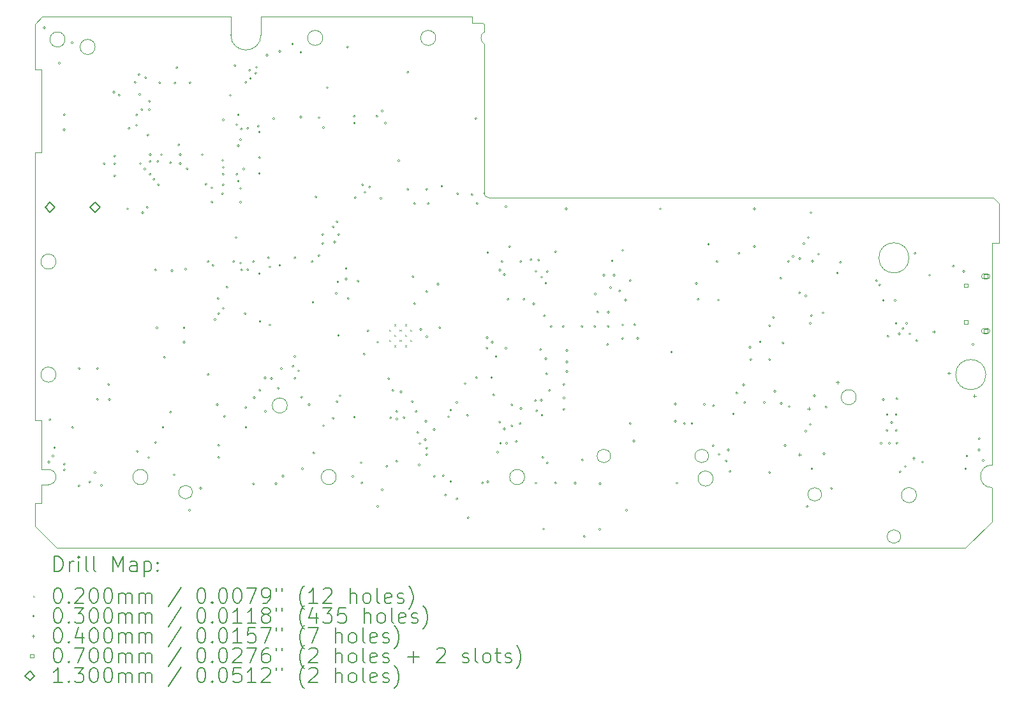
<source format=gbr>
%TF.GenerationSoftware,KiCad,Pcbnew,8.0.5-8.0.5-0~ubuntu24.04.1*%
%TF.CreationDate,2024-10-12T03:43:50+08:00*%
%TF.ProjectId,EL6170_Pro_Max_Plus,454c3631-3730-45f5-9072-6f5f4d61785f,rev?*%
%TF.SameCoordinates,Original*%
%TF.FileFunction,Drillmap*%
%TF.FilePolarity,Positive*%
%FSLAX45Y45*%
G04 Gerber Fmt 4.5, Leading zero omitted, Abs format (unit mm)*
G04 Created by KiCad (PCBNEW 8.0.5-8.0.5-0~ubuntu24.04.1) date 2024-10-12 03:43:50*
%MOMM*%
%LPD*%
G01*
G04 APERTURE LIST*
%ADD10C,0.050000*%
%ADD11C,0.200000*%
%ADD12C,0.100000*%
%ADD13C,0.130000*%
G04 APERTURE END LIST*
D10*
X9380000Y-12460000D02*
X9290000Y-12460000D01*
X21550000Y-13300000D02*
X9490000Y-13300000D01*
X9200000Y-12710000D02*
X9200000Y-13010000D01*
X15220000Y-8650000D02*
X21920000Y-8650000D01*
X20100000Y-11300000D02*
G75*
G02*
X19900000Y-11300000I-100000J0D01*
G01*
X19900000Y-11300000D02*
G75*
G02*
X20100000Y-11300000I100000J0D01*
G01*
X15140000Y-6330000D02*
X15160000Y-6350000D01*
X15000000Y-6250000D02*
X15000000Y-6330000D01*
X9290000Y-11610000D02*
X9200000Y-11610000D01*
X18200000Y-12380000D02*
G75*
G02*
X18000000Y-12380000I-100000J0D01*
G01*
X18000000Y-12380000D02*
G75*
G02*
X18200000Y-12380000I100000J0D01*
G01*
X9600000Y-6550000D02*
G75*
G02*
X9400000Y-6550000I-100000J0D01*
G01*
X9400000Y-6550000D02*
G75*
G02*
X9600000Y-6550000I100000J0D01*
G01*
X21900000Y-12500000D02*
X21900000Y-12950000D01*
X15220000Y-8650000D02*
G75*
G02*
X15160000Y-8590000I0J60000D01*
G01*
X14520000Y-6530000D02*
G75*
G02*
X14320000Y-6530000I-100000J0D01*
G01*
X14320000Y-6530000D02*
G75*
G02*
X14520000Y-6530000I100000J0D01*
G01*
X9290000Y-12260000D02*
X9290000Y-11610000D01*
X11800000Y-6250000D02*
X9300000Y-6250000D01*
X22000000Y-9250000D02*
X21900000Y-9250000D01*
X20690000Y-13150000D02*
G75*
G02*
X20510000Y-13150000I-90000J0D01*
G01*
X20510000Y-13150000D02*
G75*
G02*
X20690000Y-13150000I90000J0D01*
G01*
X21900000Y-9250000D02*
X21900000Y-12200000D01*
X10000000Y-6650000D02*
G75*
G02*
X9800000Y-6650000I-100000J0D01*
G01*
X9800000Y-6650000D02*
G75*
G02*
X10000000Y-6650000I100000J0D01*
G01*
X12550000Y-11410000D02*
G75*
G02*
X12350000Y-11410000I-100000J0D01*
G01*
X12350000Y-11410000D02*
G75*
G02*
X12550000Y-11410000I100000J0D01*
G01*
X9380000Y-12260000D02*
G75*
G02*
X9380000Y-12460000I0J-100000D01*
G01*
X11290000Y-12560000D02*
G75*
G02*
X11110000Y-12560000I-90000J0D01*
G01*
X11110000Y-12560000D02*
G75*
G02*
X11290000Y-12560000I90000J0D01*
G01*
X9490000Y-13300000D02*
X9200000Y-13010000D01*
X9200000Y-6350000D02*
X9200000Y-6950000D01*
X20900000Y-12600000D02*
G75*
G02*
X20700000Y-12600000I-100000J0D01*
G01*
X20700000Y-12600000D02*
G75*
G02*
X20900000Y-12600000I100000J0D01*
G01*
X13200000Y-12360000D02*
G75*
G02*
X13000000Y-12360000I-100000J0D01*
G01*
X13000000Y-12360000D02*
G75*
G02*
X13200000Y-12360000I100000J0D01*
G01*
X9380000Y-12260000D02*
X9290000Y-12260000D01*
X9290000Y-12460000D02*
X9290000Y-12710000D01*
X20800000Y-9450000D02*
G75*
G02*
X20400000Y-9450000I-200000J0D01*
G01*
X20400000Y-9450000D02*
G75*
G02*
X20800000Y-9450000I200000J0D01*
G01*
X21900000Y-12500000D02*
G75*
G02*
X21900000Y-12200000I0J150000D01*
G01*
X13020000Y-6530000D02*
G75*
G02*
X12820000Y-6530000I-100000J0D01*
G01*
X12820000Y-6530000D02*
G75*
G02*
X13020000Y-6530000I100000J0D01*
G01*
X9200000Y-6950000D02*
X9290000Y-6950000D01*
X9200000Y-11610000D02*
X9200000Y-8050000D01*
X18140000Y-12080000D02*
G75*
G02*
X17960000Y-12080000I-90000J0D01*
G01*
X17960000Y-12080000D02*
G75*
G02*
X18140000Y-12080000I90000J0D01*
G01*
X9480000Y-11000000D02*
G75*
G02*
X9280000Y-11000000I-100000J0D01*
G01*
X9280000Y-11000000D02*
G75*
G02*
X9480000Y-11000000I100000J0D01*
G01*
X9290000Y-6950000D02*
X9290000Y-8050000D01*
X9480000Y-9500000D02*
G75*
G02*
X9280000Y-9500000I-100000J0D01*
G01*
X9280000Y-9500000D02*
G75*
G02*
X9480000Y-9500000I100000J0D01*
G01*
X15000000Y-6330000D02*
X15140000Y-6330000D01*
X9290000Y-8050000D02*
X9200000Y-8050000D01*
X21900000Y-12950000D02*
X21550000Y-13300000D01*
X15000000Y-6250000D02*
X12200000Y-6250000D01*
X10700000Y-12360000D02*
G75*
G02*
X10500000Y-12360000I-100000J0D01*
G01*
X10500000Y-12360000D02*
G75*
G02*
X10700000Y-12360000I100000J0D01*
G01*
X12200000Y-6490000D02*
G75*
G02*
X11800000Y-6490000I-200000J0D01*
G01*
X9200000Y-12710000D02*
X9290000Y-12710000D01*
X9200000Y-6350000D02*
X9300000Y-6250000D01*
X15700000Y-12360000D02*
G75*
G02*
X15500000Y-12360000I-100000J0D01*
G01*
X15500000Y-12360000D02*
G75*
G02*
X15700000Y-12360000I100000J0D01*
G01*
X16840000Y-12080000D02*
G75*
G02*
X16660000Y-12080000I-90000J0D01*
G01*
X16660000Y-12080000D02*
G75*
G02*
X16840000Y-12080000I90000J0D01*
G01*
X19640000Y-12590000D02*
G75*
G02*
X19460000Y-12590000I-90000J0D01*
G01*
X19460000Y-12590000D02*
G75*
G02*
X19640000Y-12590000I90000J0D01*
G01*
X15160000Y-6610000D02*
X15160000Y-8590000D01*
X15160000Y-6350000D02*
X15160000Y-6450000D01*
X11800000Y-6490000D02*
X11800000Y-6250000D01*
X21920000Y-8650000D02*
X22000000Y-8730000D01*
X12200000Y-6490000D02*
X12200000Y-6250000D01*
X21820000Y-11000000D02*
G75*
G02*
X21420000Y-11000000I-200000J0D01*
G01*
X21420000Y-11000000D02*
G75*
G02*
X21820000Y-11000000I200000J0D01*
G01*
X22000000Y-8730000D02*
X22000000Y-9250000D01*
X15160000Y-6610000D02*
G75*
G02*
X15160000Y-6450000I60000J80000D01*
G01*
D11*
D12*
X13899561Y-10400000D02*
X13919561Y-10420000D01*
X13919561Y-10400000D02*
X13899561Y-10420000D01*
X13899561Y-10540000D02*
X13919561Y-10560000D01*
X13919561Y-10540000D02*
X13899561Y-10560000D01*
X13969561Y-10330000D02*
X13989561Y-10350000D01*
X13989561Y-10330000D02*
X13969561Y-10350000D01*
X13969561Y-10470000D02*
X13989561Y-10490000D01*
X13989561Y-10470000D02*
X13969561Y-10490000D01*
X13969561Y-10610000D02*
X13989561Y-10630000D01*
X13989561Y-10610000D02*
X13969561Y-10630000D01*
X14039561Y-10400000D02*
X14059561Y-10420000D01*
X14059561Y-10400000D02*
X14039561Y-10420000D01*
X14039561Y-10540000D02*
X14059561Y-10560000D01*
X14059561Y-10540000D02*
X14039561Y-10560000D01*
X14109561Y-10330000D02*
X14129561Y-10350000D01*
X14129561Y-10330000D02*
X14109561Y-10350000D01*
X14109561Y-10470000D02*
X14129561Y-10490000D01*
X14129561Y-10470000D02*
X14109561Y-10490000D01*
X14109561Y-10610000D02*
X14129561Y-10630000D01*
X14129561Y-10610000D02*
X14109561Y-10630000D01*
X14179561Y-10400000D02*
X14199561Y-10420000D01*
X14199561Y-10400000D02*
X14179561Y-10420000D01*
X14179561Y-10540000D02*
X14199561Y-10560000D01*
X14199561Y-10540000D02*
X14179561Y-10560000D01*
X9340000Y-6395000D02*
G75*
G02*
X9310000Y-6395000I-15000J0D01*
G01*
X9310000Y-6395000D02*
G75*
G02*
X9340000Y-6395000I15000J0D01*
G01*
X9400000Y-12160000D02*
G75*
G02*
X9370000Y-12160000I-15000J0D01*
G01*
X9370000Y-12160000D02*
G75*
G02*
X9400000Y-12160000I15000J0D01*
G01*
X9415000Y-11600000D02*
G75*
G02*
X9385000Y-11600000I-15000J0D01*
G01*
X9385000Y-11600000D02*
G75*
G02*
X9415000Y-11600000I15000J0D01*
G01*
X9455000Y-12080000D02*
G75*
G02*
X9425000Y-12080000I-15000J0D01*
G01*
X9425000Y-12080000D02*
G75*
G02*
X9455000Y-12080000I15000J0D01*
G01*
X9475000Y-11970000D02*
G75*
G02*
X9445000Y-11970000I-15000J0D01*
G01*
X9445000Y-11970000D02*
G75*
G02*
X9475000Y-11970000I15000J0D01*
G01*
X9540000Y-6865000D02*
G75*
G02*
X9510000Y-6865000I-15000J0D01*
G01*
X9510000Y-6865000D02*
G75*
G02*
X9540000Y-6865000I15000J0D01*
G01*
X9605000Y-7550000D02*
G75*
G02*
X9575000Y-7550000I-15000J0D01*
G01*
X9575000Y-7550000D02*
G75*
G02*
X9605000Y-7550000I15000J0D01*
G01*
X9605000Y-7750000D02*
G75*
G02*
X9575000Y-7750000I-15000J0D01*
G01*
X9575000Y-7750000D02*
G75*
G02*
X9605000Y-7750000I15000J0D01*
G01*
X9605000Y-12190000D02*
G75*
G02*
X9575000Y-12190000I-15000J0D01*
G01*
X9575000Y-12190000D02*
G75*
G02*
X9605000Y-12190000I15000J0D01*
G01*
X9605000Y-12265000D02*
G75*
G02*
X9575000Y-12265000I-15000J0D01*
G01*
X9575000Y-12265000D02*
G75*
G02*
X9605000Y-12265000I15000J0D01*
G01*
X9710000Y-6595000D02*
G75*
G02*
X9680000Y-6595000I-15000J0D01*
G01*
X9680000Y-6595000D02*
G75*
G02*
X9710000Y-6595000I15000J0D01*
G01*
X9715000Y-11700000D02*
G75*
G02*
X9685000Y-11700000I-15000J0D01*
G01*
X9685000Y-11700000D02*
G75*
G02*
X9715000Y-11700000I15000J0D01*
G01*
X9800000Y-12475000D02*
G75*
G02*
X9770000Y-12475000I-15000J0D01*
G01*
X9770000Y-12475000D02*
G75*
G02*
X9800000Y-12475000I15000J0D01*
G01*
X9805000Y-10920000D02*
G75*
G02*
X9775000Y-10920000I-15000J0D01*
G01*
X9775000Y-10920000D02*
G75*
G02*
X9805000Y-10920000I15000J0D01*
G01*
X9945000Y-12425000D02*
G75*
G02*
X9915000Y-12425000I-15000J0D01*
G01*
X9915000Y-12425000D02*
G75*
G02*
X9945000Y-12425000I15000J0D01*
G01*
X10015000Y-12300000D02*
G75*
G02*
X9985000Y-12300000I-15000J0D01*
G01*
X9985000Y-12300000D02*
G75*
G02*
X10015000Y-12300000I15000J0D01*
G01*
X10045000Y-10920000D02*
G75*
G02*
X10015000Y-10920000I-15000J0D01*
G01*
X10015000Y-10920000D02*
G75*
G02*
X10045000Y-10920000I15000J0D01*
G01*
X10045000Y-11330000D02*
G75*
G02*
X10015000Y-11330000I-15000J0D01*
G01*
X10015000Y-11330000D02*
G75*
G02*
X10045000Y-11330000I15000J0D01*
G01*
X10100000Y-12470000D02*
G75*
G02*
X10070000Y-12470000I-15000J0D01*
G01*
X10070000Y-12470000D02*
G75*
G02*
X10100000Y-12470000I15000J0D01*
G01*
X10135000Y-8200000D02*
G75*
G02*
X10105000Y-8200000I-15000J0D01*
G01*
X10105000Y-8200000D02*
G75*
G02*
X10135000Y-8200000I15000J0D01*
G01*
X10195000Y-11130000D02*
G75*
G02*
X10165000Y-11130000I-15000J0D01*
G01*
X10165000Y-11130000D02*
G75*
G02*
X10195000Y-11130000I15000J0D01*
G01*
X10205000Y-11330000D02*
G75*
G02*
X10175000Y-11330000I-15000J0D01*
G01*
X10175000Y-11330000D02*
G75*
G02*
X10205000Y-11330000I15000J0D01*
G01*
X10265000Y-7250000D02*
G75*
G02*
X10235000Y-7250000I-15000J0D01*
G01*
X10235000Y-7250000D02*
G75*
G02*
X10265000Y-7250000I15000J0D01*
G01*
X10275000Y-8100000D02*
G75*
G02*
X10245000Y-8100000I-15000J0D01*
G01*
X10245000Y-8100000D02*
G75*
G02*
X10275000Y-8100000I15000J0D01*
G01*
X10275000Y-8200000D02*
G75*
G02*
X10245000Y-8200000I-15000J0D01*
G01*
X10245000Y-8200000D02*
G75*
G02*
X10275000Y-8200000I15000J0D01*
G01*
X10275000Y-8360000D02*
G75*
G02*
X10245000Y-8360000I-15000J0D01*
G01*
X10245000Y-8360000D02*
G75*
G02*
X10275000Y-8360000I15000J0D01*
G01*
X10335000Y-7290000D02*
G75*
G02*
X10305000Y-7290000I-15000J0D01*
G01*
X10305000Y-7290000D02*
G75*
G02*
X10335000Y-7290000I15000J0D01*
G01*
X10445000Y-8800000D02*
G75*
G02*
X10415000Y-8800000I-15000J0D01*
G01*
X10415000Y-8800000D02*
G75*
G02*
X10445000Y-8800000I15000J0D01*
G01*
X10465000Y-7730000D02*
G75*
G02*
X10435000Y-7730000I-15000J0D01*
G01*
X10435000Y-7730000D02*
G75*
G02*
X10465000Y-7730000I15000J0D01*
G01*
X10545000Y-7120000D02*
G75*
G02*
X10515000Y-7120000I-15000J0D01*
G01*
X10515000Y-7120000D02*
G75*
G02*
X10545000Y-7120000I15000J0D01*
G01*
X10565000Y-7552500D02*
G75*
G02*
X10535000Y-7552500I-15000J0D01*
G01*
X10535000Y-7552500D02*
G75*
G02*
X10565000Y-7552500I15000J0D01*
G01*
X10565568Y-7690779D02*
G75*
G02*
X10535568Y-7690779I-15000J0D01*
G01*
X10535568Y-7690779D02*
G75*
G02*
X10565568Y-7690779I15000J0D01*
G01*
X10575000Y-12020000D02*
G75*
G02*
X10545000Y-12020000I-15000J0D01*
G01*
X10545000Y-12020000D02*
G75*
G02*
X10575000Y-12020000I15000J0D01*
G01*
X10595000Y-7015000D02*
G75*
G02*
X10565000Y-7015000I-15000J0D01*
G01*
X10565000Y-7015000D02*
G75*
G02*
X10595000Y-7015000I15000J0D01*
G01*
X10605000Y-7280000D02*
G75*
G02*
X10575000Y-7280000I-15000J0D01*
G01*
X10575000Y-7280000D02*
G75*
G02*
X10605000Y-7280000I15000J0D01*
G01*
X10615000Y-8200000D02*
G75*
G02*
X10585000Y-8200000I-15000J0D01*
G01*
X10585000Y-8200000D02*
G75*
G02*
X10615000Y-8200000I15000J0D01*
G01*
X10635000Y-7480000D02*
G75*
G02*
X10605000Y-7480000I-15000J0D01*
G01*
X10605000Y-7480000D02*
G75*
G02*
X10635000Y-7480000I15000J0D01*
G01*
X10645000Y-8850000D02*
G75*
G02*
X10615000Y-8850000I-15000J0D01*
G01*
X10615000Y-8850000D02*
G75*
G02*
X10645000Y-8850000I15000J0D01*
G01*
X10675000Y-8270000D02*
G75*
G02*
X10645000Y-8270000I-15000J0D01*
G01*
X10645000Y-8270000D02*
G75*
G02*
X10675000Y-8270000I15000J0D01*
G01*
X10685000Y-7058542D02*
G75*
G02*
X10655000Y-7058542I-15000J0D01*
G01*
X10655000Y-7058542D02*
G75*
G02*
X10685000Y-7058542I15000J0D01*
G01*
X10705000Y-8780000D02*
G75*
G02*
X10675000Y-8780000I-15000J0D01*
G01*
X10675000Y-8780000D02*
G75*
G02*
X10705000Y-8780000I15000J0D01*
G01*
X10715000Y-7820000D02*
G75*
G02*
X10685000Y-7820000I-15000J0D01*
G01*
X10685000Y-7820000D02*
G75*
G02*
X10715000Y-7820000I15000J0D01*
G01*
X10725000Y-12100000D02*
G75*
G02*
X10695000Y-12100000I-15000J0D01*
G01*
X10695000Y-12100000D02*
G75*
G02*
X10725000Y-12100000I15000J0D01*
G01*
X10733477Y-7481640D02*
G75*
G02*
X10703477Y-7481640I-15000J0D01*
G01*
X10703477Y-7481640D02*
G75*
G02*
X10733477Y-7481640I15000J0D01*
G01*
X10735000Y-7370000D02*
G75*
G02*
X10705000Y-7370000I-15000J0D01*
G01*
X10705000Y-7370000D02*
G75*
G02*
X10735000Y-7370000I15000J0D01*
G01*
X10745000Y-8080000D02*
G75*
G02*
X10715000Y-8080000I-15000J0D01*
G01*
X10715000Y-8080000D02*
G75*
G02*
X10745000Y-8080000I15000J0D01*
G01*
X10745000Y-8170000D02*
G75*
G02*
X10715000Y-8170000I-15000J0D01*
G01*
X10715000Y-8170000D02*
G75*
G02*
X10745000Y-8170000I15000J0D01*
G01*
X10745000Y-8340000D02*
G75*
G02*
X10715000Y-8340000I-15000J0D01*
G01*
X10715000Y-8340000D02*
G75*
G02*
X10745000Y-8340000I15000J0D01*
G01*
X10795000Y-8410000D02*
G75*
G02*
X10765000Y-8410000I-15000J0D01*
G01*
X10765000Y-8410000D02*
G75*
G02*
X10795000Y-8410000I15000J0D01*
G01*
X10815000Y-9610000D02*
G75*
G02*
X10785000Y-9610000I-15000J0D01*
G01*
X10785000Y-9610000D02*
G75*
G02*
X10815000Y-9610000I15000J0D01*
G01*
X10815000Y-11900000D02*
G75*
G02*
X10785000Y-11900000I-15000J0D01*
G01*
X10785000Y-11900000D02*
G75*
G02*
X10815000Y-11900000I15000J0D01*
G01*
X10835000Y-10380000D02*
G75*
G02*
X10805000Y-10380000I-15000J0D01*
G01*
X10805000Y-10380000D02*
G75*
G02*
X10835000Y-10380000I15000J0D01*
G01*
X10845000Y-8170000D02*
G75*
G02*
X10815000Y-8170000I-15000J0D01*
G01*
X10815000Y-8170000D02*
G75*
G02*
X10845000Y-8170000I15000J0D01*
G01*
X10855000Y-8480000D02*
G75*
G02*
X10825000Y-8480000I-15000J0D01*
G01*
X10825000Y-8480000D02*
G75*
G02*
X10855000Y-8480000I15000J0D01*
G01*
X10870000Y-7125000D02*
G75*
G02*
X10840000Y-7125000I-15000J0D01*
G01*
X10840000Y-7125000D02*
G75*
G02*
X10870000Y-7125000I15000J0D01*
G01*
X10895000Y-8080000D02*
G75*
G02*
X10865000Y-8080000I-15000J0D01*
G01*
X10865000Y-8080000D02*
G75*
G02*
X10895000Y-8080000I15000J0D01*
G01*
X10915000Y-11700000D02*
G75*
G02*
X10885000Y-11700000I-15000J0D01*
G01*
X10885000Y-11700000D02*
G75*
G02*
X10915000Y-11700000I15000J0D01*
G01*
X10935000Y-10770000D02*
G75*
G02*
X10905000Y-10770000I-15000J0D01*
G01*
X10905000Y-10770000D02*
G75*
G02*
X10935000Y-10770000I15000J0D01*
G01*
X11015000Y-8190000D02*
G75*
G02*
X10985000Y-8190000I-15000J0D01*
G01*
X10985000Y-8190000D02*
G75*
G02*
X11015000Y-8190000I15000J0D01*
G01*
X11015000Y-11500000D02*
G75*
G02*
X10985000Y-11500000I-15000J0D01*
G01*
X10985000Y-11500000D02*
G75*
G02*
X11015000Y-11500000I15000J0D01*
G01*
X11035000Y-9620000D02*
G75*
G02*
X11005000Y-9620000I-15000J0D01*
G01*
X11005000Y-9620000D02*
G75*
G02*
X11035000Y-9620000I15000J0D01*
G01*
X11065000Y-12330000D02*
G75*
G02*
X11035000Y-12330000I-15000J0D01*
G01*
X11035000Y-12330000D02*
G75*
G02*
X11065000Y-12330000I15000J0D01*
G01*
X11075000Y-7130000D02*
G75*
G02*
X11045000Y-7130000I-15000J0D01*
G01*
X11045000Y-7130000D02*
G75*
G02*
X11075000Y-7130000I15000J0D01*
G01*
X11100000Y-6925000D02*
G75*
G02*
X11070000Y-6925000I-15000J0D01*
G01*
X11070000Y-6925000D02*
G75*
G02*
X11100000Y-6925000I15000J0D01*
G01*
X11125000Y-7950000D02*
G75*
G02*
X11095000Y-7950000I-15000J0D01*
G01*
X11095000Y-7950000D02*
G75*
G02*
X11125000Y-7950000I15000J0D01*
G01*
X11145000Y-8080000D02*
G75*
G02*
X11115000Y-8080000I-15000J0D01*
G01*
X11115000Y-8080000D02*
G75*
G02*
X11145000Y-8080000I15000J0D01*
G01*
X11145000Y-8200000D02*
G75*
G02*
X11115000Y-8200000I-15000J0D01*
G01*
X11115000Y-8200000D02*
G75*
G02*
X11145000Y-8200000I15000J0D01*
G01*
X11195000Y-10380000D02*
G75*
G02*
X11165000Y-10380000I-15000J0D01*
G01*
X11165000Y-10380000D02*
G75*
G02*
X11195000Y-10380000I15000J0D01*
G01*
X11195000Y-10570000D02*
G75*
G02*
X11165000Y-10570000I-15000J0D01*
G01*
X11165000Y-10570000D02*
G75*
G02*
X11195000Y-10570000I15000J0D01*
G01*
X11215000Y-9600000D02*
G75*
G02*
X11185000Y-9600000I-15000J0D01*
G01*
X11185000Y-9600000D02*
G75*
G02*
X11215000Y-9600000I15000J0D01*
G01*
X11235000Y-8270000D02*
G75*
G02*
X11205000Y-8270000I-15000J0D01*
G01*
X11205000Y-8270000D02*
G75*
G02*
X11235000Y-8270000I15000J0D01*
G01*
X11265000Y-12800000D02*
G75*
G02*
X11235000Y-12800000I-15000J0D01*
G01*
X11235000Y-12800000D02*
G75*
G02*
X11265000Y-12800000I15000J0D01*
G01*
X11275000Y-7125000D02*
G75*
G02*
X11245000Y-7125000I-15000J0D01*
G01*
X11245000Y-7125000D02*
G75*
G02*
X11275000Y-7125000I15000J0D01*
G01*
X11415000Y-12510000D02*
G75*
G02*
X11385000Y-12510000I-15000J0D01*
G01*
X11385000Y-12510000D02*
G75*
G02*
X11415000Y-12510000I15000J0D01*
G01*
X11435000Y-8080000D02*
G75*
G02*
X11405000Y-8080000I-15000J0D01*
G01*
X11405000Y-8080000D02*
G75*
G02*
X11435000Y-8080000I15000J0D01*
G01*
X11485000Y-8470000D02*
G75*
G02*
X11455000Y-8470000I-15000J0D01*
G01*
X11455000Y-8470000D02*
G75*
G02*
X11485000Y-8470000I15000J0D01*
G01*
X11515000Y-9500000D02*
G75*
G02*
X11485000Y-9500000I-15000J0D01*
G01*
X11485000Y-9500000D02*
G75*
G02*
X11515000Y-9500000I15000J0D01*
G01*
X11515000Y-11000000D02*
G75*
G02*
X11485000Y-11000000I-15000J0D01*
G01*
X11485000Y-11000000D02*
G75*
G02*
X11515000Y-11000000I15000J0D01*
G01*
X11565000Y-8520000D02*
G75*
G02*
X11535000Y-8520000I-15000J0D01*
G01*
X11535000Y-8520000D02*
G75*
G02*
X11565000Y-8520000I15000J0D01*
G01*
X11565000Y-8710000D02*
G75*
G02*
X11535000Y-8710000I-15000J0D01*
G01*
X11535000Y-8710000D02*
G75*
G02*
X11565000Y-8710000I15000J0D01*
G01*
X11577450Y-9550000D02*
G75*
G02*
X11547450Y-9550000I-15000J0D01*
G01*
X11547450Y-9550000D02*
G75*
G02*
X11577450Y-9550000I15000J0D01*
G01*
X11605000Y-10270000D02*
G75*
G02*
X11575000Y-10270000I-15000J0D01*
G01*
X11575000Y-10270000D02*
G75*
G02*
X11605000Y-10270000I15000J0D01*
G01*
X11635000Y-11400000D02*
G75*
G02*
X11605000Y-11400000I-15000J0D01*
G01*
X11605000Y-11400000D02*
G75*
G02*
X11635000Y-11400000I15000J0D01*
G01*
X11645000Y-9990000D02*
G75*
G02*
X11615000Y-9990000I-15000J0D01*
G01*
X11615000Y-9990000D02*
G75*
G02*
X11645000Y-9990000I15000J0D01*
G01*
X11655000Y-10190000D02*
G75*
G02*
X11625000Y-10190000I-15000J0D01*
G01*
X11625000Y-10190000D02*
G75*
G02*
X11655000Y-10190000I15000J0D01*
G01*
X11655000Y-11940000D02*
G75*
G02*
X11625000Y-11940000I-15000J0D01*
G01*
X11625000Y-11940000D02*
G75*
G02*
X11655000Y-11940000I15000J0D01*
G01*
X11655000Y-12100000D02*
G75*
G02*
X11625000Y-12100000I-15000J0D01*
G01*
X11625000Y-12100000D02*
G75*
G02*
X11655000Y-12100000I15000J0D01*
G01*
X11705000Y-8600000D02*
G75*
G02*
X11675000Y-8600000I-15000J0D01*
G01*
X11675000Y-8600000D02*
G75*
G02*
X11705000Y-8600000I15000J0D01*
G01*
X11707426Y-8157573D02*
G75*
G02*
X11677426Y-8157573I-15000J0D01*
G01*
X11677426Y-8157573D02*
G75*
G02*
X11707426Y-8157573I15000J0D01*
G01*
X11715000Y-7620000D02*
G75*
G02*
X11685000Y-7620000I-15000J0D01*
G01*
X11685000Y-7620000D02*
G75*
G02*
X11715000Y-7620000I15000J0D01*
G01*
X11715000Y-8250000D02*
G75*
G02*
X11685000Y-8250000I-15000J0D01*
G01*
X11685000Y-8250000D02*
G75*
G02*
X11715000Y-8250000I15000J0D01*
G01*
X11715000Y-8340000D02*
G75*
G02*
X11685000Y-8340000I-15000J0D01*
G01*
X11685000Y-8340000D02*
G75*
G02*
X11715000Y-8340000I15000J0D01*
G01*
X11715000Y-8480000D02*
G75*
G02*
X11685000Y-8480000I-15000J0D01*
G01*
X11685000Y-8480000D02*
G75*
G02*
X11715000Y-8480000I15000J0D01*
G01*
X11715000Y-10120000D02*
G75*
G02*
X11685000Y-10120000I-15000J0D01*
G01*
X11685000Y-10120000D02*
G75*
G02*
X11715000Y-10120000I15000J0D01*
G01*
X11730000Y-11555000D02*
G75*
G02*
X11700000Y-11555000I-15000J0D01*
G01*
X11700000Y-11555000D02*
G75*
G02*
X11730000Y-11555000I15000J0D01*
G01*
X11765000Y-9840000D02*
G75*
G02*
X11735000Y-9840000I-15000J0D01*
G01*
X11735000Y-9840000D02*
G75*
G02*
X11765000Y-9840000I15000J0D01*
G01*
X11807500Y-7292500D02*
G75*
G02*
X11777500Y-7292500I-15000J0D01*
G01*
X11777500Y-7292500D02*
G75*
G02*
X11807500Y-7292500I15000J0D01*
G01*
X11855000Y-9500000D02*
G75*
G02*
X11825000Y-9500000I-15000J0D01*
G01*
X11825000Y-9500000D02*
G75*
G02*
X11855000Y-9500000I15000J0D01*
G01*
X11870000Y-6895000D02*
G75*
G02*
X11840000Y-6895000I-15000J0D01*
G01*
X11840000Y-6895000D02*
G75*
G02*
X11870000Y-6895000I15000J0D01*
G01*
X11885000Y-9180000D02*
G75*
G02*
X11855000Y-9180000I-15000J0D01*
G01*
X11855000Y-9180000D02*
G75*
G02*
X11885000Y-9180000I15000J0D01*
G01*
X11895000Y-7682500D02*
G75*
G02*
X11865000Y-7682500I-15000J0D01*
G01*
X11865000Y-7682500D02*
G75*
G02*
X11895000Y-7682500I15000J0D01*
G01*
X11895000Y-8340000D02*
G75*
G02*
X11865000Y-8340000I-15000J0D01*
G01*
X11865000Y-8340000D02*
G75*
G02*
X11895000Y-8340000I15000J0D01*
G01*
X11915000Y-7550000D02*
G75*
G02*
X11885000Y-7550000I-15000J0D01*
G01*
X11885000Y-7550000D02*
G75*
G02*
X11915000Y-7550000I15000J0D01*
G01*
X11915000Y-7960000D02*
G75*
G02*
X11885000Y-7960000I-15000J0D01*
G01*
X11885000Y-7960000D02*
G75*
G02*
X11915000Y-7960000I15000J0D01*
G01*
X11915000Y-8430000D02*
G75*
G02*
X11885000Y-8430000I-15000J0D01*
G01*
X11885000Y-8430000D02*
G75*
G02*
X11915000Y-8430000I15000J0D01*
G01*
X11945000Y-7880000D02*
G75*
G02*
X11915000Y-7880000I-15000J0D01*
G01*
X11915000Y-7880000D02*
G75*
G02*
X11945000Y-7880000I15000J0D01*
G01*
X11945000Y-8530000D02*
G75*
G02*
X11915000Y-8530000I-15000J0D01*
G01*
X11915000Y-8530000D02*
G75*
G02*
X11945000Y-8530000I15000J0D01*
G01*
X11945000Y-8710000D02*
G75*
G02*
X11915000Y-8710000I-15000J0D01*
G01*
X11915000Y-8710000D02*
G75*
G02*
X11945000Y-8710000I15000J0D01*
G01*
X11945000Y-9520000D02*
G75*
G02*
X11915000Y-9520000I-15000J0D01*
G01*
X11915000Y-9520000D02*
G75*
G02*
X11945000Y-9520000I15000J0D01*
G01*
X11954567Y-7740000D02*
G75*
G02*
X11924567Y-7740000I-15000J0D01*
G01*
X11924567Y-7740000D02*
G75*
G02*
X11954567Y-7740000I15000J0D01*
G01*
X11959853Y-9610000D02*
G75*
G02*
X11929853Y-9610000I-15000J0D01*
G01*
X11929853Y-9610000D02*
G75*
G02*
X11959853Y-9610000I15000J0D01*
G01*
X11985000Y-8270000D02*
G75*
G02*
X11955000Y-8270000I-15000J0D01*
G01*
X11955000Y-8270000D02*
G75*
G02*
X11985000Y-8270000I15000J0D01*
G01*
X12005000Y-10190000D02*
G75*
G02*
X11975000Y-10190000I-15000J0D01*
G01*
X11975000Y-10190000D02*
G75*
G02*
X12005000Y-10190000I15000J0D01*
G01*
X12015000Y-7120000D02*
G75*
G02*
X11985000Y-7120000I-15000J0D01*
G01*
X11985000Y-7120000D02*
G75*
G02*
X12015000Y-7120000I15000J0D01*
G01*
X12015000Y-11440000D02*
G75*
G02*
X11985000Y-11440000I-15000J0D01*
G01*
X11985000Y-11440000D02*
G75*
G02*
X12015000Y-11440000I15000J0D01*
G01*
X12015000Y-11700000D02*
G75*
G02*
X11985000Y-11700000I-15000J0D01*
G01*
X11985000Y-11700000D02*
G75*
G02*
X12015000Y-11700000I15000J0D01*
G01*
X12039000Y-7732000D02*
G75*
G02*
X12009000Y-7732000I-15000J0D01*
G01*
X12009000Y-7732000D02*
G75*
G02*
X12039000Y-7732000I15000J0D01*
G01*
X12039814Y-9607499D02*
G75*
G02*
X12009814Y-9607499I-15000J0D01*
G01*
X12009814Y-9607499D02*
G75*
G02*
X12039814Y-9607499I15000J0D01*
G01*
X12065000Y-6960000D02*
G75*
G02*
X12035000Y-6960000I-15000J0D01*
G01*
X12035000Y-6960000D02*
G75*
G02*
X12065000Y-6960000I15000J0D01*
G01*
X12076458Y-7068785D02*
G75*
G02*
X12046458Y-7068785I-15000J0D01*
G01*
X12046458Y-7068785D02*
G75*
G02*
X12076458Y-7068785I15000J0D01*
G01*
X12115000Y-9500000D02*
G75*
G02*
X12085000Y-9500000I-15000J0D01*
G01*
X12085000Y-9500000D02*
G75*
G02*
X12115000Y-9500000I15000J0D01*
G01*
X12115000Y-12450000D02*
G75*
G02*
X12085000Y-12450000I-15000J0D01*
G01*
X12085000Y-12450000D02*
G75*
G02*
X12115000Y-12450000I15000J0D01*
G01*
X12125000Y-11305000D02*
G75*
G02*
X12095000Y-11305000I-15000J0D01*
G01*
X12095000Y-11305000D02*
G75*
G02*
X12125000Y-11305000I15000J0D01*
G01*
X12145000Y-7000000D02*
G75*
G02*
X12115000Y-7000000I-15000J0D01*
G01*
X12115000Y-7000000D02*
G75*
G02*
X12145000Y-7000000I15000J0D01*
G01*
X12155000Y-6920000D02*
G75*
G02*
X12125000Y-6920000I-15000J0D01*
G01*
X12125000Y-6920000D02*
G75*
G02*
X12155000Y-6920000I15000J0D01*
G01*
X12179000Y-7701000D02*
G75*
G02*
X12149000Y-7701000I-15000J0D01*
G01*
X12149000Y-7701000D02*
G75*
G02*
X12179000Y-7701000I15000J0D01*
G01*
X12195000Y-7780000D02*
G75*
G02*
X12165000Y-7780000I-15000J0D01*
G01*
X12165000Y-7780000D02*
G75*
G02*
X12195000Y-7780000I15000J0D01*
G01*
X12195000Y-8120000D02*
G75*
G02*
X12165000Y-8120000I-15000J0D01*
G01*
X12165000Y-8120000D02*
G75*
G02*
X12195000Y-8120000I15000J0D01*
G01*
X12195000Y-8330000D02*
G75*
G02*
X12165000Y-8330000I-15000J0D01*
G01*
X12165000Y-8330000D02*
G75*
G02*
X12195000Y-8330000I15000J0D01*
G01*
X12195000Y-9660000D02*
G75*
G02*
X12165000Y-9660000I-15000J0D01*
G01*
X12165000Y-9660000D02*
G75*
G02*
X12195000Y-9660000I15000J0D01*
G01*
X12200000Y-11205000D02*
G75*
G02*
X12170000Y-11205000I-15000J0D01*
G01*
X12170000Y-11205000D02*
G75*
G02*
X12200000Y-11205000I15000J0D01*
G01*
X12202573Y-10292427D02*
G75*
G02*
X12172573Y-10292427I-15000J0D01*
G01*
X12172573Y-10292427D02*
G75*
G02*
X12202573Y-10292427I15000J0D01*
G01*
X12270000Y-11045000D02*
G75*
G02*
X12240000Y-11045000I-15000J0D01*
G01*
X12240000Y-11045000D02*
G75*
G02*
X12270000Y-11045000I15000J0D01*
G01*
X12275000Y-11486250D02*
G75*
G02*
X12245000Y-11486250I-15000J0D01*
G01*
X12245000Y-11486250D02*
G75*
G02*
X12275000Y-11486250I15000J0D01*
G01*
X12295000Y-6760000D02*
G75*
G02*
X12265000Y-6760000I-15000J0D01*
G01*
X12265000Y-6760000D02*
G75*
G02*
X12295000Y-6760000I15000J0D01*
G01*
X12315000Y-9450000D02*
G75*
G02*
X12285000Y-9450000I-15000J0D01*
G01*
X12285000Y-9450000D02*
G75*
G02*
X12315000Y-9450000I15000J0D01*
G01*
X12335000Y-9570000D02*
G75*
G02*
X12305000Y-9570000I-15000J0D01*
G01*
X12305000Y-9570000D02*
G75*
G02*
X12335000Y-9570000I15000J0D01*
G01*
X12335000Y-10340000D02*
G75*
G02*
X12305000Y-10340000I-15000J0D01*
G01*
X12305000Y-10340000D02*
G75*
G02*
X12335000Y-10340000I15000J0D01*
G01*
X12355000Y-11050000D02*
G75*
G02*
X12325000Y-11050000I-15000J0D01*
G01*
X12325000Y-11050000D02*
G75*
G02*
X12355000Y-11050000I15000J0D01*
G01*
X12385000Y-7600000D02*
G75*
G02*
X12355000Y-7600000I-15000J0D01*
G01*
X12355000Y-7600000D02*
G75*
G02*
X12385000Y-7600000I15000J0D01*
G01*
X12415000Y-12450000D02*
G75*
G02*
X12385000Y-12450000I-15000J0D01*
G01*
X12385000Y-12450000D02*
G75*
G02*
X12415000Y-12450000I15000J0D01*
G01*
X12445000Y-11180000D02*
G75*
G02*
X12415000Y-11180000I-15000J0D01*
G01*
X12415000Y-11180000D02*
G75*
G02*
X12445000Y-11180000I15000J0D01*
G01*
X12465000Y-6710000D02*
G75*
G02*
X12435000Y-6710000I-15000J0D01*
G01*
X12435000Y-6710000D02*
G75*
G02*
X12465000Y-6710000I15000J0D01*
G01*
X12465000Y-9550000D02*
G75*
G02*
X12435000Y-9550000I-15000J0D01*
G01*
X12435000Y-9550000D02*
G75*
G02*
X12465000Y-9550000I15000J0D01*
G01*
X12485000Y-10920000D02*
G75*
G02*
X12455000Y-10920000I-15000J0D01*
G01*
X12455000Y-10920000D02*
G75*
G02*
X12485000Y-10920000I15000J0D01*
G01*
X12508586Y-12346414D02*
G75*
G02*
X12478586Y-12346414I-15000J0D01*
G01*
X12478586Y-12346414D02*
G75*
G02*
X12508586Y-12346414I15000J0D01*
G01*
X12635000Y-6610000D02*
G75*
G02*
X12605000Y-6610000I-15000J0D01*
G01*
X12605000Y-6610000D02*
G75*
G02*
X12635000Y-6610000I15000J0D01*
G01*
X12640000Y-10890000D02*
G75*
G02*
X12610000Y-10890000I-15000J0D01*
G01*
X12610000Y-10890000D02*
G75*
G02*
X12640000Y-10890000I15000J0D01*
G01*
X12665000Y-9450000D02*
G75*
G02*
X12635000Y-9450000I-15000J0D01*
G01*
X12635000Y-9450000D02*
G75*
G02*
X12665000Y-9450000I15000J0D01*
G01*
X12665000Y-10760000D02*
G75*
G02*
X12635000Y-10760000I-15000J0D01*
G01*
X12635000Y-10760000D02*
G75*
G02*
X12665000Y-10760000I15000J0D01*
G01*
X12665000Y-11050000D02*
G75*
G02*
X12635000Y-11050000I-15000J0D01*
G01*
X12635000Y-11050000D02*
G75*
G02*
X12665000Y-11050000I15000J0D01*
G01*
X12715000Y-10950000D02*
G75*
G02*
X12685000Y-10950000I-15000J0D01*
G01*
X12685000Y-10950000D02*
G75*
G02*
X12715000Y-10950000I15000J0D01*
G01*
X12745000Y-6720000D02*
G75*
G02*
X12715000Y-6720000I-15000J0D01*
G01*
X12715000Y-6720000D02*
G75*
G02*
X12745000Y-6720000I15000J0D01*
G01*
X12745000Y-7580000D02*
G75*
G02*
X12715000Y-7580000I-15000J0D01*
G01*
X12715000Y-7580000D02*
G75*
G02*
X12745000Y-7580000I15000J0D01*
G01*
X12755000Y-11300000D02*
G75*
G02*
X12725000Y-11300000I-15000J0D01*
G01*
X12725000Y-11300000D02*
G75*
G02*
X12755000Y-11300000I15000J0D01*
G01*
X12765000Y-12250000D02*
G75*
G02*
X12735000Y-12250000I-15000J0D01*
G01*
X12735000Y-12250000D02*
G75*
G02*
X12765000Y-12250000I15000J0D01*
G01*
X12855000Y-11400000D02*
G75*
G02*
X12825000Y-11400000I-15000J0D01*
G01*
X12825000Y-11400000D02*
G75*
G02*
X12855000Y-11400000I15000J0D01*
G01*
X12895000Y-9500000D02*
G75*
G02*
X12865000Y-9500000I-15000J0D01*
G01*
X12865000Y-9500000D02*
G75*
G02*
X12895000Y-9500000I15000J0D01*
G01*
X12905000Y-10040000D02*
G75*
G02*
X12875000Y-10040000I-15000J0D01*
G01*
X12875000Y-10040000D02*
G75*
G02*
X12905000Y-10040000I15000J0D01*
G01*
X12915000Y-12040000D02*
G75*
G02*
X12885000Y-12040000I-15000J0D01*
G01*
X12885000Y-12040000D02*
G75*
G02*
X12915000Y-12040000I15000J0D01*
G01*
X12945000Y-8640000D02*
G75*
G02*
X12915000Y-8640000I-15000J0D01*
G01*
X12915000Y-8640000D02*
G75*
G02*
X12945000Y-8640000I15000J0D01*
G01*
X12985000Y-7590000D02*
G75*
G02*
X12955000Y-7590000I-15000J0D01*
G01*
X12955000Y-7590000D02*
G75*
G02*
X12985000Y-7590000I15000J0D01*
G01*
X12985000Y-9420000D02*
G75*
G02*
X12955000Y-9420000I-15000J0D01*
G01*
X12955000Y-9420000D02*
G75*
G02*
X12985000Y-9420000I15000J0D01*
G01*
X13035000Y-9140000D02*
G75*
G02*
X13005000Y-9140000I-15000J0D01*
G01*
X13005000Y-9140000D02*
G75*
G02*
X13035000Y-9140000I15000J0D01*
G01*
X13035000Y-9260000D02*
G75*
G02*
X13005000Y-9260000I-15000J0D01*
G01*
X13005000Y-9260000D02*
G75*
G02*
X13035000Y-9260000I15000J0D01*
G01*
X13045000Y-7720000D02*
G75*
G02*
X13015000Y-7720000I-15000J0D01*
G01*
X13015000Y-7720000D02*
G75*
G02*
X13045000Y-7720000I15000J0D01*
G01*
X13045000Y-11680000D02*
G75*
G02*
X13015000Y-11680000I-15000J0D01*
G01*
X13015000Y-11680000D02*
G75*
G02*
X13045000Y-11680000I15000J0D01*
G01*
X13095000Y-7190000D02*
G75*
G02*
X13065000Y-7190000I-15000J0D01*
G01*
X13065000Y-7190000D02*
G75*
G02*
X13095000Y-7190000I15000J0D01*
G01*
X13175000Y-9040000D02*
G75*
G02*
X13145000Y-9040000I-15000J0D01*
G01*
X13145000Y-9040000D02*
G75*
G02*
X13175000Y-9040000I15000J0D01*
G01*
X13175000Y-11580000D02*
G75*
G02*
X13145000Y-11580000I-15000J0D01*
G01*
X13145000Y-11580000D02*
G75*
G02*
X13175000Y-11580000I15000J0D01*
G01*
X13195000Y-9240000D02*
G75*
G02*
X13165000Y-9240000I-15000J0D01*
G01*
X13165000Y-9240000D02*
G75*
G02*
X13195000Y-9240000I15000J0D01*
G01*
X13215000Y-9920000D02*
G75*
G02*
X13185000Y-9920000I-15000J0D01*
G01*
X13185000Y-9920000D02*
G75*
G02*
X13215000Y-9920000I15000J0D01*
G01*
X13225000Y-8970000D02*
G75*
G02*
X13195000Y-8970000I-15000J0D01*
G01*
X13195000Y-8970000D02*
G75*
G02*
X13225000Y-8970000I15000J0D01*
G01*
X13225000Y-11360000D02*
G75*
G02*
X13195000Y-11360000I-15000J0D01*
G01*
X13195000Y-11360000D02*
G75*
G02*
X13225000Y-11360000I15000J0D01*
G01*
X13235000Y-9770000D02*
G75*
G02*
X13205000Y-9770000I-15000J0D01*
G01*
X13205000Y-9770000D02*
G75*
G02*
X13235000Y-9770000I15000J0D01*
G01*
X13245000Y-9140000D02*
G75*
G02*
X13215000Y-9140000I-15000J0D01*
G01*
X13215000Y-9140000D02*
G75*
G02*
X13245000Y-9140000I15000J0D01*
G01*
X13245000Y-10480000D02*
G75*
G02*
X13215000Y-10480000I-15000J0D01*
G01*
X13215000Y-10480000D02*
G75*
G02*
X13245000Y-10480000I15000J0D01*
G01*
X13265000Y-11280000D02*
G75*
G02*
X13235000Y-11280000I-15000J0D01*
G01*
X13235000Y-11280000D02*
G75*
G02*
X13265000Y-11280000I15000J0D01*
G01*
X13345000Y-9590000D02*
G75*
G02*
X13315000Y-9590000I-15000J0D01*
G01*
X13315000Y-9590000D02*
G75*
G02*
X13345000Y-9590000I15000J0D01*
G01*
X13345000Y-9730000D02*
G75*
G02*
X13315000Y-9730000I-15000J0D01*
G01*
X13315000Y-9730000D02*
G75*
G02*
X13345000Y-9730000I15000J0D01*
G01*
X13365000Y-6650000D02*
G75*
G02*
X13335000Y-6650000I-15000J0D01*
G01*
X13335000Y-6650000D02*
G75*
G02*
X13365000Y-6650000I15000J0D01*
G01*
X13372426Y-9992574D02*
G75*
G02*
X13342426Y-9992574I-15000J0D01*
G01*
X13342426Y-9992574D02*
G75*
G02*
X13372426Y-9992574I15000J0D01*
G01*
X13435000Y-12350000D02*
G75*
G02*
X13405000Y-12350000I-15000J0D01*
G01*
X13405000Y-12350000D02*
G75*
G02*
X13435000Y-12350000I15000J0D01*
G01*
X13455000Y-7570000D02*
G75*
G02*
X13425000Y-7570000I-15000J0D01*
G01*
X13425000Y-7570000D02*
G75*
G02*
X13455000Y-7570000I15000J0D01*
G01*
X13455000Y-7660000D02*
G75*
G02*
X13425000Y-7660000I-15000J0D01*
G01*
X13425000Y-7660000D02*
G75*
G02*
X13455000Y-7660000I15000J0D01*
G01*
X13455000Y-11565000D02*
G75*
G02*
X13425000Y-11565000I-15000J0D01*
G01*
X13425000Y-11565000D02*
G75*
G02*
X13455000Y-11565000I15000J0D01*
G01*
X13455000Y-11565000D02*
G75*
G02*
X13425000Y-11565000I-15000J0D01*
G01*
X13425000Y-11565000D02*
G75*
G02*
X13455000Y-11565000I15000J0D01*
G01*
X13465000Y-8650000D02*
G75*
G02*
X13435000Y-8650000I-15000J0D01*
G01*
X13435000Y-8650000D02*
G75*
G02*
X13465000Y-8650000I15000J0D01*
G01*
X13505000Y-9760000D02*
G75*
G02*
X13475000Y-9760000I-15000J0D01*
G01*
X13475000Y-9760000D02*
G75*
G02*
X13505000Y-9760000I15000J0D01*
G01*
X13545000Y-12170000D02*
G75*
G02*
X13515000Y-12170000I-15000J0D01*
G01*
X13515000Y-12170000D02*
G75*
G02*
X13545000Y-12170000I15000J0D01*
G01*
X13555000Y-12440000D02*
G75*
G02*
X13525000Y-12440000I-15000J0D01*
G01*
X13525000Y-12440000D02*
G75*
G02*
X13555000Y-12440000I15000J0D01*
G01*
X13565000Y-8480000D02*
G75*
G02*
X13535000Y-8480000I-15000J0D01*
G01*
X13535000Y-8480000D02*
G75*
G02*
X13565000Y-8480000I15000J0D01*
G01*
X13585000Y-10730000D02*
G75*
G02*
X13555000Y-10730000I-15000J0D01*
G01*
X13555000Y-10730000D02*
G75*
G02*
X13585000Y-10730000I15000J0D01*
G01*
X13595000Y-8580000D02*
G75*
G02*
X13565000Y-8580000I-15000J0D01*
G01*
X13565000Y-8580000D02*
G75*
G02*
X13595000Y-8580000I15000J0D01*
G01*
X13635000Y-10420000D02*
G75*
G02*
X13605000Y-10420000I-15000J0D01*
G01*
X13605000Y-10420000D02*
G75*
G02*
X13635000Y-10420000I15000J0D01*
G01*
X13655000Y-8510000D02*
G75*
G02*
X13625000Y-8510000I-15000J0D01*
G01*
X13625000Y-8510000D02*
G75*
G02*
X13655000Y-8510000I15000J0D01*
G01*
X13755000Y-7570000D02*
G75*
G02*
X13725000Y-7570000I-15000J0D01*
G01*
X13725000Y-7570000D02*
G75*
G02*
X13755000Y-7570000I15000J0D01*
G01*
X13765000Y-10570000D02*
G75*
G02*
X13735000Y-10570000I-15000J0D01*
G01*
X13735000Y-10570000D02*
G75*
G02*
X13765000Y-10570000I15000J0D01*
G01*
X13765000Y-12750000D02*
G75*
G02*
X13735000Y-12750000I-15000J0D01*
G01*
X13735000Y-12750000D02*
G75*
G02*
X13765000Y-12750000I15000J0D01*
G01*
X13805000Y-8660000D02*
G75*
G02*
X13775000Y-8660000I-15000J0D01*
G01*
X13775000Y-8660000D02*
G75*
G02*
X13805000Y-8660000I15000J0D01*
G01*
X13825000Y-7500000D02*
G75*
G02*
X13795000Y-7500000I-15000J0D01*
G01*
X13795000Y-7500000D02*
G75*
G02*
X13825000Y-7500000I15000J0D01*
G01*
X13825000Y-12530000D02*
G75*
G02*
X13795000Y-12530000I-15000J0D01*
G01*
X13795000Y-12530000D02*
G75*
G02*
X13825000Y-12530000I15000J0D01*
G01*
X13865000Y-7660000D02*
G75*
G02*
X13835000Y-7660000I-15000J0D01*
G01*
X13835000Y-7660000D02*
G75*
G02*
X13865000Y-7660000I15000J0D01*
G01*
X13885000Y-12219000D02*
G75*
G02*
X13855000Y-12219000I-15000J0D01*
G01*
X13855000Y-12219000D02*
G75*
G02*
X13885000Y-12219000I15000J0D01*
G01*
X13910000Y-11055000D02*
G75*
G02*
X13880000Y-11055000I-15000J0D01*
G01*
X13880000Y-11055000D02*
G75*
G02*
X13910000Y-11055000I15000J0D01*
G01*
X13935000Y-11575000D02*
G75*
G02*
X13905000Y-11575000I-15000J0D01*
G01*
X13905000Y-11575000D02*
G75*
G02*
X13935000Y-11575000I15000J0D01*
G01*
X13965000Y-11210000D02*
G75*
G02*
X13935000Y-11210000I-15000J0D01*
G01*
X13935000Y-11210000D02*
G75*
G02*
X13965000Y-11210000I15000J0D01*
G01*
X14015000Y-11490000D02*
G75*
G02*
X13985000Y-11490000I-15000J0D01*
G01*
X13985000Y-11490000D02*
G75*
G02*
X14015000Y-11490000I15000J0D01*
G01*
X14015000Y-12150000D02*
G75*
G02*
X13985000Y-12150000I-15000J0D01*
G01*
X13985000Y-12150000D02*
G75*
G02*
X14015000Y-12150000I15000J0D01*
G01*
X14020000Y-11590000D02*
G75*
G02*
X13990000Y-11590000I-15000J0D01*
G01*
X13990000Y-11590000D02*
G75*
G02*
X14020000Y-11590000I15000J0D01*
G01*
X14045000Y-8161011D02*
G75*
G02*
X14015000Y-8161011I-15000J0D01*
G01*
X14015000Y-8161011D02*
G75*
G02*
X14045000Y-8161011I15000J0D01*
G01*
X14075000Y-11230000D02*
G75*
G02*
X14045000Y-11230000I-15000J0D01*
G01*
X14045000Y-11230000D02*
G75*
G02*
X14075000Y-11230000I15000J0D01*
G01*
X14115000Y-11570000D02*
G75*
G02*
X14085000Y-11570000I-15000J0D01*
G01*
X14085000Y-11570000D02*
G75*
G02*
X14115000Y-11570000I15000J0D01*
G01*
X14165000Y-6985000D02*
G75*
G02*
X14135000Y-6985000I-15000J0D01*
G01*
X14135000Y-6985000D02*
G75*
G02*
X14165000Y-6985000I15000J0D01*
G01*
X14165000Y-8540000D02*
G75*
G02*
X14135000Y-8540000I-15000J0D01*
G01*
X14135000Y-8540000D02*
G75*
G02*
X14165000Y-8540000I15000J0D01*
G01*
X14225000Y-11360000D02*
G75*
G02*
X14195000Y-11360000I-15000J0D01*
G01*
X14195000Y-11360000D02*
G75*
G02*
X14225000Y-11360000I15000J0D01*
G01*
X14232061Y-9700000D02*
G75*
G02*
X14202061Y-9700000I-15000J0D01*
G01*
X14202061Y-9700000D02*
G75*
G02*
X14232061Y-9700000I15000J0D01*
G01*
X14255000Y-8730000D02*
G75*
G02*
X14225000Y-8730000I-15000J0D01*
G01*
X14225000Y-8730000D02*
G75*
G02*
X14255000Y-8730000I15000J0D01*
G01*
X14255000Y-10060000D02*
G75*
G02*
X14225000Y-10060000I-15000J0D01*
G01*
X14225000Y-10060000D02*
G75*
G02*
X14255000Y-10060000I15000J0D01*
G01*
X14275000Y-11490000D02*
G75*
G02*
X14245000Y-11490000I-15000J0D01*
G01*
X14245000Y-11490000D02*
G75*
G02*
X14275000Y-11490000I15000J0D01*
G01*
X14295000Y-11770000D02*
G75*
G02*
X14265000Y-11770000I-15000J0D01*
G01*
X14265000Y-11770000D02*
G75*
G02*
X14295000Y-11770000I15000J0D01*
G01*
X14315000Y-12200000D02*
G75*
G02*
X14285000Y-12200000I-15000J0D01*
G01*
X14285000Y-12200000D02*
G75*
G02*
X14315000Y-12200000I15000J0D01*
G01*
X14325000Y-11915000D02*
G75*
G02*
X14295000Y-11915000I-15000J0D01*
G01*
X14295000Y-11915000D02*
G75*
G02*
X14325000Y-11915000I15000J0D01*
G01*
X14335000Y-10400000D02*
G75*
G02*
X14305000Y-10400000I-15000J0D01*
G01*
X14305000Y-10400000D02*
G75*
G02*
X14335000Y-10400000I15000J0D01*
G01*
X14395000Y-11865000D02*
G75*
G02*
X14365000Y-11865000I-15000J0D01*
G01*
X14365000Y-11865000D02*
G75*
G02*
X14395000Y-11865000I15000J0D01*
G01*
X14405000Y-11620000D02*
G75*
G02*
X14375000Y-11620000I-15000J0D01*
G01*
X14375000Y-11620000D02*
G75*
G02*
X14405000Y-11620000I15000J0D01*
G01*
X14415000Y-8540000D02*
G75*
G02*
X14385000Y-8540000I-15000J0D01*
G01*
X14385000Y-8540000D02*
G75*
G02*
X14415000Y-8540000I15000J0D01*
G01*
X14415000Y-9900000D02*
G75*
G02*
X14385000Y-9900000I-15000J0D01*
G01*
X14385000Y-9900000D02*
G75*
G02*
X14415000Y-9900000I15000J0D01*
G01*
X14415000Y-10497320D02*
G75*
G02*
X14385000Y-10497320I-15000J0D01*
G01*
X14385000Y-10497320D02*
G75*
G02*
X14415000Y-10497320I15000J0D01*
G01*
X14415000Y-11977500D02*
G75*
G02*
X14385000Y-11977500I-15000J0D01*
G01*
X14385000Y-11977500D02*
G75*
G02*
X14415000Y-11977500I15000J0D01*
G01*
X14415000Y-12062500D02*
G75*
G02*
X14385000Y-12062500I-15000J0D01*
G01*
X14385000Y-12062500D02*
G75*
G02*
X14415000Y-12062500I15000J0D01*
G01*
X14435000Y-8730000D02*
G75*
G02*
X14405000Y-8730000I-15000J0D01*
G01*
X14405000Y-8730000D02*
G75*
G02*
X14435000Y-8730000I15000J0D01*
G01*
X14515000Y-11730000D02*
G75*
G02*
X14485000Y-11730000I-15000J0D01*
G01*
X14485000Y-11730000D02*
G75*
G02*
X14515000Y-11730000I15000J0D01*
G01*
X14515000Y-12350000D02*
G75*
G02*
X14485000Y-12350000I-15000J0D01*
G01*
X14485000Y-12350000D02*
G75*
G02*
X14515000Y-12350000I15000J0D01*
G01*
X14565000Y-9800000D02*
G75*
G02*
X14535000Y-9800000I-15000J0D01*
G01*
X14535000Y-9800000D02*
G75*
G02*
X14565000Y-9800000I15000J0D01*
G01*
X14587573Y-10377427D02*
G75*
G02*
X14557573Y-10377427I-15000J0D01*
G01*
X14557573Y-10377427D02*
G75*
G02*
X14587573Y-10377427I15000J0D01*
G01*
X14615000Y-8500000D02*
G75*
G02*
X14585000Y-8500000I-15000J0D01*
G01*
X14585000Y-8500000D02*
G75*
G02*
X14615000Y-8500000I15000J0D01*
G01*
X14635000Y-12340000D02*
G75*
G02*
X14605000Y-12340000I-15000J0D01*
G01*
X14605000Y-12340000D02*
G75*
G02*
X14635000Y-12340000I15000J0D01*
G01*
X14665000Y-12600000D02*
G75*
G02*
X14635000Y-12600000I-15000J0D01*
G01*
X14635000Y-12600000D02*
G75*
G02*
X14665000Y-12600000I15000J0D01*
G01*
X14705000Y-11560000D02*
G75*
G02*
X14675000Y-11560000I-15000J0D01*
G01*
X14675000Y-11560000D02*
G75*
G02*
X14705000Y-11560000I15000J0D01*
G01*
X14735000Y-11470000D02*
G75*
G02*
X14705000Y-11470000I-15000J0D01*
G01*
X14705000Y-11470000D02*
G75*
G02*
X14735000Y-11470000I15000J0D01*
G01*
X14735000Y-12420000D02*
G75*
G02*
X14705000Y-12420000I-15000J0D01*
G01*
X14705000Y-12420000D02*
G75*
G02*
X14735000Y-12420000I15000J0D01*
G01*
X14815000Y-11370000D02*
G75*
G02*
X14785000Y-11370000I-15000J0D01*
G01*
X14785000Y-11370000D02*
G75*
G02*
X14815000Y-11370000I15000J0D01*
G01*
X14815000Y-12650000D02*
G75*
G02*
X14785000Y-12650000I-15000J0D01*
G01*
X14785000Y-12650000D02*
G75*
G02*
X14815000Y-12650000I15000J0D01*
G01*
X14825000Y-8600000D02*
G75*
G02*
X14795000Y-8600000I-15000J0D01*
G01*
X14795000Y-8600000D02*
G75*
G02*
X14825000Y-8600000I15000J0D01*
G01*
X14925000Y-11119000D02*
G75*
G02*
X14895000Y-11119000I-15000J0D01*
G01*
X14895000Y-11119000D02*
G75*
G02*
X14925000Y-11119000I15000J0D01*
G01*
X14955000Y-11540000D02*
G75*
G02*
X14925000Y-11540000I-15000J0D01*
G01*
X14925000Y-11540000D02*
G75*
G02*
X14955000Y-11540000I15000J0D01*
G01*
X14965000Y-12900000D02*
G75*
G02*
X14935000Y-12900000I-15000J0D01*
G01*
X14935000Y-12900000D02*
G75*
G02*
X14965000Y-12900000I15000J0D01*
G01*
X15015000Y-8610000D02*
G75*
G02*
X14985000Y-8610000I-15000J0D01*
G01*
X14985000Y-8610000D02*
G75*
G02*
X15015000Y-8610000I15000J0D01*
G01*
X15065000Y-7600000D02*
G75*
G02*
X15035000Y-7600000I-15000J0D01*
G01*
X15035000Y-7600000D02*
G75*
G02*
X15065000Y-7600000I15000J0D01*
G01*
X15075000Y-11040000D02*
G75*
G02*
X15045000Y-11040000I-15000J0D01*
G01*
X15045000Y-11040000D02*
G75*
G02*
X15075000Y-11040000I15000J0D01*
G01*
X15085000Y-8730000D02*
G75*
G02*
X15055000Y-8730000I-15000J0D01*
G01*
X15055000Y-8730000D02*
G75*
G02*
X15085000Y-8730000I15000J0D01*
G01*
X15155000Y-12440000D02*
G75*
G02*
X15125000Y-12440000I-15000J0D01*
G01*
X15125000Y-12440000D02*
G75*
G02*
X15155000Y-12440000I15000J0D01*
G01*
X15215000Y-10510000D02*
G75*
G02*
X15185000Y-10510000I-15000J0D01*
G01*
X15185000Y-10510000D02*
G75*
G02*
X15215000Y-10510000I15000J0D01*
G01*
X15215000Y-10646277D02*
G75*
G02*
X15185000Y-10646277I-15000J0D01*
G01*
X15185000Y-10646277D02*
G75*
G02*
X15215000Y-10646277I15000J0D01*
G01*
X15225000Y-9380000D02*
G75*
G02*
X15195000Y-9380000I-15000J0D01*
G01*
X15195000Y-9380000D02*
G75*
G02*
X15225000Y-9380000I15000J0D01*
G01*
X15225000Y-12422500D02*
G75*
G02*
X15195000Y-12422500I-15000J0D01*
G01*
X15195000Y-12422500D02*
G75*
G02*
X15225000Y-12422500I15000J0D01*
G01*
X15275000Y-11040000D02*
G75*
G02*
X15245000Y-11040000I-15000J0D01*
G01*
X15245000Y-11040000D02*
G75*
G02*
X15275000Y-11040000I15000J0D01*
G01*
X15285000Y-10570000D02*
G75*
G02*
X15255000Y-10570000I-15000J0D01*
G01*
X15255000Y-10570000D02*
G75*
G02*
X15285000Y-10570000I15000J0D01*
G01*
X15305000Y-11270000D02*
G75*
G02*
X15275000Y-11270000I-15000J0D01*
G01*
X15275000Y-11270000D02*
G75*
G02*
X15305000Y-11270000I15000J0D01*
G01*
X15335000Y-10760000D02*
G75*
G02*
X15305000Y-10760000I-15000J0D01*
G01*
X15305000Y-10760000D02*
G75*
G02*
X15335000Y-10760000I15000J0D01*
G01*
X15355000Y-12030000D02*
G75*
G02*
X15325000Y-12030000I-15000J0D01*
G01*
X15325000Y-12030000D02*
G75*
G02*
X15355000Y-12030000I15000J0D01*
G01*
X15385000Y-11630000D02*
G75*
G02*
X15355000Y-11630000I-15000J0D01*
G01*
X15355000Y-11630000D02*
G75*
G02*
X15385000Y-11630000I15000J0D01*
G01*
X15385948Y-9610948D02*
G75*
G02*
X15355948Y-9610948I-15000J0D01*
G01*
X15355948Y-9610948D02*
G75*
G02*
X15385948Y-9610948I15000J0D01*
G01*
X15395000Y-11910000D02*
G75*
G02*
X15365000Y-11910000I-15000J0D01*
G01*
X15365000Y-11910000D02*
G75*
G02*
X15395000Y-11910000I15000J0D01*
G01*
X15415000Y-9500000D02*
G75*
G02*
X15385000Y-9500000I-15000J0D01*
G01*
X15385000Y-9500000D02*
G75*
G02*
X15415000Y-9500000I15000J0D01*
G01*
X15445000Y-11720000D02*
G75*
G02*
X15415000Y-11720000I-15000J0D01*
G01*
X15415000Y-11720000D02*
G75*
G02*
X15445000Y-11720000I15000J0D01*
G01*
X15446052Y-9671052D02*
G75*
G02*
X15416052Y-9671052I-15000J0D01*
G01*
X15416052Y-9671052D02*
G75*
G02*
X15446052Y-9671052I15000J0D01*
G01*
X15465000Y-8770000D02*
G75*
G02*
X15435000Y-8770000I-15000J0D01*
G01*
X15435000Y-8770000D02*
G75*
G02*
X15465000Y-8770000I15000J0D01*
G01*
X15465000Y-10650000D02*
G75*
G02*
X15435000Y-10650000I-15000J0D01*
G01*
X15435000Y-10650000D02*
G75*
G02*
X15465000Y-10650000I15000J0D01*
G01*
X15475000Y-11910000D02*
G75*
G02*
X15445000Y-11910000I-15000J0D01*
G01*
X15445000Y-11910000D02*
G75*
G02*
X15475000Y-11910000I15000J0D01*
G01*
X15495000Y-10000000D02*
G75*
G02*
X15465000Y-10000000I-15000J0D01*
G01*
X15465000Y-10000000D02*
G75*
G02*
X15495000Y-10000000I15000J0D01*
G01*
X15515000Y-9300000D02*
G75*
G02*
X15485000Y-9300000I-15000J0D01*
G01*
X15485000Y-9300000D02*
G75*
G02*
X15515000Y-9300000I15000J0D01*
G01*
X15545000Y-11400000D02*
G75*
G02*
X15515000Y-11400000I-15000J0D01*
G01*
X15515000Y-11400000D02*
G75*
G02*
X15545000Y-11400000I15000J0D01*
G01*
X15545000Y-11680000D02*
G75*
G02*
X15515000Y-11680000I-15000J0D01*
G01*
X15515000Y-11680000D02*
G75*
G02*
X15545000Y-11680000I15000J0D01*
G01*
X15603750Y-11888750D02*
G75*
G02*
X15573750Y-11888750I-15000J0D01*
G01*
X15573750Y-11888750D02*
G75*
G02*
X15603750Y-11888750I15000J0D01*
G01*
X15655000Y-11650000D02*
G75*
G02*
X15625000Y-11650000I-15000J0D01*
G01*
X15625000Y-11650000D02*
G75*
G02*
X15655000Y-11650000I15000J0D01*
G01*
X15665000Y-9500000D02*
G75*
G02*
X15635000Y-9500000I-15000J0D01*
G01*
X15635000Y-9500000D02*
G75*
G02*
X15665000Y-9500000I15000J0D01*
G01*
X15665000Y-11450000D02*
G75*
G02*
X15635000Y-11450000I-15000J0D01*
G01*
X15635000Y-11450000D02*
G75*
G02*
X15665000Y-11450000I15000J0D01*
G01*
X15705000Y-10000000D02*
G75*
G02*
X15675000Y-10000000I-15000J0D01*
G01*
X15675000Y-10000000D02*
G75*
G02*
X15705000Y-10000000I15000J0D01*
G01*
X15800000Y-9475000D02*
G75*
G02*
X15770000Y-9475000I-15000J0D01*
G01*
X15770000Y-9475000D02*
G75*
G02*
X15800000Y-9475000I15000J0D01*
G01*
X15835000Y-10060000D02*
G75*
G02*
X15805000Y-10060000I-15000J0D01*
G01*
X15805000Y-10060000D02*
G75*
G02*
X15835000Y-10060000I15000J0D01*
G01*
X15856866Y-11345942D02*
G75*
G02*
X15826866Y-11345942I-15000J0D01*
G01*
X15826866Y-11345942D02*
G75*
G02*
X15856866Y-11345942I15000J0D01*
G01*
X15865000Y-9630000D02*
G75*
G02*
X15835000Y-9630000I-15000J0D01*
G01*
X15835000Y-9630000D02*
G75*
G02*
X15865000Y-9630000I15000J0D01*
G01*
X15865000Y-12440000D02*
G75*
G02*
X15835000Y-12440000I-15000J0D01*
G01*
X15835000Y-12440000D02*
G75*
G02*
X15865000Y-12440000I15000J0D01*
G01*
X15875000Y-11480000D02*
G75*
G02*
X15845000Y-11480000I-15000J0D01*
G01*
X15845000Y-11480000D02*
G75*
G02*
X15875000Y-11480000I15000J0D01*
G01*
X15900000Y-9480000D02*
G75*
G02*
X15870000Y-9480000I-15000J0D01*
G01*
X15870000Y-9480000D02*
G75*
G02*
X15900000Y-9480000I15000J0D01*
G01*
X15925000Y-10670000D02*
G75*
G02*
X15895000Y-10670000I-15000J0D01*
G01*
X15895000Y-10670000D02*
G75*
G02*
X15925000Y-10670000I15000J0D01*
G01*
X15935000Y-11340000D02*
G75*
G02*
X15905000Y-11340000I-15000J0D01*
G01*
X15905000Y-11340000D02*
G75*
G02*
X15935000Y-11340000I15000J0D01*
G01*
X15940000Y-9705000D02*
G75*
G02*
X15910000Y-9705000I-15000J0D01*
G01*
X15910000Y-9705000D02*
G75*
G02*
X15940000Y-9705000I15000J0D01*
G01*
X15945000Y-11540000D02*
G75*
G02*
X15915000Y-11540000I-15000J0D01*
G01*
X15915000Y-11540000D02*
G75*
G02*
X15945000Y-11540000I15000J0D01*
G01*
X15955000Y-12100000D02*
G75*
G02*
X15925000Y-12100000I-15000J0D01*
G01*
X15925000Y-12100000D02*
G75*
G02*
X15955000Y-12100000I15000J0D01*
G01*
X15965000Y-13050000D02*
G75*
G02*
X15935000Y-13050000I-15000J0D01*
G01*
X15935000Y-13050000D02*
G75*
G02*
X15965000Y-13050000I15000J0D01*
G01*
X15975000Y-10220000D02*
G75*
G02*
X15945000Y-10220000I-15000J0D01*
G01*
X15945000Y-10220000D02*
G75*
G02*
X15975000Y-10220000I15000J0D01*
G01*
X15994591Y-9785778D02*
G75*
G02*
X15964591Y-9785778I-15000J0D01*
G01*
X15964591Y-9785778D02*
G75*
G02*
X15994591Y-9785778I15000J0D01*
G01*
X15995000Y-10790000D02*
G75*
G02*
X15965000Y-10790000I-15000J0D01*
G01*
X15965000Y-10790000D02*
G75*
G02*
X15995000Y-10790000I15000J0D01*
G01*
X16005000Y-10990000D02*
G75*
G02*
X15975000Y-10990000I-15000J0D01*
G01*
X15975000Y-10990000D02*
G75*
G02*
X16005000Y-10990000I15000J0D01*
G01*
X16015000Y-9632000D02*
G75*
G02*
X15985000Y-9632000I-15000J0D01*
G01*
X15985000Y-9632000D02*
G75*
G02*
X16015000Y-9632000I15000J0D01*
G01*
X16015000Y-12170000D02*
G75*
G02*
X15985000Y-12170000I-15000J0D01*
G01*
X15985000Y-12170000D02*
G75*
G02*
X16015000Y-12170000I15000J0D01*
G01*
X16045000Y-11210000D02*
G75*
G02*
X16015000Y-11210000I-15000J0D01*
G01*
X16015000Y-11210000D02*
G75*
G02*
X16045000Y-11210000I15000J0D01*
G01*
X16065000Y-10360000D02*
G75*
G02*
X16035000Y-10360000I-15000J0D01*
G01*
X16035000Y-10360000D02*
G75*
G02*
X16065000Y-10360000I15000J0D01*
G01*
X16125000Y-9370000D02*
G75*
G02*
X16095000Y-9370000I-15000J0D01*
G01*
X16095000Y-9370000D02*
G75*
G02*
X16125000Y-9370000I15000J0D01*
G01*
X16125000Y-12440000D02*
G75*
G02*
X16095000Y-12440000I-15000J0D01*
G01*
X16095000Y-12440000D02*
G75*
G02*
X16125000Y-12440000I15000J0D01*
G01*
X16225000Y-10360000D02*
G75*
G02*
X16195000Y-10360000I-15000J0D01*
G01*
X16195000Y-10360000D02*
G75*
G02*
X16225000Y-10360000I15000J0D01*
G01*
X16235000Y-11130000D02*
G75*
G02*
X16205000Y-11130000I-15000J0D01*
G01*
X16205000Y-11130000D02*
G75*
G02*
X16235000Y-11130000I15000J0D01*
G01*
X16235000Y-11310000D02*
G75*
G02*
X16205000Y-11310000I-15000J0D01*
G01*
X16205000Y-11310000D02*
G75*
G02*
X16235000Y-11310000I15000J0D01*
G01*
X16235000Y-11460000D02*
G75*
G02*
X16205000Y-11460000I-15000J0D01*
G01*
X16205000Y-11460000D02*
G75*
G02*
X16235000Y-11460000I15000J0D01*
G01*
X16265000Y-8800000D02*
G75*
G02*
X16235000Y-8800000I-15000J0D01*
G01*
X16235000Y-8800000D02*
G75*
G02*
X16265000Y-8800000I15000J0D01*
G01*
X16275000Y-10680000D02*
G75*
G02*
X16245000Y-10680000I-15000J0D01*
G01*
X16245000Y-10680000D02*
G75*
G02*
X16275000Y-10680000I15000J0D01*
G01*
X16275000Y-10830000D02*
G75*
G02*
X16245000Y-10830000I-15000J0D01*
G01*
X16245000Y-10830000D02*
G75*
G02*
X16275000Y-10830000I15000J0D01*
G01*
X16275000Y-10960000D02*
G75*
G02*
X16245000Y-10960000I-15000J0D01*
G01*
X16245000Y-10960000D02*
G75*
G02*
X16275000Y-10960000I15000J0D01*
G01*
X16385000Y-12440000D02*
G75*
G02*
X16355000Y-12440000I-15000J0D01*
G01*
X16355000Y-12440000D02*
G75*
G02*
X16385000Y-12440000I15000J0D01*
G01*
X16475000Y-10360000D02*
G75*
G02*
X16445000Y-10360000I-15000J0D01*
G01*
X16445000Y-10360000D02*
G75*
G02*
X16475000Y-10360000I15000J0D01*
G01*
X16481722Y-12133785D02*
G75*
G02*
X16451722Y-12133785I-15000J0D01*
G01*
X16451722Y-12133785D02*
G75*
G02*
X16481722Y-12133785I15000J0D01*
G01*
X16505000Y-13150000D02*
G75*
G02*
X16475000Y-13150000I-15000J0D01*
G01*
X16475000Y-13150000D02*
G75*
G02*
X16505000Y-13150000I15000J0D01*
G01*
X16645000Y-10360000D02*
G75*
G02*
X16615000Y-10360000I-15000J0D01*
G01*
X16615000Y-10360000D02*
G75*
G02*
X16645000Y-10360000I15000J0D01*
G01*
X16650000Y-9930000D02*
G75*
G02*
X16620000Y-9930000I-15000J0D01*
G01*
X16620000Y-9930000D02*
G75*
G02*
X16650000Y-9930000I15000J0D01*
G01*
X16685000Y-10170000D02*
G75*
G02*
X16655000Y-10170000I-15000J0D01*
G01*
X16655000Y-10170000D02*
G75*
G02*
X16685000Y-10170000I15000J0D01*
G01*
X16710000Y-13055000D02*
G75*
G02*
X16680000Y-13055000I-15000J0D01*
G01*
X16680000Y-13055000D02*
G75*
G02*
X16710000Y-13055000I15000J0D01*
G01*
X16715000Y-12450000D02*
G75*
G02*
X16685000Y-12450000I-15000J0D01*
G01*
X16685000Y-12450000D02*
G75*
G02*
X16715000Y-12450000I15000J0D01*
G01*
X16765000Y-9680000D02*
G75*
G02*
X16735000Y-9680000I-15000J0D01*
G01*
X16735000Y-9680000D02*
G75*
G02*
X16765000Y-9680000I15000J0D01*
G01*
X16815000Y-10600000D02*
G75*
G02*
X16785000Y-10600000I-15000J0D01*
G01*
X16785000Y-10600000D02*
G75*
G02*
X16815000Y-10600000I15000J0D01*
G01*
X16825000Y-10170000D02*
G75*
G02*
X16795000Y-10170000I-15000J0D01*
G01*
X16795000Y-10170000D02*
G75*
G02*
X16825000Y-10170000I15000J0D01*
G01*
X16825000Y-10360000D02*
G75*
G02*
X16795000Y-10360000I-15000J0D01*
G01*
X16795000Y-10360000D02*
G75*
G02*
X16825000Y-10360000I15000J0D01*
G01*
X16855000Y-9845000D02*
G75*
G02*
X16825000Y-9845000I-15000J0D01*
G01*
X16825000Y-9845000D02*
G75*
G02*
X16855000Y-9845000I15000J0D01*
G01*
X16875000Y-9490000D02*
G75*
G02*
X16845000Y-9490000I-15000J0D01*
G01*
X16845000Y-9490000D02*
G75*
G02*
X16875000Y-9490000I15000J0D01*
G01*
X16900000Y-9680000D02*
G75*
G02*
X16870000Y-9680000I-15000J0D01*
G01*
X16870000Y-9680000D02*
G75*
G02*
X16900000Y-9680000I15000J0D01*
G01*
X16975000Y-9890000D02*
G75*
G02*
X16945000Y-9890000I-15000J0D01*
G01*
X16945000Y-9890000D02*
G75*
G02*
X16975000Y-9890000I15000J0D01*
G01*
X17015000Y-9350000D02*
G75*
G02*
X16985000Y-9350000I-15000J0D01*
G01*
X16985000Y-9350000D02*
G75*
G02*
X17015000Y-9350000I15000J0D01*
G01*
X17015000Y-10340000D02*
G75*
G02*
X16985000Y-10340000I-15000J0D01*
G01*
X16985000Y-10340000D02*
G75*
G02*
X17015000Y-10340000I15000J0D01*
G01*
X17015000Y-10520000D02*
G75*
G02*
X16985000Y-10520000I-15000J0D01*
G01*
X16985000Y-10520000D02*
G75*
G02*
X17015000Y-10520000I15000J0D01*
G01*
X17055000Y-10010000D02*
G75*
G02*
X17025000Y-10010000I-15000J0D01*
G01*
X17025000Y-10010000D02*
G75*
G02*
X17055000Y-10010000I15000J0D01*
G01*
X17065000Y-12800000D02*
G75*
G02*
X17035000Y-12800000I-15000J0D01*
G01*
X17035000Y-12800000D02*
G75*
G02*
X17065000Y-12800000I15000J0D01*
G01*
X17115000Y-9750000D02*
G75*
G02*
X17085000Y-9750000I-15000J0D01*
G01*
X17085000Y-9750000D02*
G75*
G02*
X17115000Y-9750000I15000J0D01*
G01*
X17115000Y-11650000D02*
G75*
G02*
X17085000Y-11650000I-15000J0D01*
G01*
X17085000Y-11650000D02*
G75*
G02*
X17115000Y-11650000I15000J0D01*
G01*
X17165000Y-11882000D02*
G75*
G02*
X17135000Y-11882000I-15000J0D01*
G01*
X17135000Y-11882000D02*
G75*
G02*
X17165000Y-11882000I15000J0D01*
G01*
X17175000Y-10340000D02*
G75*
G02*
X17145000Y-10340000I-15000J0D01*
G01*
X17145000Y-10340000D02*
G75*
G02*
X17175000Y-10340000I15000J0D01*
G01*
X17215000Y-10520000D02*
G75*
G02*
X17185000Y-10520000I-15000J0D01*
G01*
X17185000Y-10520000D02*
G75*
G02*
X17215000Y-10520000I15000J0D01*
G01*
X17515000Y-8800000D02*
G75*
G02*
X17485000Y-8800000I-15000J0D01*
G01*
X17485000Y-8800000D02*
G75*
G02*
X17515000Y-8800000I15000J0D01*
G01*
X17665000Y-10700000D02*
G75*
G02*
X17635000Y-10700000I-15000J0D01*
G01*
X17635000Y-10700000D02*
G75*
G02*
X17665000Y-10700000I15000J0D01*
G01*
X17715000Y-11390000D02*
G75*
G02*
X17685000Y-11390000I-15000J0D01*
G01*
X17685000Y-11390000D02*
G75*
G02*
X17715000Y-11390000I15000J0D01*
G01*
X17715000Y-11620000D02*
G75*
G02*
X17685000Y-11620000I-15000J0D01*
G01*
X17685000Y-11620000D02*
G75*
G02*
X17715000Y-11620000I15000J0D01*
G01*
X17735000Y-12440000D02*
G75*
G02*
X17705000Y-12440000I-15000J0D01*
G01*
X17705000Y-12440000D02*
G75*
G02*
X17735000Y-12440000I15000J0D01*
G01*
X17835000Y-11650000D02*
G75*
G02*
X17805000Y-11650000I-15000J0D01*
G01*
X17805000Y-11650000D02*
G75*
G02*
X17835000Y-11650000I15000J0D01*
G01*
X17935000Y-11650000D02*
G75*
G02*
X17905000Y-11650000I-15000J0D01*
G01*
X17905000Y-11650000D02*
G75*
G02*
X17935000Y-11650000I15000J0D01*
G01*
X17995000Y-9790000D02*
G75*
G02*
X17965000Y-9790000I-15000J0D01*
G01*
X17965000Y-9790000D02*
G75*
G02*
X17995000Y-9790000I15000J0D01*
G01*
X18015000Y-10000000D02*
G75*
G02*
X17985000Y-10000000I-15000J0D01*
G01*
X17985000Y-10000000D02*
G75*
G02*
X18015000Y-10000000I15000J0D01*
G01*
X18100000Y-11395000D02*
G75*
G02*
X18070000Y-11395000I-15000J0D01*
G01*
X18070000Y-11395000D02*
G75*
G02*
X18100000Y-11395000I15000J0D01*
G01*
X18155000Y-9270000D02*
G75*
G02*
X18125000Y-9270000I-15000J0D01*
G01*
X18125000Y-9270000D02*
G75*
G02*
X18155000Y-9270000I15000J0D01*
G01*
X18215125Y-11942000D02*
G75*
G02*
X18185125Y-11942000I-15000J0D01*
G01*
X18185125Y-11942000D02*
G75*
G02*
X18215125Y-11942000I15000J0D01*
G01*
X18220000Y-11415000D02*
G75*
G02*
X18190000Y-11415000I-15000J0D01*
G01*
X18190000Y-11415000D02*
G75*
G02*
X18220000Y-11415000I15000J0D01*
G01*
X18265000Y-9500000D02*
G75*
G02*
X18235000Y-9500000I-15000J0D01*
G01*
X18235000Y-9500000D02*
G75*
G02*
X18265000Y-9500000I15000J0D01*
G01*
X18285000Y-10010000D02*
G75*
G02*
X18255000Y-10010000I-15000J0D01*
G01*
X18255000Y-10010000D02*
G75*
G02*
X18285000Y-10010000I15000J0D01*
G01*
X18295000Y-12060000D02*
G75*
G02*
X18265000Y-12060000I-15000J0D01*
G01*
X18265000Y-12060000D02*
G75*
G02*
X18295000Y-12060000I15000J0D01*
G01*
X18390000Y-12145000D02*
G75*
G02*
X18360000Y-12145000I-15000J0D01*
G01*
X18360000Y-12145000D02*
G75*
G02*
X18390000Y-12145000I15000J0D01*
G01*
X18415000Y-12000000D02*
G75*
G02*
X18385000Y-12000000I-15000J0D01*
G01*
X18385000Y-12000000D02*
G75*
G02*
X18415000Y-12000000I15000J0D01*
G01*
X18440000Y-12285000D02*
G75*
G02*
X18410000Y-12285000I-15000J0D01*
G01*
X18410000Y-12285000D02*
G75*
G02*
X18440000Y-12285000I15000J0D01*
G01*
X18485000Y-11520000D02*
G75*
G02*
X18455000Y-11520000I-15000J0D01*
G01*
X18455000Y-11520000D02*
G75*
G02*
X18485000Y-11520000I15000J0D01*
G01*
X18530000Y-11245000D02*
G75*
G02*
X18500000Y-11245000I-15000J0D01*
G01*
X18500000Y-11245000D02*
G75*
G02*
X18530000Y-11245000I15000J0D01*
G01*
X18560000Y-9390000D02*
G75*
G02*
X18530000Y-9390000I-15000J0D01*
G01*
X18530000Y-9390000D02*
G75*
G02*
X18560000Y-9390000I15000J0D01*
G01*
X18620000Y-11135000D02*
G75*
G02*
X18590000Y-11135000I-15000J0D01*
G01*
X18590000Y-11135000D02*
G75*
G02*
X18620000Y-11135000I15000J0D01*
G01*
X18635000Y-11370000D02*
G75*
G02*
X18605000Y-11370000I-15000J0D01*
G01*
X18605000Y-11370000D02*
G75*
G02*
X18635000Y-11370000I15000J0D01*
G01*
X18705000Y-10635000D02*
G75*
G02*
X18675000Y-10635000I-15000J0D01*
G01*
X18675000Y-10635000D02*
G75*
G02*
X18705000Y-10635000I15000J0D01*
G01*
X18715000Y-10800000D02*
G75*
G02*
X18685000Y-10800000I-15000J0D01*
G01*
X18685000Y-10800000D02*
G75*
G02*
X18715000Y-10800000I15000J0D01*
G01*
X18765000Y-8800000D02*
G75*
G02*
X18735000Y-8800000I-15000J0D01*
G01*
X18735000Y-8800000D02*
G75*
G02*
X18765000Y-8800000I15000J0D01*
G01*
X18765000Y-9300000D02*
G75*
G02*
X18735000Y-9300000I-15000J0D01*
G01*
X18735000Y-9300000D02*
G75*
G02*
X18765000Y-9300000I15000J0D01*
G01*
X18840000Y-10565000D02*
G75*
G02*
X18810000Y-10565000I-15000J0D01*
G01*
X18810000Y-10565000D02*
G75*
G02*
X18840000Y-10565000I15000J0D01*
G01*
X18895000Y-11370000D02*
G75*
G02*
X18865000Y-11370000I-15000J0D01*
G01*
X18865000Y-11370000D02*
G75*
G02*
X18895000Y-11370000I15000J0D01*
G01*
X18965000Y-10350000D02*
G75*
G02*
X18935000Y-10350000I-15000J0D01*
G01*
X18935000Y-10350000D02*
G75*
G02*
X18965000Y-10350000I15000J0D01*
G01*
X18965000Y-10800000D02*
G75*
G02*
X18935000Y-10800000I-15000J0D01*
G01*
X18935000Y-10800000D02*
G75*
G02*
X18965000Y-10800000I15000J0D01*
G01*
X18965000Y-12300000D02*
G75*
G02*
X18935000Y-12300000I-15000J0D01*
G01*
X18935000Y-12300000D02*
G75*
G02*
X18965000Y-12300000I15000J0D01*
G01*
X19015000Y-10240000D02*
G75*
G02*
X18985000Y-10240000I-15000J0D01*
G01*
X18985000Y-10240000D02*
G75*
G02*
X19015000Y-10240000I15000J0D01*
G01*
X19035000Y-11220000D02*
G75*
G02*
X19005000Y-11220000I-15000J0D01*
G01*
X19005000Y-11220000D02*
G75*
G02*
X19035000Y-11220000I15000J0D01*
G01*
X19115000Y-9720000D02*
G75*
G02*
X19085000Y-9720000I-15000J0D01*
G01*
X19085000Y-9720000D02*
G75*
G02*
X19115000Y-9720000I15000J0D01*
G01*
X19120000Y-11380000D02*
G75*
G02*
X19090000Y-11380000I-15000J0D01*
G01*
X19090000Y-11380000D02*
G75*
G02*
X19120000Y-11380000I15000J0D01*
G01*
X19145000Y-10580000D02*
G75*
G02*
X19115000Y-10580000I-15000J0D01*
G01*
X19115000Y-10580000D02*
G75*
G02*
X19145000Y-10580000I15000J0D01*
G01*
X19170000Y-11940000D02*
G75*
G02*
X19140000Y-11940000I-15000J0D01*
G01*
X19140000Y-11940000D02*
G75*
G02*
X19170000Y-11940000I15000J0D01*
G01*
X19215000Y-9495000D02*
G75*
G02*
X19185000Y-9495000I-15000J0D01*
G01*
X19185000Y-9495000D02*
G75*
G02*
X19215000Y-9495000I15000J0D01*
G01*
X19225000Y-11425000D02*
G75*
G02*
X19195000Y-11425000I-15000J0D01*
G01*
X19195000Y-11425000D02*
G75*
G02*
X19225000Y-11425000I15000J0D01*
G01*
X19275000Y-9430000D02*
G75*
G02*
X19245000Y-9430000I-15000J0D01*
G01*
X19245000Y-9430000D02*
G75*
G02*
X19275000Y-9430000I15000J0D01*
G01*
X19365000Y-9460000D02*
G75*
G02*
X19335000Y-9460000I-15000J0D01*
G01*
X19335000Y-9460000D02*
G75*
G02*
X19365000Y-9460000I15000J0D01*
G01*
X19365000Y-9915000D02*
G75*
G02*
X19335000Y-9915000I-15000J0D01*
G01*
X19335000Y-9915000D02*
G75*
G02*
X19365000Y-9915000I15000J0D01*
G01*
X19420000Y-9260000D02*
G75*
G02*
X19390000Y-9260000I-15000J0D01*
G01*
X19390000Y-9260000D02*
G75*
G02*
X19420000Y-9260000I15000J0D01*
G01*
X19445000Y-9955000D02*
G75*
G02*
X19415000Y-9955000I-15000J0D01*
G01*
X19415000Y-9955000D02*
G75*
G02*
X19445000Y-9955000I15000J0D01*
G01*
X19445000Y-11750000D02*
G75*
G02*
X19415000Y-11750000I-15000J0D01*
G01*
X19415000Y-11750000D02*
G75*
G02*
X19445000Y-11750000I15000J0D01*
G01*
X19465000Y-12750000D02*
G75*
G02*
X19435000Y-12750000I-15000J0D01*
G01*
X19435000Y-12750000D02*
G75*
G02*
X19465000Y-12750000I15000J0D01*
G01*
X19480000Y-9180000D02*
G75*
G02*
X19450000Y-9180000I-15000J0D01*
G01*
X19450000Y-9180000D02*
G75*
G02*
X19480000Y-9180000I15000J0D01*
G01*
X19505000Y-10320000D02*
G75*
G02*
X19475000Y-10320000I-15000J0D01*
G01*
X19475000Y-10320000D02*
G75*
G02*
X19505000Y-10320000I15000J0D01*
G01*
X19505000Y-11660000D02*
G75*
G02*
X19475000Y-11660000I-15000J0D01*
G01*
X19475000Y-11660000D02*
G75*
G02*
X19505000Y-11660000I15000J0D01*
G01*
X19515000Y-8850000D02*
G75*
G02*
X19485000Y-8850000I-15000J0D01*
G01*
X19485000Y-8850000D02*
G75*
G02*
X19515000Y-8850000I15000J0D01*
G01*
X19519383Y-10215617D02*
G75*
G02*
X19489383Y-10215617I-15000J0D01*
G01*
X19489383Y-10215617D02*
G75*
G02*
X19519383Y-10215617I15000J0D01*
G01*
X19525000Y-12250000D02*
G75*
G02*
X19495000Y-12250000I-15000J0D01*
G01*
X19495000Y-12250000D02*
G75*
G02*
X19525000Y-12250000I15000J0D01*
G01*
X19535000Y-9495000D02*
G75*
G02*
X19505000Y-9495000I-15000J0D01*
G01*
X19505000Y-9495000D02*
G75*
G02*
X19535000Y-9495000I15000J0D01*
G01*
X19558119Y-11280119D02*
G75*
G02*
X19528119Y-11280119I-15000J0D01*
G01*
X19528119Y-11280119D02*
G75*
G02*
X19558119Y-11280119I15000J0D01*
G01*
X19615000Y-9400000D02*
G75*
G02*
X19585000Y-9400000I-15000J0D01*
G01*
X19585000Y-9400000D02*
G75*
G02*
X19615000Y-9400000I15000J0D01*
G01*
X19675000Y-10180000D02*
G75*
G02*
X19645000Y-10180000I-15000J0D01*
G01*
X19645000Y-10180000D02*
G75*
G02*
X19675000Y-10180000I15000J0D01*
G01*
X19688119Y-12049881D02*
G75*
G02*
X19658119Y-12049881I-15000J0D01*
G01*
X19658119Y-12049881D02*
G75*
G02*
X19688119Y-12049881I15000J0D01*
G01*
X19715000Y-11430000D02*
G75*
G02*
X19685000Y-11430000I-15000J0D01*
G01*
X19685000Y-11430000D02*
G75*
G02*
X19715000Y-11430000I15000J0D01*
G01*
X19785000Y-12510000D02*
G75*
G02*
X19755000Y-12510000I-15000J0D01*
G01*
X19755000Y-12510000D02*
G75*
G02*
X19785000Y-12510000I15000J0D01*
G01*
X19865000Y-9650000D02*
G75*
G02*
X19835000Y-9650000I-15000J0D01*
G01*
X19835000Y-9650000D02*
G75*
G02*
X19865000Y-9650000I15000J0D01*
G01*
X19905000Y-9510000D02*
G75*
G02*
X19875000Y-9510000I-15000J0D01*
G01*
X19875000Y-9510000D02*
G75*
G02*
X19905000Y-9510000I15000J0D01*
G01*
X20385000Y-9755000D02*
G75*
G02*
X20355000Y-9755000I-15000J0D01*
G01*
X20355000Y-9755000D02*
G75*
G02*
X20385000Y-9755000I15000J0D01*
G01*
X20425000Y-9810000D02*
G75*
G02*
X20395000Y-9810000I-15000J0D01*
G01*
X20395000Y-9810000D02*
G75*
G02*
X20425000Y-9810000I15000J0D01*
G01*
X20445000Y-11910000D02*
G75*
G02*
X20415000Y-11910000I-15000J0D01*
G01*
X20415000Y-11910000D02*
G75*
G02*
X20445000Y-11910000I15000J0D01*
G01*
X20475000Y-10015000D02*
G75*
G02*
X20445000Y-10015000I-15000J0D01*
G01*
X20445000Y-10015000D02*
G75*
G02*
X20475000Y-10015000I15000J0D01*
G01*
X20475000Y-11330000D02*
G75*
G02*
X20445000Y-11330000I-15000J0D01*
G01*
X20445000Y-11330000D02*
G75*
G02*
X20475000Y-11330000I15000J0D01*
G01*
X20525000Y-11530000D02*
G75*
G02*
X20495000Y-11530000I-15000J0D01*
G01*
X20495000Y-11530000D02*
G75*
G02*
X20525000Y-11530000I15000J0D01*
G01*
X20525000Y-11740000D02*
G75*
G02*
X20495000Y-11740000I-15000J0D01*
G01*
X20495000Y-11740000D02*
G75*
G02*
X20525000Y-11740000I15000J0D01*
G01*
X20535000Y-10490000D02*
G75*
G02*
X20505000Y-10490000I-15000J0D01*
G01*
X20505000Y-10490000D02*
G75*
G02*
X20535000Y-10490000I15000J0D01*
G01*
X20555000Y-11910000D02*
G75*
G02*
X20525000Y-11910000I-15000J0D01*
G01*
X20525000Y-11910000D02*
G75*
G02*
X20555000Y-11910000I15000J0D01*
G01*
X20585000Y-11635000D02*
G75*
G02*
X20555000Y-11635000I-15000J0D01*
G01*
X20555000Y-11635000D02*
G75*
G02*
X20585000Y-11635000I15000J0D01*
G01*
X20630000Y-10015000D02*
G75*
G02*
X20600000Y-10015000I-15000J0D01*
G01*
X20600000Y-10015000D02*
G75*
G02*
X20630000Y-10015000I15000J0D01*
G01*
X20645000Y-10320000D02*
G75*
G02*
X20615000Y-10320000I-15000J0D01*
G01*
X20615000Y-10320000D02*
G75*
G02*
X20645000Y-10320000I15000J0D01*
G01*
X20645000Y-11530000D02*
G75*
G02*
X20615000Y-11530000I-15000J0D01*
G01*
X20615000Y-11530000D02*
G75*
G02*
X20645000Y-11530000I15000J0D01*
G01*
X20645000Y-11740000D02*
G75*
G02*
X20615000Y-11740000I-15000J0D01*
G01*
X20615000Y-11740000D02*
G75*
G02*
X20645000Y-11740000I15000J0D01*
G01*
X20655000Y-11320000D02*
G75*
G02*
X20625000Y-11320000I-15000J0D01*
G01*
X20625000Y-11320000D02*
G75*
G02*
X20655000Y-11320000I15000J0D01*
G01*
X20655000Y-11910000D02*
G75*
G02*
X20625000Y-11910000I-15000J0D01*
G01*
X20625000Y-11910000D02*
G75*
G02*
X20655000Y-11910000I15000J0D01*
G01*
X20685000Y-10460000D02*
G75*
G02*
X20655000Y-10460000I-15000J0D01*
G01*
X20655000Y-10460000D02*
G75*
G02*
X20685000Y-10460000I15000J0D01*
G01*
X20695000Y-12290000D02*
G75*
G02*
X20665000Y-12290000I-15000J0D01*
G01*
X20665000Y-12290000D02*
G75*
G02*
X20695000Y-12290000I15000J0D01*
G01*
X20735000Y-10390000D02*
G75*
G02*
X20705000Y-10390000I-15000J0D01*
G01*
X20705000Y-10390000D02*
G75*
G02*
X20735000Y-10390000I15000J0D01*
G01*
X20765000Y-12220000D02*
G75*
G02*
X20735000Y-12220000I-15000J0D01*
G01*
X20735000Y-12220000D02*
G75*
G02*
X20765000Y-12220000I15000J0D01*
G01*
X20785000Y-10320000D02*
G75*
G02*
X20755000Y-10320000I-15000J0D01*
G01*
X20755000Y-10320000D02*
G75*
G02*
X20785000Y-10320000I15000J0D01*
G01*
X20825000Y-10460000D02*
G75*
G02*
X20795000Y-10460000I-15000J0D01*
G01*
X20795000Y-10460000D02*
G75*
G02*
X20825000Y-10460000I15000J0D01*
G01*
X20895000Y-9390000D02*
G75*
G02*
X20865000Y-9390000I-15000J0D01*
G01*
X20865000Y-9390000D02*
G75*
G02*
X20895000Y-9390000I15000J0D01*
G01*
X20915000Y-10550000D02*
G75*
G02*
X20885000Y-10550000I-15000J0D01*
G01*
X20885000Y-10550000D02*
G75*
G02*
X20915000Y-10550000I15000J0D01*
G01*
X20995000Y-12160000D02*
G75*
G02*
X20965000Y-12160000I-15000J0D01*
G01*
X20965000Y-12160000D02*
G75*
G02*
X20995000Y-12160000I15000J0D01*
G01*
X21090000Y-9680000D02*
G75*
G02*
X21060000Y-9680000I-15000J0D01*
G01*
X21060000Y-9680000D02*
G75*
G02*
X21090000Y-9680000I15000J0D01*
G01*
X21405000Y-9560000D02*
G75*
G02*
X21375000Y-9560000I-15000J0D01*
G01*
X21375000Y-9560000D02*
G75*
G02*
X21405000Y-9560000I15000J0D01*
G01*
X21540000Y-9630000D02*
G75*
G02*
X21510000Y-9630000I-15000J0D01*
G01*
X21510000Y-9630000D02*
G75*
G02*
X21540000Y-9630000I15000J0D01*
G01*
X21565000Y-12250000D02*
G75*
G02*
X21535000Y-12250000I-15000J0D01*
G01*
X21535000Y-12250000D02*
G75*
G02*
X21565000Y-12250000I15000J0D01*
G01*
X21585000Y-12080000D02*
G75*
G02*
X21555000Y-12080000I-15000J0D01*
G01*
X21555000Y-12080000D02*
G75*
G02*
X21585000Y-12080000I15000J0D01*
G01*
X21665000Y-10600000D02*
G75*
G02*
X21635000Y-10600000I-15000J0D01*
G01*
X21635000Y-10600000D02*
G75*
G02*
X21665000Y-10600000I15000J0D01*
G01*
X21745000Y-11850000D02*
G75*
G02*
X21715000Y-11850000I-15000J0D01*
G01*
X21715000Y-11850000D02*
G75*
G02*
X21745000Y-11850000I15000J0D01*
G01*
X21745000Y-12000000D02*
G75*
G02*
X21715000Y-12000000I-15000J0D01*
G01*
X21715000Y-12000000D02*
G75*
G02*
X21745000Y-12000000I15000J0D01*
G01*
X21800383Y-12140000D02*
G75*
G02*
X21770383Y-12140000I-15000J0D01*
G01*
X21770383Y-12140000D02*
G75*
G02*
X21800383Y-12140000I15000J0D01*
G01*
X19350000Y-12040000D02*
X19350000Y-12080000D01*
X19330000Y-12060000D02*
X19370000Y-12060000D01*
X19470000Y-11430000D02*
X19470000Y-11470000D01*
X19450000Y-11450000D02*
X19490000Y-11450000D01*
X19850000Y-11080000D02*
X19850000Y-11120000D01*
X19830000Y-11100000D02*
X19870000Y-11100000D01*
X20861283Y-12087434D02*
X20861283Y-12127434D01*
X20841283Y-12107434D02*
X20881283Y-12107434D01*
X21130000Y-10410000D02*
X21130000Y-10450000D01*
X21110000Y-10430000D02*
X21150000Y-10430000D01*
X21330000Y-10960000D02*
X21330000Y-11000000D01*
X21310000Y-10980000D02*
X21350000Y-10980000D01*
X21670049Y-11260477D02*
X21670049Y-11300477D01*
X21650049Y-11280477D02*
X21690049Y-11280477D01*
X21577750Y-9840750D02*
X21577750Y-9791250D01*
X21528250Y-9791250D01*
X21528250Y-9840750D01*
X21577750Y-9840750D01*
X21577750Y-10324750D02*
X21577750Y-10275250D01*
X21528250Y-10275250D01*
X21528250Y-10324750D01*
X21577750Y-10324750D01*
X21842750Y-9719750D02*
X21842750Y-9670250D01*
X21793250Y-9670250D01*
X21793250Y-9719750D01*
X21842750Y-9719750D01*
X21838000Y-9659999D02*
X21798000Y-9659999D01*
X21798000Y-9730001D02*
G75*
G02*
X21798000Y-9659999I0J35001D01*
G01*
X21798000Y-9730001D02*
X21838000Y-9730001D01*
X21838000Y-9730001D02*
G75*
G03*
X21838000Y-9659999I0J35001D01*
G01*
X21842750Y-10445750D02*
X21842750Y-10396250D01*
X21793250Y-10396250D01*
X21793250Y-10445750D01*
X21842750Y-10445750D01*
X21838000Y-10385999D02*
X21798000Y-10385999D01*
X21798000Y-10456001D02*
G75*
G02*
X21798000Y-10385999I0J35001D01*
G01*
X21798000Y-10456001D02*
X21838000Y-10456001D01*
X21838000Y-10456001D02*
G75*
G03*
X21838000Y-10385999I0J35001D01*
G01*
D13*
X9400000Y-8845000D02*
X9465000Y-8780000D01*
X9400000Y-8715000D01*
X9335000Y-8780000D01*
X9400000Y-8845000D01*
X10000000Y-8845000D02*
X10065000Y-8780000D01*
X10000000Y-8715000D01*
X9935000Y-8780000D01*
X10000000Y-8845000D01*
D11*
X9458277Y-13613984D02*
X9458277Y-13413984D01*
X9458277Y-13413984D02*
X9505896Y-13413984D01*
X9505896Y-13413984D02*
X9534467Y-13423508D01*
X9534467Y-13423508D02*
X9553515Y-13442555D01*
X9553515Y-13442555D02*
X9563039Y-13461603D01*
X9563039Y-13461603D02*
X9572563Y-13499698D01*
X9572563Y-13499698D02*
X9572563Y-13528269D01*
X9572563Y-13528269D02*
X9563039Y-13566365D01*
X9563039Y-13566365D02*
X9553515Y-13585412D01*
X9553515Y-13585412D02*
X9534467Y-13604460D01*
X9534467Y-13604460D02*
X9505896Y-13613984D01*
X9505896Y-13613984D02*
X9458277Y-13613984D01*
X9658277Y-13613984D02*
X9658277Y-13480650D01*
X9658277Y-13518746D02*
X9667801Y-13499698D01*
X9667801Y-13499698D02*
X9677324Y-13490174D01*
X9677324Y-13490174D02*
X9696372Y-13480650D01*
X9696372Y-13480650D02*
X9715420Y-13480650D01*
X9782086Y-13613984D02*
X9782086Y-13480650D01*
X9782086Y-13413984D02*
X9772563Y-13423508D01*
X9772563Y-13423508D02*
X9782086Y-13433031D01*
X9782086Y-13433031D02*
X9791610Y-13423508D01*
X9791610Y-13423508D02*
X9782086Y-13413984D01*
X9782086Y-13413984D02*
X9782086Y-13433031D01*
X9905896Y-13613984D02*
X9886848Y-13604460D01*
X9886848Y-13604460D02*
X9877324Y-13585412D01*
X9877324Y-13585412D02*
X9877324Y-13413984D01*
X10010658Y-13613984D02*
X9991610Y-13604460D01*
X9991610Y-13604460D02*
X9982086Y-13585412D01*
X9982086Y-13585412D02*
X9982086Y-13413984D01*
X10239229Y-13613984D02*
X10239229Y-13413984D01*
X10239229Y-13413984D02*
X10305896Y-13556841D01*
X10305896Y-13556841D02*
X10372563Y-13413984D01*
X10372563Y-13413984D02*
X10372563Y-13613984D01*
X10553515Y-13613984D02*
X10553515Y-13509222D01*
X10553515Y-13509222D02*
X10543991Y-13490174D01*
X10543991Y-13490174D02*
X10524944Y-13480650D01*
X10524944Y-13480650D02*
X10486848Y-13480650D01*
X10486848Y-13480650D02*
X10467801Y-13490174D01*
X10553515Y-13604460D02*
X10534467Y-13613984D01*
X10534467Y-13613984D02*
X10486848Y-13613984D01*
X10486848Y-13613984D02*
X10467801Y-13604460D01*
X10467801Y-13604460D02*
X10458277Y-13585412D01*
X10458277Y-13585412D02*
X10458277Y-13566365D01*
X10458277Y-13566365D02*
X10467801Y-13547317D01*
X10467801Y-13547317D02*
X10486848Y-13537793D01*
X10486848Y-13537793D02*
X10534467Y-13537793D01*
X10534467Y-13537793D02*
X10553515Y-13528269D01*
X10648753Y-13480650D02*
X10648753Y-13680650D01*
X10648753Y-13490174D02*
X10667801Y-13480650D01*
X10667801Y-13480650D02*
X10705896Y-13480650D01*
X10705896Y-13480650D02*
X10724944Y-13490174D01*
X10724944Y-13490174D02*
X10734467Y-13499698D01*
X10734467Y-13499698D02*
X10743991Y-13518746D01*
X10743991Y-13518746D02*
X10743991Y-13575888D01*
X10743991Y-13575888D02*
X10734467Y-13594936D01*
X10734467Y-13594936D02*
X10724944Y-13604460D01*
X10724944Y-13604460D02*
X10705896Y-13613984D01*
X10705896Y-13613984D02*
X10667801Y-13613984D01*
X10667801Y-13613984D02*
X10648753Y-13604460D01*
X10829705Y-13594936D02*
X10839229Y-13604460D01*
X10839229Y-13604460D02*
X10829705Y-13613984D01*
X10829705Y-13613984D02*
X10820182Y-13604460D01*
X10820182Y-13604460D02*
X10829705Y-13594936D01*
X10829705Y-13594936D02*
X10829705Y-13613984D01*
X10829705Y-13490174D02*
X10839229Y-13499698D01*
X10839229Y-13499698D02*
X10829705Y-13509222D01*
X10829705Y-13509222D02*
X10820182Y-13499698D01*
X10820182Y-13499698D02*
X10829705Y-13490174D01*
X10829705Y-13490174D02*
X10829705Y-13509222D01*
D12*
X9177500Y-13932500D02*
X9197500Y-13952500D01*
X9197500Y-13932500D02*
X9177500Y-13952500D01*
D11*
X9496372Y-13833984D02*
X9515420Y-13833984D01*
X9515420Y-13833984D02*
X9534467Y-13843508D01*
X9534467Y-13843508D02*
X9543991Y-13853031D01*
X9543991Y-13853031D02*
X9553515Y-13872079D01*
X9553515Y-13872079D02*
X9563039Y-13910174D01*
X9563039Y-13910174D02*
X9563039Y-13957793D01*
X9563039Y-13957793D02*
X9553515Y-13995888D01*
X9553515Y-13995888D02*
X9543991Y-14014936D01*
X9543991Y-14014936D02*
X9534467Y-14024460D01*
X9534467Y-14024460D02*
X9515420Y-14033984D01*
X9515420Y-14033984D02*
X9496372Y-14033984D01*
X9496372Y-14033984D02*
X9477324Y-14024460D01*
X9477324Y-14024460D02*
X9467801Y-14014936D01*
X9467801Y-14014936D02*
X9458277Y-13995888D01*
X9458277Y-13995888D02*
X9448753Y-13957793D01*
X9448753Y-13957793D02*
X9448753Y-13910174D01*
X9448753Y-13910174D02*
X9458277Y-13872079D01*
X9458277Y-13872079D02*
X9467801Y-13853031D01*
X9467801Y-13853031D02*
X9477324Y-13843508D01*
X9477324Y-13843508D02*
X9496372Y-13833984D01*
X9648753Y-14014936D02*
X9658277Y-14024460D01*
X9658277Y-14024460D02*
X9648753Y-14033984D01*
X9648753Y-14033984D02*
X9639229Y-14024460D01*
X9639229Y-14024460D02*
X9648753Y-14014936D01*
X9648753Y-14014936D02*
X9648753Y-14033984D01*
X9734467Y-13853031D02*
X9743991Y-13843508D01*
X9743991Y-13843508D02*
X9763039Y-13833984D01*
X9763039Y-13833984D02*
X9810658Y-13833984D01*
X9810658Y-13833984D02*
X9829705Y-13843508D01*
X9829705Y-13843508D02*
X9839229Y-13853031D01*
X9839229Y-13853031D02*
X9848753Y-13872079D01*
X9848753Y-13872079D02*
X9848753Y-13891127D01*
X9848753Y-13891127D02*
X9839229Y-13919698D01*
X9839229Y-13919698D02*
X9724944Y-14033984D01*
X9724944Y-14033984D02*
X9848753Y-14033984D01*
X9972563Y-13833984D02*
X9991610Y-13833984D01*
X9991610Y-13833984D02*
X10010658Y-13843508D01*
X10010658Y-13843508D02*
X10020182Y-13853031D01*
X10020182Y-13853031D02*
X10029705Y-13872079D01*
X10029705Y-13872079D02*
X10039229Y-13910174D01*
X10039229Y-13910174D02*
X10039229Y-13957793D01*
X10039229Y-13957793D02*
X10029705Y-13995888D01*
X10029705Y-13995888D02*
X10020182Y-14014936D01*
X10020182Y-14014936D02*
X10010658Y-14024460D01*
X10010658Y-14024460D02*
X9991610Y-14033984D01*
X9991610Y-14033984D02*
X9972563Y-14033984D01*
X9972563Y-14033984D02*
X9953515Y-14024460D01*
X9953515Y-14024460D02*
X9943991Y-14014936D01*
X9943991Y-14014936D02*
X9934467Y-13995888D01*
X9934467Y-13995888D02*
X9924944Y-13957793D01*
X9924944Y-13957793D02*
X9924944Y-13910174D01*
X9924944Y-13910174D02*
X9934467Y-13872079D01*
X9934467Y-13872079D02*
X9943991Y-13853031D01*
X9943991Y-13853031D02*
X9953515Y-13843508D01*
X9953515Y-13843508D02*
X9972563Y-13833984D01*
X10163039Y-13833984D02*
X10182086Y-13833984D01*
X10182086Y-13833984D02*
X10201134Y-13843508D01*
X10201134Y-13843508D02*
X10210658Y-13853031D01*
X10210658Y-13853031D02*
X10220182Y-13872079D01*
X10220182Y-13872079D02*
X10229705Y-13910174D01*
X10229705Y-13910174D02*
X10229705Y-13957793D01*
X10229705Y-13957793D02*
X10220182Y-13995888D01*
X10220182Y-13995888D02*
X10210658Y-14014936D01*
X10210658Y-14014936D02*
X10201134Y-14024460D01*
X10201134Y-14024460D02*
X10182086Y-14033984D01*
X10182086Y-14033984D02*
X10163039Y-14033984D01*
X10163039Y-14033984D02*
X10143991Y-14024460D01*
X10143991Y-14024460D02*
X10134467Y-14014936D01*
X10134467Y-14014936D02*
X10124944Y-13995888D01*
X10124944Y-13995888D02*
X10115420Y-13957793D01*
X10115420Y-13957793D02*
X10115420Y-13910174D01*
X10115420Y-13910174D02*
X10124944Y-13872079D01*
X10124944Y-13872079D02*
X10134467Y-13853031D01*
X10134467Y-13853031D02*
X10143991Y-13843508D01*
X10143991Y-13843508D02*
X10163039Y-13833984D01*
X10315420Y-14033984D02*
X10315420Y-13900650D01*
X10315420Y-13919698D02*
X10324944Y-13910174D01*
X10324944Y-13910174D02*
X10343991Y-13900650D01*
X10343991Y-13900650D02*
X10372563Y-13900650D01*
X10372563Y-13900650D02*
X10391610Y-13910174D01*
X10391610Y-13910174D02*
X10401134Y-13929222D01*
X10401134Y-13929222D02*
X10401134Y-14033984D01*
X10401134Y-13929222D02*
X10410658Y-13910174D01*
X10410658Y-13910174D02*
X10429705Y-13900650D01*
X10429705Y-13900650D02*
X10458277Y-13900650D01*
X10458277Y-13900650D02*
X10477325Y-13910174D01*
X10477325Y-13910174D02*
X10486848Y-13929222D01*
X10486848Y-13929222D02*
X10486848Y-14033984D01*
X10582086Y-14033984D02*
X10582086Y-13900650D01*
X10582086Y-13919698D02*
X10591610Y-13910174D01*
X10591610Y-13910174D02*
X10610658Y-13900650D01*
X10610658Y-13900650D02*
X10639229Y-13900650D01*
X10639229Y-13900650D02*
X10658277Y-13910174D01*
X10658277Y-13910174D02*
X10667801Y-13929222D01*
X10667801Y-13929222D02*
X10667801Y-14033984D01*
X10667801Y-13929222D02*
X10677325Y-13910174D01*
X10677325Y-13910174D02*
X10696372Y-13900650D01*
X10696372Y-13900650D02*
X10724944Y-13900650D01*
X10724944Y-13900650D02*
X10743991Y-13910174D01*
X10743991Y-13910174D02*
X10753515Y-13929222D01*
X10753515Y-13929222D02*
X10753515Y-14033984D01*
X11143991Y-13824460D02*
X10972563Y-14081603D01*
X11401134Y-13833984D02*
X11420182Y-13833984D01*
X11420182Y-13833984D02*
X11439229Y-13843508D01*
X11439229Y-13843508D02*
X11448753Y-13853031D01*
X11448753Y-13853031D02*
X11458277Y-13872079D01*
X11458277Y-13872079D02*
X11467801Y-13910174D01*
X11467801Y-13910174D02*
X11467801Y-13957793D01*
X11467801Y-13957793D02*
X11458277Y-13995888D01*
X11458277Y-13995888D02*
X11448753Y-14014936D01*
X11448753Y-14014936D02*
X11439229Y-14024460D01*
X11439229Y-14024460D02*
X11420182Y-14033984D01*
X11420182Y-14033984D02*
X11401134Y-14033984D01*
X11401134Y-14033984D02*
X11382086Y-14024460D01*
X11382086Y-14024460D02*
X11372563Y-14014936D01*
X11372563Y-14014936D02*
X11363039Y-13995888D01*
X11363039Y-13995888D02*
X11353515Y-13957793D01*
X11353515Y-13957793D02*
X11353515Y-13910174D01*
X11353515Y-13910174D02*
X11363039Y-13872079D01*
X11363039Y-13872079D02*
X11372563Y-13853031D01*
X11372563Y-13853031D02*
X11382086Y-13843508D01*
X11382086Y-13843508D02*
X11401134Y-13833984D01*
X11553515Y-14014936D02*
X11563039Y-14024460D01*
X11563039Y-14024460D02*
X11553515Y-14033984D01*
X11553515Y-14033984D02*
X11543991Y-14024460D01*
X11543991Y-14024460D02*
X11553515Y-14014936D01*
X11553515Y-14014936D02*
X11553515Y-14033984D01*
X11686848Y-13833984D02*
X11705896Y-13833984D01*
X11705896Y-13833984D02*
X11724944Y-13843508D01*
X11724944Y-13843508D02*
X11734467Y-13853031D01*
X11734467Y-13853031D02*
X11743991Y-13872079D01*
X11743991Y-13872079D02*
X11753515Y-13910174D01*
X11753515Y-13910174D02*
X11753515Y-13957793D01*
X11753515Y-13957793D02*
X11743991Y-13995888D01*
X11743991Y-13995888D02*
X11734467Y-14014936D01*
X11734467Y-14014936D02*
X11724944Y-14024460D01*
X11724944Y-14024460D02*
X11705896Y-14033984D01*
X11705896Y-14033984D02*
X11686848Y-14033984D01*
X11686848Y-14033984D02*
X11667801Y-14024460D01*
X11667801Y-14024460D02*
X11658277Y-14014936D01*
X11658277Y-14014936D02*
X11648753Y-13995888D01*
X11648753Y-13995888D02*
X11639229Y-13957793D01*
X11639229Y-13957793D02*
X11639229Y-13910174D01*
X11639229Y-13910174D02*
X11648753Y-13872079D01*
X11648753Y-13872079D02*
X11658277Y-13853031D01*
X11658277Y-13853031D02*
X11667801Y-13843508D01*
X11667801Y-13843508D02*
X11686848Y-13833984D01*
X11877325Y-13833984D02*
X11896372Y-13833984D01*
X11896372Y-13833984D02*
X11915420Y-13843508D01*
X11915420Y-13843508D02*
X11924944Y-13853031D01*
X11924944Y-13853031D02*
X11934467Y-13872079D01*
X11934467Y-13872079D02*
X11943991Y-13910174D01*
X11943991Y-13910174D02*
X11943991Y-13957793D01*
X11943991Y-13957793D02*
X11934467Y-13995888D01*
X11934467Y-13995888D02*
X11924944Y-14014936D01*
X11924944Y-14014936D02*
X11915420Y-14024460D01*
X11915420Y-14024460D02*
X11896372Y-14033984D01*
X11896372Y-14033984D02*
X11877325Y-14033984D01*
X11877325Y-14033984D02*
X11858277Y-14024460D01*
X11858277Y-14024460D02*
X11848753Y-14014936D01*
X11848753Y-14014936D02*
X11839229Y-13995888D01*
X11839229Y-13995888D02*
X11829706Y-13957793D01*
X11829706Y-13957793D02*
X11829706Y-13910174D01*
X11829706Y-13910174D02*
X11839229Y-13872079D01*
X11839229Y-13872079D02*
X11848753Y-13853031D01*
X11848753Y-13853031D02*
X11858277Y-13843508D01*
X11858277Y-13843508D02*
X11877325Y-13833984D01*
X12010658Y-13833984D02*
X12143991Y-13833984D01*
X12143991Y-13833984D02*
X12058277Y-14033984D01*
X12229706Y-14033984D02*
X12267801Y-14033984D01*
X12267801Y-14033984D02*
X12286848Y-14024460D01*
X12286848Y-14024460D02*
X12296372Y-14014936D01*
X12296372Y-14014936D02*
X12315420Y-13986365D01*
X12315420Y-13986365D02*
X12324944Y-13948269D01*
X12324944Y-13948269D02*
X12324944Y-13872079D01*
X12324944Y-13872079D02*
X12315420Y-13853031D01*
X12315420Y-13853031D02*
X12305896Y-13843508D01*
X12305896Y-13843508D02*
X12286848Y-13833984D01*
X12286848Y-13833984D02*
X12248753Y-13833984D01*
X12248753Y-13833984D02*
X12229706Y-13843508D01*
X12229706Y-13843508D02*
X12220182Y-13853031D01*
X12220182Y-13853031D02*
X12210658Y-13872079D01*
X12210658Y-13872079D02*
X12210658Y-13919698D01*
X12210658Y-13919698D02*
X12220182Y-13938746D01*
X12220182Y-13938746D02*
X12229706Y-13948269D01*
X12229706Y-13948269D02*
X12248753Y-13957793D01*
X12248753Y-13957793D02*
X12286848Y-13957793D01*
X12286848Y-13957793D02*
X12305896Y-13948269D01*
X12305896Y-13948269D02*
X12315420Y-13938746D01*
X12315420Y-13938746D02*
X12324944Y-13919698D01*
X12401134Y-13833984D02*
X12401134Y-13872079D01*
X12477325Y-13833984D02*
X12477325Y-13872079D01*
X12772563Y-14110174D02*
X12763039Y-14100650D01*
X12763039Y-14100650D02*
X12743991Y-14072079D01*
X12743991Y-14072079D02*
X12734468Y-14053031D01*
X12734468Y-14053031D02*
X12724944Y-14024460D01*
X12724944Y-14024460D02*
X12715420Y-13976841D01*
X12715420Y-13976841D02*
X12715420Y-13938746D01*
X12715420Y-13938746D02*
X12724944Y-13891127D01*
X12724944Y-13891127D02*
X12734468Y-13862555D01*
X12734468Y-13862555D02*
X12743991Y-13843508D01*
X12743991Y-13843508D02*
X12763039Y-13814936D01*
X12763039Y-13814936D02*
X12772563Y-13805412D01*
X12953515Y-14033984D02*
X12839229Y-14033984D01*
X12896372Y-14033984D02*
X12896372Y-13833984D01*
X12896372Y-13833984D02*
X12877325Y-13862555D01*
X12877325Y-13862555D02*
X12858277Y-13881603D01*
X12858277Y-13881603D02*
X12839229Y-13891127D01*
X13029706Y-13853031D02*
X13039229Y-13843508D01*
X13039229Y-13843508D02*
X13058277Y-13833984D01*
X13058277Y-13833984D02*
X13105896Y-13833984D01*
X13105896Y-13833984D02*
X13124944Y-13843508D01*
X13124944Y-13843508D02*
X13134468Y-13853031D01*
X13134468Y-13853031D02*
X13143991Y-13872079D01*
X13143991Y-13872079D02*
X13143991Y-13891127D01*
X13143991Y-13891127D02*
X13134468Y-13919698D01*
X13134468Y-13919698D02*
X13020182Y-14033984D01*
X13020182Y-14033984D02*
X13143991Y-14033984D01*
X13382087Y-14033984D02*
X13382087Y-13833984D01*
X13467801Y-14033984D02*
X13467801Y-13929222D01*
X13467801Y-13929222D02*
X13458277Y-13910174D01*
X13458277Y-13910174D02*
X13439230Y-13900650D01*
X13439230Y-13900650D02*
X13410658Y-13900650D01*
X13410658Y-13900650D02*
X13391610Y-13910174D01*
X13391610Y-13910174D02*
X13382087Y-13919698D01*
X13591610Y-14033984D02*
X13572563Y-14024460D01*
X13572563Y-14024460D02*
X13563039Y-14014936D01*
X13563039Y-14014936D02*
X13553515Y-13995888D01*
X13553515Y-13995888D02*
X13553515Y-13938746D01*
X13553515Y-13938746D02*
X13563039Y-13919698D01*
X13563039Y-13919698D02*
X13572563Y-13910174D01*
X13572563Y-13910174D02*
X13591610Y-13900650D01*
X13591610Y-13900650D02*
X13620182Y-13900650D01*
X13620182Y-13900650D02*
X13639230Y-13910174D01*
X13639230Y-13910174D02*
X13648753Y-13919698D01*
X13648753Y-13919698D02*
X13658277Y-13938746D01*
X13658277Y-13938746D02*
X13658277Y-13995888D01*
X13658277Y-13995888D02*
X13648753Y-14014936D01*
X13648753Y-14014936D02*
X13639230Y-14024460D01*
X13639230Y-14024460D02*
X13620182Y-14033984D01*
X13620182Y-14033984D02*
X13591610Y-14033984D01*
X13772563Y-14033984D02*
X13753515Y-14024460D01*
X13753515Y-14024460D02*
X13743991Y-14005412D01*
X13743991Y-14005412D02*
X13743991Y-13833984D01*
X13924944Y-14024460D02*
X13905896Y-14033984D01*
X13905896Y-14033984D02*
X13867801Y-14033984D01*
X13867801Y-14033984D02*
X13848753Y-14024460D01*
X13848753Y-14024460D02*
X13839230Y-14005412D01*
X13839230Y-14005412D02*
X13839230Y-13929222D01*
X13839230Y-13929222D02*
X13848753Y-13910174D01*
X13848753Y-13910174D02*
X13867801Y-13900650D01*
X13867801Y-13900650D02*
X13905896Y-13900650D01*
X13905896Y-13900650D02*
X13924944Y-13910174D01*
X13924944Y-13910174D02*
X13934468Y-13929222D01*
X13934468Y-13929222D02*
X13934468Y-13948269D01*
X13934468Y-13948269D02*
X13839230Y-13967317D01*
X14010658Y-14024460D02*
X14029706Y-14033984D01*
X14029706Y-14033984D02*
X14067801Y-14033984D01*
X14067801Y-14033984D02*
X14086849Y-14024460D01*
X14086849Y-14024460D02*
X14096372Y-14005412D01*
X14096372Y-14005412D02*
X14096372Y-13995888D01*
X14096372Y-13995888D02*
X14086849Y-13976841D01*
X14086849Y-13976841D02*
X14067801Y-13967317D01*
X14067801Y-13967317D02*
X14039230Y-13967317D01*
X14039230Y-13967317D02*
X14020182Y-13957793D01*
X14020182Y-13957793D02*
X14010658Y-13938746D01*
X14010658Y-13938746D02*
X14010658Y-13929222D01*
X14010658Y-13929222D02*
X14020182Y-13910174D01*
X14020182Y-13910174D02*
X14039230Y-13900650D01*
X14039230Y-13900650D02*
X14067801Y-13900650D01*
X14067801Y-13900650D02*
X14086849Y-13910174D01*
X14163039Y-14110174D02*
X14172563Y-14100650D01*
X14172563Y-14100650D02*
X14191611Y-14072079D01*
X14191611Y-14072079D02*
X14201134Y-14053031D01*
X14201134Y-14053031D02*
X14210658Y-14024460D01*
X14210658Y-14024460D02*
X14220182Y-13976841D01*
X14220182Y-13976841D02*
X14220182Y-13938746D01*
X14220182Y-13938746D02*
X14210658Y-13891127D01*
X14210658Y-13891127D02*
X14201134Y-13862555D01*
X14201134Y-13862555D02*
X14191611Y-13843508D01*
X14191611Y-13843508D02*
X14172563Y-13814936D01*
X14172563Y-13814936D02*
X14163039Y-13805412D01*
D12*
X9197500Y-14206500D02*
G75*
G02*
X9167500Y-14206500I-15000J0D01*
G01*
X9167500Y-14206500D02*
G75*
G02*
X9197500Y-14206500I15000J0D01*
G01*
D11*
X9496372Y-14097984D02*
X9515420Y-14097984D01*
X9515420Y-14097984D02*
X9534467Y-14107508D01*
X9534467Y-14107508D02*
X9543991Y-14117031D01*
X9543991Y-14117031D02*
X9553515Y-14136079D01*
X9553515Y-14136079D02*
X9563039Y-14174174D01*
X9563039Y-14174174D02*
X9563039Y-14221793D01*
X9563039Y-14221793D02*
X9553515Y-14259888D01*
X9553515Y-14259888D02*
X9543991Y-14278936D01*
X9543991Y-14278936D02*
X9534467Y-14288460D01*
X9534467Y-14288460D02*
X9515420Y-14297984D01*
X9515420Y-14297984D02*
X9496372Y-14297984D01*
X9496372Y-14297984D02*
X9477324Y-14288460D01*
X9477324Y-14288460D02*
X9467801Y-14278936D01*
X9467801Y-14278936D02*
X9458277Y-14259888D01*
X9458277Y-14259888D02*
X9448753Y-14221793D01*
X9448753Y-14221793D02*
X9448753Y-14174174D01*
X9448753Y-14174174D02*
X9458277Y-14136079D01*
X9458277Y-14136079D02*
X9467801Y-14117031D01*
X9467801Y-14117031D02*
X9477324Y-14107508D01*
X9477324Y-14107508D02*
X9496372Y-14097984D01*
X9648753Y-14278936D02*
X9658277Y-14288460D01*
X9658277Y-14288460D02*
X9648753Y-14297984D01*
X9648753Y-14297984D02*
X9639229Y-14288460D01*
X9639229Y-14288460D02*
X9648753Y-14278936D01*
X9648753Y-14278936D02*
X9648753Y-14297984D01*
X9724944Y-14097984D02*
X9848753Y-14097984D01*
X9848753Y-14097984D02*
X9782086Y-14174174D01*
X9782086Y-14174174D02*
X9810658Y-14174174D01*
X9810658Y-14174174D02*
X9829705Y-14183698D01*
X9829705Y-14183698D02*
X9839229Y-14193222D01*
X9839229Y-14193222D02*
X9848753Y-14212269D01*
X9848753Y-14212269D02*
X9848753Y-14259888D01*
X9848753Y-14259888D02*
X9839229Y-14278936D01*
X9839229Y-14278936D02*
X9829705Y-14288460D01*
X9829705Y-14288460D02*
X9810658Y-14297984D01*
X9810658Y-14297984D02*
X9753515Y-14297984D01*
X9753515Y-14297984D02*
X9734467Y-14288460D01*
X9734467Y-14288460D02*
X9724944Y-14278936D01*
X9972563Y-14097984D02*
X9991610Y-14097984D01*
X9991610Y-14097984D02*
X10010658Y-14107508D01*
X10010658Y-14107508D02*
X10020182Y-14117031D01*
X10020182Y-14117031D02*
X10029705Y-14136079D01*
X10029705Y-14136079D02*
X10039229Y-14174174D01*
X10039229Y-14174174D02*
X10039229Y-14221793D01*
X10039229Y-14221793D02*
X10029705Y-14259888D01*
X10029705Y-14259888D02*
X10020182Y-14278936D01*
X10020182Y-14278936D02*
X10010658Y-14288460D01*
X10010658Y-14288460D02*
X9991610Y-14297984D01*
X9991610Y-14297984D02*
X9972563Y-14297984D01*
X9972563Y-14297984D02*
X9953515Y-14288460D01*
X9953515Y-14288460D02*
X9943991Y-14278936D01*
X9943991Y-14278936D02*
X9934467Y-14259888D01*
X9934467Y-14259888D02*
X9924944Y-14221793D01*
X9924944Y-14221793D02*
X9924944Y-14174174D01*
X9924944Y-14174174D02*
X9934467Y-14136079D01*
X9934467Y-14136079D02*
X9943991Y-14117031D01*
X9943991Y-14117031D02*
X9953515Y-14107508D01*
X9953515Y-14107508D02*
X9972563Y-14097984D01*
X10163039Y-14097984D02*
X10182086Y-14097984D01*
X10182086Y-14097984D02*
X10201134Y-14107508D01*
X10201134Y-14107508D02*
X10210658Y-14117031D01*
X10210658Y-14117031D02*
X10220182Y-14136079D01*
X10220182Y-14136079D02*
X10229705Y-14174174D01*
X10229705Y-14174174D02*
X10229705Y-14221793D01*
X10229705Y-14221793D02*
X10220182Y-14259888D01*
X10220182Y-14259888D02*
X10210658Y-14278936D01*
X10210658Y-14278936D02*
X10201134Y-14288460D01*
X10201134Y-14288460D02*
X10182086Y-14297984D01*
X10182086Y-14297984D02*
X10163039Y-14297984D01*
X10163039Y-14297984D02*
X10143991Y-14288460D01*
X10143991Y-14288460D02*
X10134467Y-14278936D01*
X10134467Y-14278936D02*
X10124944Y-14259888D01*
X10124944Y-14259888D02*
X10115420Y-14221793D01*
X10115420Y-14221793D02*
X10115420Y-14174174D01*
X10115420Y-14174174D02*
X10124944Y-14136079D01*
X10124944Y-14136079D02*
X10134467Y-14117031D01*
X10134467Y-14117031D02*
X10143991Y-14107508D01*
X10143991Y-14107508D02*
X10163039Y-14097984D01*
X10315420Y-14297984D02*
X10315420Y-14164650D01*
X10315420Y-14183698D02*
X10324944Y-14174174D01*
X10324944Y-14174174D02*
X10343991Y-14164650D01*
X10343991Y-14164650D02*
X10372563Y-14164650D01*
X10372563Y-14164650D02*
X10391610Y-14174174D01*
X10391610Y-14174174D02*
X10401134Y-14193222D01*
X10401134Y-14193222D02*
X10401134Y-14297984D01*
X10401134Y-14193222D02*
X10410658Y-14174174D01*
X10410658Y-14174174D02*
X10429705Y-14164650D01*
X10429705Y-14164650D02*
X10458277Y-14164650D01*
X10458277Y-14164650D02*
X10477325Y-14174174D01*
X10477325Y-14174174D02*
X10486848Y-14193222D01*
X10486848Y-14193222D02*
X10486848Y-14297984D01*
X10582086Y-14297984D02*
X10582086Y-14164650D01*
X10582086Y-14183698D02*
X10591610Y-14174174D01*
X10591610Y-14174174D02*
X10610658Y-14164650D01*
X10610658Y-14164650D02*
X10639229Y-14164650D01*
X10639229Y-14164650D02*
X10658277Y-14174174D01*
X10658277Y-14174174D02*
X10667801Y-14193222D01*
X10667801Y-14193222D02*
X10667801Y-14297984D01*
X10667801Y-14193222D02*
X10677325Y-14174174D01*
X10677325Y-14174174D02*
X10696372Y-14164650D01*
X10696372Y-14164650D02*
X10724944Y-14164650D01*
X10724944Y-14164650D02*
X10743991Y-14174174D01*
X10743991Y-14174174D02*
X10753515Y-14193222D01*
X10753515Y-14193222D02*
X10753515Y-14297984D01*
X11143991Y-14088460D02*
X10972563Y-14345603D01*
X11401134Y-14097984D02*
X11420182Y-14097984D01*
X11420182Y-14097984D02*
X11439229Y-14107508D01*
X11439229Y-14107508D02*
X11448753Y-14117031D01*
X11448753Y-14117031D02*
X11458277Y-14136079D01*
X11458277Y-14136079D02*
X11467801Y-14174174D01*
X11467801Y-14174174D02*
X11467801Y-14221793D01*
X11467801Y-14221793D02*
X11458277Y-14259888D01*
X11458277Y-14259888D02*
X11448753Y-14278936D01*
X11448753Y-14278936D02*
X11439229Y-14288460D01*
X11439229Y-14288460D02*
X11420182Y-14297984D01*
X11420182Y-14297984D02*
X11401134Y-14297984D01*
X11401134Y-14297984D02*
X11382086Y-14288460D01*
X11382086Y-14288460D02*
X11372563Y-14278936D01*
X11372563Y-14278936D02*
X11363039Y-14259888D01*
X11363039Y-14259888D02*
X11353515Y-14221793D01*
X11353515Y-14221793D02*
X11353515Y-14174174D01*
X11353515Y-14174174D02*
X11363039Y-14136079D01*
X11363039Y-14136079D02*
X11372563Y-14117031D01*
X11372563Y-14117031D02*
X11382086Y-14107508D01*
X11382086Y-14107508D02*
X11401134Y-14097984D01*
X11553515Y-14278936D02*
X11563039Y-14288460D01*
X11563039Y-14288460D02*
X11553515Y-14297984D01*
X11553515Y-14297984D02*
X11543991Y-14288460D01*
X11543991Y-14288460D02*
X11553515Y-14278936D01*
X11553515Y-14278936D02*
X11553515Y-14297984D01*
X11686848Y-14097984D02*
X11705896Y-14097984D01*
X11705896Y-14097984D02*
X11724944Y-14107508D01*
X11724944Y-14107508D02*
X11734467Y-14117031D01*
X11734467Y-14117031D02*
X11743991Y-14136079D01*
X11743991Y-14136079D02*
X11753515Y-14174174D01*
X11753515Y-14174174D02*
X11753515Y-14221793D01*
X11753515Y-14221793D02*
X11743991Y-14259888D01*
X11743991Y-14259888D02*
X11734467Y-14278936D01*
X11734467Y-14278936D02*
X11724944Y-14288460D01*
X11724944Y-14288460D02*
X11705896Y-14297984D01*
X11705896Y-14297984D02*
X11686848Y-14297984D01*
X11686848Y-14297984D02*
X11667801Y-14288460D01*
X11667801Y-14288460D02*
X11658277Y-14278936D01*
X11658277Y-14278936D02*
X11648753Y-14259888D01*
X11648753Y-14259888D02*
X11639229Y-14221793D01*
X11639229Y-14221793D02*
X11639229Y-14174174D01*
X11639229Y-14174174D02*
X11648753Y-14136079D01*
X11648753Y-14136079D02*
X11658277Y-14117031D01*
X11658277Y-14117031D02*
X11667801Y-14107508D01*
X11667801Y-14107508D02*
X11686848Y-14097984D01*
X11943991Y-14297984D02*
X11829706Y-14297984D01*
X11886848Y-14297984D02*
X11886848Y-14097984D01*
X11886848Y-14097984D02*
X11867801Y-14126555D01*
X11867801Y-14126555D02*
X11848753Y-14145603D01*
X11848753Y-14145603D02*
X11829706Y-14155127D01*
X12134467Y-14297984D02*
X12020182Y-14297984D01*
X12077325Y-14297984D02*
X12077325Y-14097984D01*
X12077325Y-14097984D02*
X12058277Y-14126555D01*
X12058277Y-14126555D02*
X12039229Y-14145603D01*
X12039229Y-14145603D02*
X12020182Y-14155127D01*
X12248753Y-14183698D02*
X12229706Y-14174174D01*
X12229706Y-14174174D02*
X12220182Y-14164650D01*
X12220182Y-14164650D02*
X12210658Y-14145603D01*
X12210658Y-14145603D02*
X12210658Y-14136079D01*
X12210658Y-14136079D02*
X12220182Y-14117031D01*
X12220182Y-14117031D02*
X12229706Y-14107508D01*
X12229706Y-14107508D02*
X12248753Y-14097984D01*
X12248753Y-14097984D02*
X12286848Y-14097984D01*
X12286848Y-14097984D02*
X12305896Y-14107508D01*
X12305896Y-14107508D02*
X12315420Y-14117031D01*
X12315420Y-14117031D02*
X12324944Y-14136079D01*
X12324944Y-14136079D02*
X12324944Y-14145603D01*
X12324944Y-14145603D02*
X12315420Y-14164650D01*
X12315420Y-14164650D02*
X12305896Y-14174174D01*
X12305896Y-14174174D02*
X12286848Y-14183698D01*
X12286848Y-14183698D02*
X12248753Y-14183698D01*
X12248753Y-14183698D02*
X12229706Y-14193222D01*
X12229706Y-14193222D02*
X12220182Y-14202746D01*
X12220182Y-14202746D02*
X12210658Y-14221793D01*
X12210658Y-14221793D02*
X12210658Y-14259888D01*
X12210658Y-14259888D02*
X12220182Y-14278936D01*
X12220182Y-14278936D02*
X12229706Y-14288460D01*
X12229706Y-14288460D02*
X12248753Y-14297984D01*
X12248753Y-14297984D02*
X12286848Y-14297984D01*
X12286848Y-14297984D02*
X12305896Y-14288460D01*
X12305896Y-14288460D02*
X12315420Y-14278936D01*
X12315420Y-14278936D02*
X12324944Y-14259888D01*
X12324944Y-14259888D02*
X12324944Y-14221793D01*
X12324944Y-14221793D02*
X12315420Y-14202746D01*
X12315420Y-14202746D02*
X12305896Y-14193222D01*
X12305896Y-14193222D02*
X12286848Y-14183698D01*
X12401134Y-14097984D02*
X12401134Y-14136079D01*
X12477325Y-14097984D02*
X12477325Y-14136079D01*
X12772563Y-14374174D02*
X12763039Y-14364650D01*
X12763039Y-14364650D02*
X12743991Y-14336079D01*
X12743991Y-14336079D02*
X12734468Y-14317031D01*
X12734468Y-14317031D02*
X12724944Y-14288460D01*
X12724944Y-14288460D02*
X12715420Y-14240841D01*
X12715420Y-14240841D02*
X12715420Y-14202746D01*
X12715420Y-14202746D02*
X12724944Y-14155127D01*
X12724944Y-14155127D02*
X12734468Y-14126555D01*
X12734468Y-14126555D02*
X12743991Y-14107508D01*
X12743991Y-14107508D02*
X12763039Y-14078936D01*
X12763039Y-14078936D02*
X12772563Y-14069412D01*
X12934468Y-14164650D02*
X12934468Y-14297984D01*
X12886848Y-14088460D02*
X12839229Y-14231317D01*
X12839229Y-14231317D02*
X12963039Y-14231317D01*
X13020182Y-14097984D02*
X13143991Y-14097984D01*
X13143991Y-14097984D02*
X13077325Y-14174174D01*
X13077325Y-14174174D02*
X13105896Y-14174174D01*
X13105896Y-14174174D02*
X13124944Y-14183698D01*
X13124944Y-14183698D02*
X13134468Y-14193222D01*
X13134468Y-14193222D02*
X13143991Y-14212269D01*
X13143991Y-14212269D02*
X13143991Y-14259888D01*
X13143991Y-14259888D02*
X13134468Y-14278936D01*
X13134468Y-14278936D02*
X13124944Y-14288460D01*
X13124944Y-14288460D02*
X13105896Y-14297984D01*
X13105896Y-14297984D02*
X13048753Y-14297984D01*
X13048753Y-14297984D02*
X13029706Y-14288460D01*
X13029706Y-14288460D02*
X13020182Y-14278936D01*
X13324944Y-14097984D02*
X13229706Y-14097984D01*
X13229706Y-14097984D02*
X13220182Y-14193222D01*
X13220182Y-14193222D02*
X13229706Y-14183698D01*
X13229706Y-14183698D02*
X13248753Y-14174174D01*
X13248753Y-14174174D02*
X13296372Y-14174174D01*
X13296372Y-14174174D02*
X13315420Y-14183698D01*
X13315420Y-14183698D02*
X13324944Y-14193222D01*
X13324944Y-14193222D02*
X13334468Y-14212269D01*
X13334468Y-14212269D02*
X13334468Y-14259888D01*
X13334468Y-14259888D02*
X13324944Y-14278936D01*
X13324944Y-14278936D02*
X13315420Y-14288460D01*
X13315420Y-14288460D02*
X13296372Y-14297984D01*
X13296372Y-14297984D02*
X13248753Y-14297984D01*
X13248753Y-14297984D02*
X13229706Y-14288460D01*
X13229706Y-14288460D02*
X13220182Y-14278936D01*
X13572563Y-14297984D02*
X13572563Y-14097984D01*
X13658277Y-14297984D02*
X13658277Y-14193222D01*
X13658277Y-14193222D02*
X13648753Y-14174174D01*
X13648753Y-14174174D02*
X13629706Y-14164650D01*
X13629706Y-14164650D02*
X13601134Y-14164650D01*
X13601134Y-14164650D02*
X13582087Y-14174174D01*
X13582087Y-14174174D02*
X13572563Y-14183698D01*
X13782087Y-14297984D02*
X13763039Y-14288460D01*
X13763039Y-14288460D02*
X13753515Y-14278936D01*
X13753515Y-14278936D02*
X13743991Y-14259888D01*
X13743991Y-14259888D02*
X13743991Y-14202746D01*
X13743991Y-14202746D02*
X13753515Y-14183698D01*
X13753515Y-14183698D02*
X13763039Y-14174174D01*
X13763039Y-14174174D02*
X13782087Y-14164650D01*
X13782087Y-14164650D02*
X13810658Y-14164650D01*
X13810658Y-14164650D02*
X13829706Y-14174174D01*
X13829706Y-14174174D02*
X13839230Y-14183698D01*
X13839230Y-14183698D02*
X13848753Y-14202746D01*
X13848753Y-14202746D02*
X13848753Y-14259888D01*
X13848753Y-14259888D02*
X13839230Y-14278936D01*
X13839230Y-14278936D02*
X13829706Y-14288460D01*
X13829706Y-14288460D02*
X13810658Y-14297984D01*
X13810658Y-14297984D02*
X13782087Y-14297984D01*
X13963039Y-14297984D02*
X13943991Y-14288460D01*
X13943991Y-14288460D02*
X13934468Y-14269412D01*
X13934468Y-14269412D02*
X13934468Y-14097984D01*
X14115420Y-14288460D02*
X14096372Y-14297984D01*
X14096372Y-14297984D02*
X14058277Y-14297984D01*
X14058277Y-14297984D02*
X14039230Y-14288460D01*
X14039230Y-14288460D02*
X14029706Y-14269412D01*
X14029706Y-14269412D02*
X14029706Y-14193222D01*
X14029706Y-14193222D02*
X14039230Y-14174174D01*
X14039230Y-14174174D02*
X14058277Y-14164650D01*
X14058277Y-14164650D02*
X14096372Y-14164650D01*
X14096372Y-14164650D02*
X14115420Y-14174174D01*
X14115420Y-14174174D02*
X14124944Y-14193222D01*
X14124944Y-14193222D02*
X14124944Y-14212269D01*
X14124944Y-14212269D02*
X14029706Y-14231317D01*
X14201134Y-14288460D02*
X14220182Y-14297984D01*
X14220182Y-14297984D02*
X14258277Y-14297984D01*
X14258277Y-14297984D02*
X14277325Y-14288460D01*
X14277325Y-14288460D02*
X14286849Y-14269412D01*
X14286849Y-14269412D02*
X14286849Y-14259888D01*
X14286849Y-14259888D02*
X14277325Y-14240841D01*
X14277325Y-14240841D02*
X14258277Y-14231317D01*
X14258277Y-14231317D02*
X14229706Y-14231317D01*
X14229706Y-14231317D02*
X14210658Y-14221793D01*
X14210658Y-14221793D02*
X14201134Y-14202746D01*
X14201134Y-14202746D02*
X14201134Y-14193222D01*
X14201134Y-14193222D02*
X14210658Y-14174174D01*
X14210658Y-14174174D02*
X14229706Y-14164650D01*
X14229706Y-14164650D02*
X14258277Y-14164650D01*
X14258277Y-14164650D02*
X14277325Y-14174174D01*
X14353515Y-14374174D02*
X14363039Y-14364650D01*
X14363039Y-14364650D02*
X14382087Y-14336079D01*
X14382087Y-14336079D02*
X14391611Y-14317031D01*
X14391611Y-14317031D02*
X14401134Y-14288460D01*
X14401134Y-14288460D02*
X14410658Y-14240841D01*
X14410658Y-14240841D02*
X14410658Y-14202746D01*
X14410658Y-14202746D02*
X14401134Y-14155127D01*
X14401134Y-14155127D02*
X14391611Y-14126555D01*
X14391611Y-14126555D02*
X14382087Y-14107508D01*
X14382087Y-14107508D02*
X14363039Y-14078936D01*
X14363039Y-14078936D02*
X14353515Y-14069412D01*
D12*
X9177500Y-14450500D02*
X9177500Y-14490500D01*
X9157500Y-14470500D02*
X9197500Y-14470500D01*
D11*
X9496372Y-14361984D02*
X9515420Y-14361984D01*
X9515420Y-14361984D02*
X9534467Y-14371508D01*
X9534467Y-14371508D02*
X9543991Y-14381031D01*
X9543991Y-14381031D02*
X9553515Y-14400079D01*
X9553515Y-14400079D02*
X9563039Y-14438174D01*
X9563039Y-14438174D02*
X9563039Y-14485793D01*
X9563039Y-14485793D02*
X9553515Y-14523888D01*
X9553515Y-14523888D02*
X9543991Y-14542936D01*
X9543991Y-14542936D02*
X9534467Y-14552460D01*
X9534467Y-14552460D02*
X9515420Y-14561984D01*
X9515420Y-14561984D02*
X9496372Y-14561984D01*
X9496372Y-14561984D02*
X9477324Y-14552460D01*
X9477324Y-14552460D02*
X9467801Y-14542936D01*
X9467801Y-14542936D02*
X9458277Y-14523888D01*
X9458277Y-14523888D02*
X9448753Y-14485793D01*
X9448753Y-14485793D02*
X9448753Y-14438174D01*
X9448753Y-14438174D02*
X9458277Y-14400079D01*
X9458277Y-14400079D02*
X9467801Y-14381031D01*
X9467801Y-14381031D02*
X9477324Y-14371508D01*
X9477324Y-14371508D02*
X9496372Y-14361984D01*
X9648753Y-14542936D02*
X9658277Y-14552460D01*
X9658277Y-14552460D02*
X9648753Y-14561984D01*
X9648753Y-14561984D02*
X9639229Y-14552460D01*
X9639229Y-14552460D02*
X9648753Y-14542936D01*
X9648753Y-14542936D02*
X9648753Y-14561984D01*
X9829705Y-14428650D02*
X9829705Y-14561984D01*
X9782086Y-14352460D02*
X9734467Y-14495317D01*
X9734467Y-14495317D02*
X9858277Y-14495317D01*
X9972563Y-14361984D02*
X9991610Y-14361984D01*
X9991610Y-14361984D02*
X10010658Y-14371508D01*
X10010658Y-14371508D02*
X10020182Y-14381031D01*
X10020182Y-14381031D02*
X10029705Y-14400079D01*
X10029705Y-14400079D02*
X10039229Y-14438174D01*
X10039229Y-14438174D02*
X10039229Y-14485793D01*
X10039229Y-14485793D02*
X10029705Y-14523888D01*
X10029705Y-14523888D02*
X10020182Y-14542936D01*
X10020182Y-14542936D02*
X10010658Y-14552460D01*
X10010658Y-14552460D02*
X9991610Y-14561984D01*
X9991610Y-14561984D02*
X9972563Y-14561984D01*
X9972563Y-14561984D02*
X9953515Y-14552460D01*
X9953515Y-14552460D02*
X9943991Y-14542936D01*
X9943991Y-14542936D02*
X9934467Y-14523888D01*
X9934467Y-14523888D02*
X9924944Y-14485793D01*
X9924944Y-14485793D02*
X9924944Y-14438174D01*
X9924944Y-14438174D02*
X9934467Y-14400079D01*
X9934467Y-14400079D02*
X9943991Y-14381031D01*
X9943991Y-14381031D02*
X9953515Y-14371508D01*
X9953515Y-14371508D02*
X9972563Y-14361984D01*
X10163039Y-14361984D02*
X10182086Y-14361984D01*
X10182086Y-14361984D02*
X10201134Y-14371508D01*
X10201134Y-14371508D02*
X10210658Y-14381031D01*
X10210658Y-14381031D02*
X10220182Y-14400079D01*
X10220182Y-14400079D02*
X10229705Y-14438174D01*
X10229705Y-14438174D02*
X10229705Y-14485793D01*
X10229705Y-14485793D02*
X10220182Y-14523888D01*
X10220182Y-14523888D02*
X10210658Y-14542936D01*
X10210658Y-14542936D02*
X10201134Y-14552460D01*
X10201134Y-14552460D02*
X10182086Y-14561984D01*
X10182086Y-14561984D02*
X10163039Y-14561984D01*
X10163039Y-14561984D02*
X10143991Y-14552460D01*
X10143991Y-14552460D02*
X10134467Y-14542936D01*
X10134467Y-14542936D02*
X10124944Y-14523888D01*
X10124944Y-14523888D02*
X10115420Y-14485793D01*
X10115420Y-14485793D02*
X10115420Y-14438174D01*
X10115420Y-14438174D02*
X10124944Y-14400079D01*
X10124944Y-14400079D02*
X10134467Y-14381031D01*
X10134467Y-14381031D02*
X10143991Y-14371508D01*
X10143991Y-14371508D02*
X10163039Y-14361984D01*
X10315420Y-14561984D02*
X10315420Y-14428650D01*
X10315420Y-14447698D02*
X10324944Y-14438174D01*
X10324944Y-14438174D02*
X10343991Y-14428650D01*
X10343991Y-14428650D02*
X10372563Y-14428650D01*
X10372563Y-14428650D02*
X10391610Y-14438174D01*
X10391610Y-14438174D02*
X10401134Y-14457222D01*
X10401134Y-14457222D02*
X10401134Y-14561984D01*
X10401134Y-14457222D02*
X10410658Y-14438174D01*
X10410658Y-14438174D02*
X10429705Y-14428650D01*
X10429705Y-14428650D02*
X10458277Y-14428650D01*
X10458277Y-14428650D02*
X10477325Y-14438174D01*
X10477325Y-14438174D02*
X10486848Y-14457222D01*
X10486848Y-14457222D02*
X10486848Y-14561984D01*
X10582086Y-14561984D02*
X10582086Y-14428650D01*
X10582086Y-14447698D02*
X10591610Y-14438174D01*
X10591610Y-14438174D02*
X10610658Y-14428650D01*
X10610658Y-14428650D02*
X10639229Y-14428650D01*
X10639229Y-14428650D02*
X10658277Y-14438174D01*
X10658277Y-14438174D02*
X10667801Y-14457222D01*
X10667801Y-14457222D02*
X10667801Y-14561984D01*
X10667801Y-14457222D02*
X10677325Y-14438174D01*
X10677325Y-14438174D02*
X10696372Y-14428650D01*
X10696372Y-14428650D02*
X10724944Y-14428650D01*
X10724944Y-14428650D02*
X10743991Y-14438174D01*
X10743991Y-14438174D02*
X10753515Y-14457222D01*
X10753515Y-14457222D02*
X10753515Y-14561984D01*
X11143991Y-14352460D02*
X10972563Y-14609603D01*
X11401134Y-14361984D02*
X11420182Y-14361984D01*
X11420182Y-14361984D02*
X11439229Y-14371508D01*
X11439229Y-14371508D02*
X11448753Y-14381031D01*
X11448753Y-14381031D02*
X11458277Y-14400079D01*
X11458277Y-14400079D02*
X11467801Y-14438174D01*
X11467801Y-14438174D02*
X11467801Y-14485793D01*
X11467801Y-14485793D02*
X11458277Y-14523888D01*
X11458277Y-14523888D02*
X11448753Y-14542936D01*
X11448753Y-14542936D02*
X11439229Y-14552460D01*
X11439229Y-14552460D02*
X11420182Y-14561984D01*
X11420182Y-14561984D02*
X11401134Y-14561984D01*
X11401134Y-14561984D02*
X11382086Y-14552460D01*
X11382086Y-14552460D02*
X11372563Y-14542936D01*
X11372563Y-14542936D02*
X11363039Y-14523888D01*
X11363039Y-14523888D02*
X11353515Y-14485793D01*
X11353515Y-14485793D02*
X11353515Y-14438174D01*
X11353515Y-14438174D02*
X11363039Y-14400079D01*
X11363039Y-14400079D02*
X11372563Y-14381031D01*
X11372563Y-14381031D02*
X11382086Y-14371508D01*
X11382086Y-14371508D02*
X11401134Y-14361984D01*
X11553515Y-14542936D02*
X11563039Y-14552460D01*
X11563039Y-14552460D02*
X11553515Y-14561984D01*
X11553515Y-14561984D02*
X11543991Y-14552460D01*
X11543991Y-14552460D02*
X11553515Y-14542936D01*
X11553515Y-14542936D02*
X11553515Y-14561984D01*
X11686848Y-14361984D02*
X11705896Y-14361984D01*
X11705896Y-14361984D02*
X11724944Y-14371508D01*
X11724944Y-14371508D02*
X11734467Y-14381031D01*
X11734467Y-14381031D02*
X11743991Y-14400079D01*
X11743991Y-14400079D02*
X11753515Y-14438174D01*
X11753515Y-14438174D02*
X11753515Y-14485793D01*
X11753515Y-14485793D02*
X11743991Y-14523888D01*
X11743991Y-14523888D02*
X11734467Y-14542936D01*
X11734467Y-14542936D02*
X11724944Y-14552460D01*
X11724944Y-14552460D02*
X11705896Y-14561984D01*
X11705896Y-14561984D02*
X11686848Y-14561984D01*
X11686848Y-14561984D02*
X11667801Y-14552460D01*
X11667801Y-14552460D02*
X11658277Y-14542936D01*
X11658277Y-14542936D02*
X11648753Y-14523888D01*
X11648753Y-14523888D02*
X11639229Y-14485793D01*
X11639229Y-14485793D02*
X11639229Y-14438174D01*
X11639229Y-14438174D02*
X11648753Y-14400079D01*
X11648753Y-14400079D02*
X11658277Y-14381031D01*
X11658277Y-14381031D02*
X11667801Y-14371508D01*
X11667801Y-14371508D02*
X11686848Y-14361984D01*
X11943991Y-14561984D02*
X11829706Y-14561984D01*
X11886848Y-14561984D02*
X11886848Y-14361984D01*
X11886848Y-14361984D02*
X11867801Y-14390555D01*
X11867801Y-14390555D02*
X11848753Y-14409603D01*
X11848753Y-14409603D02*
X11829706Y-14419127D01*
X12124944Y-14361984D02*
X12029706Y-14361984D01*
X12029706Y-14361984D02*
X12020182Y-14457222D01*
X12020182Y-14457222D02*
X12029706Y-14447698D01*
X12029706Y-14447698D02*
X12048753Y-14438174D01*
X12048753Y-14438174D02*
X12096372Y-14438174D01*
X12096372Y-14438174D02*
X12115420Y-14447698D01*
X12115420Y-14447698D02*
X12124944Y-14457222D01*
X12124944Y-14457222D02*
X12134467Y-14476269D01*
X12134467Y-14476269D02*
X12134467Y-14523888D01*
X12134467Y-14523888D02*
X12124944Y-14542936D01*
X12124944Y-14542936D02*
X12115420Y-14552460D01*
X12115420Y-14552460D02*
X12096372Y-14561984D01*
X12096372Y-14561984D02*
X12048753Y-14561984D01*
X12048753Y-14561984D02*
X12029706Y-14552460D01*
X12029706Y-14552460D02*
X12020182Y-14542936D01*
X12201134Y-14361984D02*
X12334467Y-14361984D01*
X12334467Y-14361984D02*
X12248753Y-14561984D01*
X12401134Y-14361984D02*
X12401134Y-14400079D01*
X12477325Y-14361984D02*
X12477325Y-14400079D01*
X12772563Y-14638174D02*
X12763039Y-14628650D01*
X12763039Y-14628650D02*
X12743991Y-14600079D01*
X12743991Y-14600079D02*
X12734468Y-14581031D01*
X12734468Y-14581031D02*
X12724944Y-14552460D01*
X12724944Y-14552460D02*
X12715420Y-14504841D01*
X12715420Y-14504841D02*
X12715420Y-14466746D01*
X12715420Y-14466746D02*
X12724944Y-14419127D01*
X12724944Y-14419127D02*
X12734468Y-14390555D01*
X12734468Y-14390555D02*
X12743991Y-14371508D01*
X12743991Y-14371508D02*
X12763039Y-14342936D01*
X12763039Y-14342936D02*
X12772563Y-14333412D01*
X12829706Y-14361984D02*
X12963039Y-14361984D01*
X12963039Y-14361984D02*
X12877325Y-14561984D01*
X13191610Y-14561984D02*
X13191610Y-14361984D01*
X13277325Y-14561984D02*
X13277325Y-14457222D01*
X13277325Y-14457222D02*
X13267801Y-14438174D01*
X13267801Y-14438174D02*
X13248753Y-14428650D01*
X13248753Y-14428650D02*
X13220182Y-14428650D01*
X13220182Y-14428650D02*
X13201134Y-14438174D01*
X13201134Y-14438174D02*
X13191610Y-14447698D01*
X13401134Y-14561984D02*
X13382087Y-14552460D01*
X13382087Y-14552460D02*
X13372563Y-14542936D01*
X13372563Y-14542936D02*
X13363039Y-14523888D01*
X13363039Y-14523888D02*
X13363039Y-14466746D01*
X13363039Y-14466746D02*
X13372563Y-14447698D01*
X13372563Y-14447698D02*
X13382087Y-14438174D01*
X13382087Y-14438174D02*
X13401134Y-14428650D01*
X13401134Y-14428650D02*
X13429706Y-14428650D01*
X13429706Y-14428650D02*
X13448753Y-14438174D01*
X13448753Y-14438174D02*
X13458277Y-14447698D01*
X13458277Y-14447698D02*
X13467801Y-14466746D01*
X13467801Y-14466746D02*
X13467801Y-14523888D01*
X13467801Y-14523888D02*
X13458277Y-14542936D01*
X13458277Y-14542936D02*
X13448753Y-14552460D01*
X13448753Y-14552460D02*
X13429706Y-14561984D01*
X13429706Y-14561984D02*
X13401134Y-14561984D01*
X13582087Y-14561984D02*
X13563039Y-14552460D01*
X13563039Y-14552460D02*
X13553515Y-14533412D01*
X13553515Y-14533412D02*
X13553515Y-14361984D01*
X13734468Y-14552460D02*
X13715420Y-14561984D01*
X13715420Y-14561984D02*
X13677325Y-14561984D01*
X13677325Y-14561984D02*
X13658277Y-14552460D01*
X13658277Y-14552460D02*
X13648753Y-14533412D01*
X13648753Y-14533412D02*
X13648753Y-14457222D01*
X13648753Y-14457222D02*
X13658277Y-14438174D01*
X13658277Y-14438174D02*
X13677325Y-14428650D01*
X13677325Y-14428650D02*
X13715420Y-14428650D01*
X13715420Y-14428650D02*
X13734468Y-14438174D01*
X13734468Y-14438174D02*
X13743991Y-14457222D01*
X13743991Y-14457222D02*
X13743991Y-14476269D01*
X13743991Y-14476269D02*
X13648753Y-14495317D01*
X13820182Y-14552460D02*
X13839230Y-14561984D01*
X13839230Y-14561984D02*
X13877325Y-14561984D01*
X13877325Y-14561984D02*
X13896372Y-14552460D01*
X13896372Y-14552460D02*
X13905896Y-14533412D01*
X13905896Y-14533412D02*
X13905896Y-14523888D01*
X13905896Y-14523888D02*
X13896372Y-14504841D01*
X13896372Y-14504841D02*
X13877325Y-14495317D01*
X13877325Y-14495317D02*
X13848753Y-14495317D01*
X13848753Y-14495317D02*
X13829706Y-14485793D01*
X13829706Y-14485793D02*
X13820182Y-14466746D01*
X13820182Y-14466746D02*
X13820182Y-14457222D01*
X13820182Y-14457222D02*
X13829706Y-14438174D01*
X13829706Y-14438174D02*
X13848753Y-14428650D01*
X13848753Y-14428650D02*
X13877325Y-14428650D01*
X13877325Y-14428650D02*
X13896372Y-14438174D01*
X13972563Y-14638174D02*
X13982087Y-14628650D01*
X13982087Y-14628650D02*
X14001134Y-14600079D01*
X14001134Y-14600079D02*
X14010658Y-14581031D01*
X14010658Y-14581031D02*
X14020182Y-14552460D01*
X14020182Y-14552460D02*
X14029706Y-14504841D01*
X14029706Y-14504841D02*
X14029706Y-14466746D01*
X14029706Y-14466746D02*
X14020182Y-14419127D01*
X14020182Y-14419127D02*
X14010658Y-14390555D01*
X14010658Y-14390555D02*
X14001134Y-14371508D01*
X14001134Y-14371508D02*
X13982087Y-14342936D01*
X13982087Y-14342936D02*
X13972563Y-14333412D01*
D12*
X9187249Y-14759250D02*
X9187249Y-14709750D01*
X9137749Y-14709750D01*
X9137749Y-14759250D01*
X9187249Y-14759250D01*
D11*
X9496372Y-14625984D02*
X9515420Y-14625984D01*
X9515420Y-14625984D02*
X9534467Y-14635508D01*
X9534467Y-14635508D02*
X9543991Y-14645031D01*
X9543991Y-14645031D02*
X9553515Y-14664079D01*
X9553515Y-14664079D02*
X9563039Y-14702174D01*
X9563039Y-14702174D02*
X9563039Y-14749793D01*
X9563039Y-14749793D02*
X9553515Y-14787888D01*
X9553515Y-14787888D02*
X9543991Y-14806936D01*
X9543991Y-14806936D02*
X9534467Y-14816460D01*
X9534467Y-14816460D02*
X9515420Y-14825984D01*
X9515420Y-14825984D02*
X9496372Y-14825984D01*
X9496372Y-14825984D02*
X9477324Y-14816460D01*
X9477324Y-14816460D02*
X9467801Y-14806936D01*
X9467801Y-14806936D02*
X9458277Y-14787888D01*
X9458277Y-14787888D02*
X9448753Y-14749793D01*
X9448753Y-14749793D02*
X9448753Y-14702174D01*
X9448753Y-14702174D02*
X9458277Y-14664079D01*
X9458277Y-14664079D02*
X9467801Y-14645031D01*
X9467801Y-14645031D02*
X9477324Y-14635508D01*
X9477324Y-14635508D02*
X9496372Y-14625984D01*
X9648753Y-14806936D02*
X9658277Y-14816460D01*
X9658277Y-14816460D02*
X9648753Y-14825984D01*
X9648753Y-14825984D02*
X9639229Y-14816460D01*
X9639229Y-14816460D02*
X9648753Y-14806936D01*
X9648753Y-14806936D02*
X9648753Y-14825984D01*
X9724944Y-14625984D02*
X9858277Y-14625984D01*
X9858277Y-14625984D02*
X9772563Y-14825984D01*
X9972563Y-14625984D02*
X9991610Y-14625984D01*
X9991610Y-14625984D02*
X10010658Y-14635508D01*
X10010658Y-14635508D02*
X10020182Y-14645031D01*
X10020182Y-14645031D02*
X10029705Y-14664079D01*
X10029705Y-14664079D02*
X10039229Y-14702174D01*
X10039229Y-14702174D02*
X10039229Y-14749793D01*
X10039229Y-14749793D02*
X10029705Y-14787888D01*
X10029705Y-14787888D02*
X10020182Y-14806936D01*
X10020182Y-14806936D02*
X10010658Y-14816460D01*
X10010658Y-14816460D02*
X9991610Y-14825984D01*
X9991610Y-14825984D02*
X9972563Y-14825984D01*
X9972563Y-14825984D02*
X9953515Y-14816460D01*
X9953515Y-14816460D02*
X9943991Y-14806936D01*
X9943991Y-14806936D02*
X9934467Y-14787888D01*
X9934467Y-14787888D02*
X9924944Y-14749793D01*
X9924944Y-14749793D02*
X9924944Y-14702174D01*
X9924944Y-14702174D02*
X9934467Y-14664079D01*
X9934467Y-14664079D02*
X9943991Y-14645031D01*
X9943991Y-14645031D02*
X9953515Y-14635508D01*
X9953515Y-14635508D02*
X9972563Y-14625984D01*
X10163039Y-14625984D02*
X10182086Y-14625984D01*
X10182086Y-14625984D02*
X10201134Y-14635508D01*
X10201134Y-14635508D02*
X10210658Y-14645031D01*
X10210658Y-14645031D02*
X10220182Y-14664079D01*
X10220182Y-14664079D02*
X10229705Y-14702174D01*
X10229705Y-14702174D02*
X10229705Y-14749793D01*
X10229705Y-14749793D02*
X10220182Y-14787888D01*
X10220182Y-14787888D02*
X10210658Y-14806936D01*
X10210658Y-14806936D02*
X10201134Y-14816460D01*
X10201134Y-14816460D02*
X10182086Y-14825984D01*
X10182086Y-14825984D02*
X10163039Y-14825984D01*
X10163039Y-14825984D02*
X10143991Y-14816460D01*
X10143991Y-14816460D02*
X10134467Y-14806936D01*
X10134467Y-14806936D02*
X10124944Y-14787888D01*
X10124944Y-14787888D02*
X10115420Y-14749793D01*
X10115420Y-14749793D02*
X10115420Y-14702174D01*
X10115420Y-14702174D02*
X10124944Y-14664079D01*
X10124944Y-14664079D02*
X10134467Y-14645031D01*
X10134467Y-14645031D02*
X10143991Y-14635508D01*
X10143991Y-14635508D02*
X10163039Y-14625984D01*
X10315420Y-14825984D02*
X10315420Y-14692650D01*
X10315420Y-14711698D02*
X10324944Y-14702174D01*
X10324944Y-14702174D02*
X10343991Y-14692650D01*
X10343991Y-14692650D02*
X10372563Y-14692650D01*
X10372563Y-14692650D02*
X10391610Y-14702174D01*
X10391610Y-14702174D02*
X10401134Y-14721222D01*
X10401134Y-14721222D02*
X10401134Y-14825984D01*
X10401134Y-14721222D02*
X10410658Y-14702174D01*
X10410658Y-14702174D02*
X10429705Y-14692650D01*
X10429705Y-14692650D02*
X10458277Y-14692650D01*
X10458277Y-14692650D02*
X10477325Y-14702174D01*
X10477325Y-14702174D02*
X10486848Y-14721222D01*
X10486848Y-14721222D02*
X10486848Y-14825984D01*
X10582086Y-14825984D02*
X10582086Y-14692650D01*
X10582086Y-14711698D02*
X10591610Y-14702174D01*
X10591610Y-14702174D02*
X10610658Y-14692650D01*
X10610658Y-14692650D02*
X10639229Y-14692650D01*
X10639229Y-14692650D02*
X10658277Y-14702174D01*
X10658277Y-14702174D02*
X10667801Y-14721222D01*
X10667801Y-14721222D02*
X10667801Y-14825984D01*
X10667801Y-14721222D02*
X10677325Y-14702174D01*
X10677325Y-14702174D02*
X10696372Y-14692650D01*
X10696372Y-14692650D02*
X10724944Y-14692650D01*
X10724944Y-14692650D02*
X10743991Y-14702174D01*
X10743991Y-14702174D02*
X10753515Y-14721222D01*
X10753515Y-14721222D02*
X10753515Y-14825984D01*
X11143991Y-14616460D02*
X10972563Y-14873603D01*
X11401134Y-14625984D02*
X11420182Y-14625984D01*
X11420182Y-14625984D02*
X11439229Y-14635508D01*
X11439229Y-14635508D02*
X11448753Y-14645031D01*
X11448753Y-14645031D02*
X11458277Y-14664079D01*
X11458277Y-14664079D02*
X11467801Y-14702174D01*
X11467801Y-14702174D02*
X11467801Y-14749793D01*
X11467801Y-14749793D02*
X11458277Y-14787888D01*
X11458277Y-14787888D02*
X11448753Y-14806936D01*
X11448753Y-14806936D02*
X11439229Y-14816460D01*
X11439229Y-14816460D02*
X11420182Y-14825984D01*
X11420182Y-14825984D02*
X11401134Y-14825984D01*
X11401134Y-14825984D02*
X11382086Y-14816460D01*
X11382086Y-14816460D02*
X11372563Y-14806936D01*
X11372563Y-14806936D02*
X11363039Y-14787888D01*
X11363039Y-14787888D02*
X11353515Y-14749793D01*
X11353515Y-14749793D02*
X11353515Y-14702174D01*
X11353515Y-14702174D02*
X11363039Y-14664079D01*
X11363039Y-14664079D02*
X11372563Y-14645031D01*
X11372563Y-14645031D02*
X11382086Y-14635508D01*
X11382086Y-14635508D02*
X11401134Y-14625984D01*
X11553515Y-14806936D02*
X11563039Y-14816460D01*
X11563039Y-14816460D02*
X11553515Y-14825984D01*
X11553515Y-14825984D02*
X11543991Y-14816460D01*
X11543991Y-14816460D02*
X11553515Y-14806936D01*
X11553515Y-14806936D02*
X11553515Y-14825984D01*
X11686848Y-14625984D02*
X11705896Y-14625984D01*
X11705896Y-14625984D02*
X11724944Y-14635508D01*
X11724944Y-14635508D02*
X11734467Y-14645031D01*
X11734467Y-14645031D02*
X11743991Y-14664079D01*
X11743991Y-14664079D02*
X11753515Y-14702174D01*
X11753515Y-14702174D02*
X11753515Y-14749793D01*
X11753515Y-14749793D02*
X11743991Y-14787888D01*
X11743991Y-14787888D02*
X11734467Y-14806936D01*
X11734467Y-14806936D02*
X11724944Y-14816460D01*
X11724944Y-14816460D02*
X11705896Y-14825984D01*
X11705896Y-14825984D02*
X11686848Y-14825984D01*
X11686848Y-14825984D02*
X11667801Y-14816460D01*
X11667801Y-14816460D02*
X11658277Y-14806936D01*
X11658277Y-14806936D02*
X11648753Y-14787888D01*
X11648753Y-14787888D02*
X11639229Y-14749793D01*
X11639229Y-14749793D02*
X11639229Y-14702174D01*
X11639229Y-14702174D02*
X11648753Y-14664079D01*
X11648753Y-14664079D02*
X11658277Y-14645031D01*
X11658277Y-14645031D02*
X11667801Y-14635508D01*
X11667801Y-14635508D02*
X11686848Y-14625984D01*
X11829706Y-14645031D02*
X11839229Y-14635508D01*
X11839229Y-14635508D02*
X11858277Y-14625984D01*
X11858277Y-14625984D02*
X11905896Y-14625984D01*
X11905896Y-14625984D02*
X11924944Y-14635508D01*
X11924944Y-14635508D02*
X11934467Y-14645031D01*
X11934467Y-14645031D02*
X11943991Y-14664079D01*
X11943991Y-14664079D02*
X11943991Y-14683127D01*
X11943991Y-14683127D02*
X11934467Y-14711698D01*
X11934467Y-14711698D02*
X11820182Y-14825984D01*
X11820182Y-14825984D02*
X11943991Y-14825984D01*
X12010658Y-14625984D02*
X12143991Y-14625984D01*
X12143991Y-14625984D02*
X12058277Y-14825984D01*
X12305896Y-14625984D02*
X12267801Y-14625984D01*
X12267801Y-14625984D02*
X12248753Y-14635508D01*
X12248753Y-14635508D02*
X12239229Y-14645031D01*
X12239229Y-14645031D02*
X12220182Y-14673603D01*
X12220182Y-14673603D02*
X12210658Y-14711698D01*
X12210658Y-14711698D02*
X12210658Y-14787888D01*
X12210658Y-14787888D02*
X12220182Y-14806936D01*
X12220182Y-14806936D02*
X12229706Y-14816460D01*
X12229706Y-14816460D02*
X12248753Y-14825984D01*
X12248753Y-14825984D02*
X12286848Y-14825984D01*
X12286848Y-14825984D02*
X12305896Y-14816460D01*
X12305896Y-14816460D02*
X12315420Y-14806936D01*
X12315420Y-14806936D02*
X12324944Y-14787888D01*
X12324944Y-14787888D02*
X12324944Y-14740269D01*
X12324944Y-14740269D02*
X12315420Y-14721222D01*
X12315420Y-14721222D02*
X12305896Y-14711698D01*
X12305896Y-14711698D02*
X12286848Y-14702174D01*
X12286848Y-14702174D02*
X12248753Y-14702174D01*
X12248753Y-14702174D02*
X12229706Y-14711698D01*
X12229706Y-14711698D02*
X12220182Y-14721222D01*
X12220182Y-14721222D02*
X12210658Y-14740269D01*
X12401134Y-14625984D02*
X12401134Y-14664079D01*
X12477325Y-14625984D02*
X12477325Y-14664079D01*
X12772563Y-14902174D02*
X12763039Y-14892650D01*
X12763039Y-14892650D02*
X12743991Y-14864079D01*
X12743991Y-14864079D02*
X12734468Y-14845031D01*
X12734468Y-14845031D02*
X12724944Y-14816460D01*
X12724944Y-14816460D02*
X12715420Y-14768841D01*
X12715420Y-14768841D02*
X12715420Y-14730746D01*
X12715420Y-14730746D02*
X12724944Y-14683127D01*
X12724944Y-14683127D02*
X12734468Y-14654555D01*
X12734468Y-14654555D02*
X12743991Y-14635508D01*
X12743991Y-14635508D02*
X12763039Y-14606936D01*
X12763039Y-14606936D02*
X12772563Y-14597412D01*
X12839229Y-14645031D02*
X12848753Y-14635508D01*
X12848753Y-14635508D02*
X12867801Y-14625984D01*
X12867801Y-14625984D02*
X12915420Y-14625984D01*
X12915420Y-14625984D02*
X12934468Y-14635508D01*
X12934468Y-14635508D02*
X12943991Y-14645031D01*
X12943991Y-14645031D02*
X12953515Y-14664079D01*
X12953515Y-14664079D02*
X12953515Y-14683127D01*
X12953515Y-14683127D02*
X12943991Y-14711698D01*
X12943991Y-14711698D02*
X12829706Y-14825984D01*
X12829706Y-14825984D02*
X12953515Y-14825984D01*
X13191610Y-14825984D02*
X13191610Y-14625984D01*
X13277325Y-14825984D02*
X13277325Y-14721222D01*
X13277325Y-14721222D02*
X13267801Y-14702174D01*
X13267801Y-14702174D02*
X13248753Y-14692650D01*
X13248753Y-14692650D02*
X13220182Y-14692650D01*
X13220182Y-14692650D02*
X13201134Y-14702174D01*
X13201134Y-14702174D02*
X13191610Y-14711698D01*
X13401134Y-14825984D02*
X13382087Y-14816460D01*
X13382087Y-14816460D02*
X13372563Y-14806936D01*
X13372563Y-14806936D02*
X13363039Y-14787888D01*
X13363039Y-14787888D02*
X13363039Y-14730746D01*
X13363039Y-14730746D02*
X13372563Y-14711698D01*
X13372563Y-14711698D02*
X13382087Y-14702174D01*
X13382087Y-14702174D02*
X13401134Y-14692650D01*
X13401134Y-14692650D02*
X13429706Y-14692650D01*
X13429706Y-14692650D02*
X13448753Y-14702174D01*
X13448753Y-14702174D02*
X13458277Y-14711698D01*
X13458277Y-14711698D02*
X13467801Y-14730746D01*
X13467801Y-14730746D02*
X13467801Y-14787888D01*
X13467801Y-14787888D02*
X13458277Y-14806936D01*
X13458277Y-14806936D02*
X13448753Y-14816460D01*
X13448753Y-14816460D02*
X13429706Y-14825984D01*
X13429706Y-14825984D02*
X13401134Y-14825984D01*
X13582087Y-14825984D02*
X13563039Y-14816460D01*
X13563039Y-14816460D02*
X13553515Y-14797412D01*
X13553515Y-14797412D02*
X13553515Y-14625984D01*
X13734468Y-14816460D02*
X13715420Y-14825984D01*
X13715420Y-14825984D02*
X13677325Y-14825984D01*
X13677325Y-14825984D02*
X13658277Y-14816460D01*
X13658277Y-14816460D02*
X13648753Y-14797412D01*
X13648753Y-14797412D02*
X13648753Y-14721222D01*
X13648753Y-14721222D02*
X13658277Y-14702174D01*
X13658277Y-14702174D02*
X13677325Y-14692650D01*
X13677325Y-14692650D02*
X13715420Y-14692650D01*
X13715420Y-14692650D02*
X13734468Y-14702174D01*
X13734468Y-14702174D02*
X13743991Y-14721222D01*
X13743991Y-14721222D02*
X13743991Y-14740269D01*
X13743991Y-14740269D02*
X13648753Y-14759317D01*
X13820182Y-14816460D02*
X13839230Y-14825984D01*
X13839230Y-14825984D02*
X13877325Y-14825984D01*
X13877325Y-14825984D02*
X13896372Y-14816460D01*
X13896372Y-14816460D02*
X13905896Y-14797412D01*
X13905896Y-14797412D02*
X13905896Y-14787888D01*
X13905896Y-14787888D02*
X13896372Y-14768841D01*
X13896372Y-14768841D02*
X13877325Y-14759317D01*
X13877325Y-14759317D02*
X13848753Y-14759317D01*
X13848753Y-14759317D02*
X13829706Y-14749793D01*
X13829706Y-14749793D02*
X13820182Y-14730746D01*
X13820182Y-14730746D02*
X13820182Y-14721222D01*
X13820182Y-14721222D02*
X13829706Y-14702174D01*
X13829706Y-14702174D02*
X13848753Y-14692650D01*
X13848753Y-14692650D02*
X13877325Y-14692650D01*
X13877325Y-14692650D02*
X13896372Y-14702174D01*
X14143992Y-14749793D02*
X14296373Y-14749793D01*
X14220182Y-14825984D02*
X14220182Y-14673603D01*
X14534468Y-14645031D02*
X14543992Y-14635508D01*
X14543992Y-14635508D02*
X14563039Y-14625984D01*
X14563039Y-14625984D02*
X14610658Y-14625984D01*
X14610658Y-14625984D02*
X14629706Y-14635508D01*
X14629706Y-14635508D02*
X14639230Y-14645031D01*
X14639230Y-14645031D02*
X14648753Y-14664079D01*
X14648753Y-14664079D02*
X14648753Y-14683127D01*
X14648753Y-14683127D02*
X14639230Y-14711698D01*
X14639230Y-14711698D02*
X14524944Y-14825984D01*
X14524944Y-14825984D02*
X14648753Y-14825984D01*
X14877325Y-14816460D02*
X14896373Y-14825984D01*
X14896373Y-14825984D02*
X14934468Y-14825984D01*
X14934468Y-14825984D02*
X14953515Y-14816460D01*
X14953515Y-14816460D02*
X14963039Y-14797412D01*
X14963039Y-14797412D02*
X14963039Y-14787888D01*
X14963039Y-14787888D02*
X14953515Y-14768841D01*
X14953515Y-14768841D02*
X14934468Y-14759317D01*
X14934468Y-14759317D02*
X14905896Y-14759317D01*
X14905896Y-14759317D02*
X14886849Y-14749793D01*
X14886849Y-14749793D02*
X14877325Y-14730746D01*
X14877325Y-14730746D02*
X14877325Y-14721222D01*
X14877325Y-14721222D02*
X14886849Y-14702174D01*
X14886849Y-14702174D02*
X14905896Y-14692650D01*
X14905896Y-14692650D02*
X14934468Y-14692650D01*
X14934468Y-14692650D02*
X14953515Y-14702174D01*
X15077325Y-14825984D02*
X15058277Y-14816460D01*
X15058277Y-14816460D02*
X15048754Y-14797412D01*
X15048754Y-14797412D02*
X15048754Y-14625984D01*
X15182087Y-14825984D02*
X15163039Y-14816460D01*
X15163039Y-14816460D02*
X15153515Y-14806936D01*
X15153515Y-14806936D02*
X15143992Y-14787888D01*
X15143992Y-14787888D02*
X15143992Y-14730746D01*
X15143992Y-14730746D02*
X15153515Y-14711698D01*
X15153515Y-14711698D02*
X15163039Y-14702174D01*
X15163039Y-14702174D02*
X15182087Y-14692650D01*
X15182087Y-14692650D02*
X15210658Y-14692650D01*
X15210658Y-14692650D02*
X15229706Y-14702174D01*
X15229706Y-14702174D02*
X15239230Y-14711698D01*
X15239230Y-14711698D02*
X15248754Y-14730746D01*
X15248754Y-14730746D02*
X15248754Y-14787888D01*
X15248754Y-14787888D02*
X15239230Y-14806936D01*
X15239230Y-14806936D02*
X15229706Y-14816460D01*
X15229706Y-14816460D02*
X15210658Y-14825984D01*
X15210658Y-14825984D02*
X15182087Y-14825984D01*
X15305896Y-14692650D02*
X15382087Y-14692650D01*
X15334468Y-14625984D02*
X15334468Y-14797412D01*
X15334468Y-14797412D02*
X15343992Y-14816460D01*
X15343992Y-14816460D02*
X15363039Y-14825984D01*
X15363039Y-14825984D02*
X15382087Y-14825984D01*
X15439230Y-14816460D02*
X15458277Y-14825984D01*
X15458277Y-14825984D02*
X15496373Y-14825984D01*
X15496373Y-14825984D02*
X15515420Y-14816460D01*
X15515420Y-14816460D02*
X15524944Y-14797412D01*
X15524944Y-14797412D02*
X15524944Y-14787888D01*
X15524944Y-14787888D02*
X15515420Y-14768841D01*
X15515420Y-14768841D02*
X15496373Y-14759317D01*
X15496373Y-14759317D02*
X15467801Y-14759317D01*
X15467801Y-14759317D02*
X15448754Y-14749793D01*
X15448754Y-14749793D02*
X15439230Y-14730746D01*
X15439230Y-14730746D02*
X15439230Y-14721222D01*
X15439230Y-14721222D02*
X15448754Y-14702174D01*
X15448754Y-14702174D02*
X15467801Y-14692650D01*
X15467801Y-14692650D02*
X15496373Y-14692650D01*
X15496373Y-14692650D02*
X15515420Y-14702174D01*
X15591611Y-14902174D02*
X15601135Y-14892650D01*
X15601135Y-14892650D02*
X15620182Y-14864079D01*
X15620182Y-14864079D02*
X15629706Y-14845031D01*
X15629706Y-14845031D02*
X15639230Y-14816460D01*
X15639230Y-14816460D02*
X15648754Y-14768841D01*
X15648754Y-14768841D02*
X15648754Y-14730746D01*
X15648754Y-14730746D02*
X15639230Y-14683127D01*
X15639230Y-14683127D02*
X15629706Y-14654555D01*
X15629706Y-14654555D02*
X15620182Y-14635508D01*
X15620182Y-14635508D02*
X15601135Y-14606936D01*
X15601135Y-14606936D02*
X15591611Y-14597412D01*
D13*
X9132500Y-15063500D02*
X9197500Y-14998500D01*
X9132500Y-14933500D01*
X9067500Y-14998500D01*
X9132500Y-15063500D01*
D11*
X9563039Y-15089984D02*
X9448753Y-15089984D01*
X9505896Y-15089984D02*
X9505896Y-14889984D01*
X9505896Y-14889984D02*
X9486848Y-14918555D01*
X9486848Y-14918555D02*
X9467801Y-14937603D01*
X9467801Y-14937603D02*
X9448753Y-14947127D01*
X9648753Y-15070936D02*
X9658277Y-15080460D01*
X9658277Y-15080460D02*
X9648753Y-15089984D01*
X9648753Y-15089984D02*
X9639229Y-15080460D01*
X9639229Y-15080460D02*
X9648753Y-15070936D01*
X9648753Y-15070936D02*
X9648753Y-15089984D01*
X9724944Y-14889984D02*
X9848753Y-14889984D01*
X9848753Y-14889984D02*
X9782086Y-14966174D01*
X9782086Y-14966174D02*
X9810658Y-14966174D01*
X9810658Y-14966174D02*
X9829705Y-14975698D01*
X9829705Y-14975698D02*
X9839229Y-14985222D01*
X9839229Y-14985222D02*
X9848753Y-15004269D01*
X9848753Y-15004269D02*
X9848753Y-15051888D01*
X9848753Y-15051888D02*
X9839229Y-15070936D01*
X9839229Y-15070936D02*
X9829705Y-15080460D01*
X9829705Y-15080460D02*
X9810658Y-15089984D01*
X9810658Y-15089984D02*
X9753515Y-15089984D01*
X9753515Y-15089984D02*
X9734467Y-15080460D01*
X9734467Y-15080460D02*
X9724944Y-15070936D01*
X9972563Y-14889984D02*
X9991610Y-14889984D01*
X9991610Y-14889984D02*
X10010658Y-14899508D01*
X10010658Y-14899508D02*
X10020182Y-14909031D01*
X10020182Y-14909031D02*
X10029705Y-14928079D01*
X10029705Y-14928079D02*
X10039229Y-14966174D01*
X10039229Y-14966174D02*
X10039229Y-15013793D01*
X10039229Y-15013793D02*
X10029705Y-15051888D01*
X10029705Y-15051888D02*
X10020182Y-15070936D01*
X10020182Y-15070936D02*
X10010658Y-15080460D01*
X10010658Y-15080460D02*
X9991610Y-15089984D01*
X9991610Y-15089984D02*
X9972563Y-15089984D01*
X9972563Y-15089984D02*
X9953515Y-15080460D01*
X9953515Y-15080460D02*
X9943991Y-15070936D01*
X9943991Y-15070936D02*
X9934467Y-15051888D01*
X9934467Y-15051888D02*
X9924944Y-15013793D01*
X9924944Y-15013793D02*
X9924944Y-14966174D01*
X9924944Y-14966174D02*
X9934467Y-14928079D01*
X9934467Y-14928079D02*
X9943991Y-14909031D01*
X9943991Y-14909031D02*
X9953515Y-14899508D01*
X9953515Y-14899508D02*
X9972563Y-14889984D01*
X10163039Y-14889984D02*
X10182086Y-14889984D01*
X10182086Y-14889984D02*
X10201134Y-14899508D01*
X10201134Y-14899508D02*
X10210658Y-14909031D01*
X10210658Y-14909031D02*
X10220182Y-14928079D01*
X10220182Y-14928079D02*
X10229705Y-14966174D01*
X10229705Y-14966174D02*
X10229705Y-15013793D01*
X10229705Y-15013793D02*
X10220182Y-15051888D01*
X10220182Y-15051888D02*
X10210658Y-15070936D01*
X10210658Y-15070936D02*
X10201134Y-15080460D01*
X10201134Y-15080460D02*
X10182086Y-15089984D01*
X10182086Y-15089984D02*
X10163039Y-15089984D01*
X10163039Y-15089984D02*
X10143991Y-15080460D01*
X10143991Y-15080460D02*
X10134467Y-15070936D01*
X10134467Y-15070936D02*
X10124944Y-15051888D01*
X10124944Y-15051888D02*
X10115420Y-15013793D01*
X10115420Y-15013793D02*
X10115420Y-14966174D01*
X10115420Y-14966174D02*
X10124944Y-14928079D01*
X10124944Y-14928079D02*
X10134467Y-14909031D01*
X10134467Y-14909031D02*
X10143991Y-14899508D01*
X10143991Y-14899508D02*
X10163039Y-14889984D01*
X10315420Y-15089984D02*
X10315420Y-14956650D01*
X10315420Y-14975698D02*
X10324944Y-14966174D01*
X10324944Y-14966174D02*
X10343991Y-14956650D01*
X10343991Y-14956650D02*
X10372563Y-14956650D01*
X10372563Y-14956650D02*
X10391610Y-14966174D01*
X10391610Y-14966174D02*
X10401134Y-14985222D01*
X10401134Y-14985222D02*
X10401134Y-15089984D01*
X10401134Y-14985222D02*
X10410658Y-14966174D01*
X10410658Y-14966174D02*
X10429705Y-14956650D01*
X10429705Y-14956650D02*
X10458277Y-14956650D01*
X10458277Y-14956650D02*
X10477325Y-14966174D01*
X10477325Y-14966174D02*
X10486848Y-14985222D01*
X10486848Y-14985222D02*
X10486848Y-15089984D01*
X10582086Y-15089984D02*
X10582086Y-14956650D01*
X10582086Y-14975698D02*
X10591610Y-14966174D01*
X10591610Y-14966174D02*
X10610658Y-14956650D01*
X10610658Y-14956650D02*
X10639229Y-14956650D01*
X10639229Y-14956650D02*
X10658277Y-14966174D01*
X10658277Y-14966174D02*
X10667801Y-14985222D01*
X10667801Y-14985222D02*
X10667801Y-15089984D01*
X10667801Y-14985222D02*
X10677325Y-14966174D01*
X10677325Y-14966174D02*
X10696372Y-14956650D01*
X10696372Y-14956650D02*
X10724944Y-14956650D01*
X10724944Y-14956650D02*
X10743991Y-14966174D01*
X10743991Y-14966174D02*
X10753515Y-14985222D01*
X10753515Y-14985222D02*
X10753515Y-15089984D01*
X11143991Y-14880460D02*
X10972563Y-15137603D01*
X11401134Y-14889984D02*
X11420182Y-14889984D01*
X11420182Y-14889984D02*
X11439229Y-14899508D01*
X11439229Y-14899508D02*
X11448753Y-14909031D01*
X11448753Y-14909031D02*
X11458277Y-14928079D01*
X11458277Y-14928079D02*
X11467801Y-14966174D01*
X11467801Y-14966174D02*
X11467801Y-15013793D01*
X11467801Y-15013793D02*
X11458277Y-15051888D01*
X11458277Y-15051888D02*
X11448753Y-15070936D01*
X11448753Y-15070936D02*
X11439229Y-15080460D01*
X11439229Y-15080460D02*
X11420182Y-15089984D01*
X11420182Y-15089984D02*
X11401134Y-15089984D01*
X11401134Y-15089984D02*
X11382086Y-15080460D01*
X11382086Y-15080460D02*
X11372563Y-15070936D01*
X11372563Y-15070936D02*
X11363039Y-15051888D01*
X11363039Y-15051888D02*
X11353515Y-15013793D01*
X11353515Y-15013793D02*
X11353515Y-14966174D01*
X11353515Y-14966174D02*
X11363039Y-14928079D01*
X11363039Y-14928079D02*
X11372563Y-14909031D01*
X11372563Y-14909031D02*
X11382086Y-14899508D01*
X11382086Y-14899508D02*
X11401134Y-14889984D01*
X11553515Y-15070936D02*
X11563039Y-15080460D01*
X11563039Y-15080460D02*
X11553515Y-15089984D01*
X11553515Y-15089984D02*
X11543991Y-15080460D01*
X11543991Y-15080460D02*
X11553515Y-15070936D01*
X11553515Y-15070936D02*
X11553515Y-15089984D01*
X11686848Y-14889984D02*
X11705896Y-14889984D01*
X11705896Y-14889984D02*
X11724944Y-14899508D01*
X11724944Y-14899508D02*
X11734467Y-14909031D01*
X11734467Y-14909031D02*
X11743991Y-14928079D01*
X11743991Y-14928079D02*
X11753515Y-14966174D01*
X11753515Y-14966174D02*
X11753515Y-15013793D01*
X11753515Y-15013793D02*
X11743991Y-15051888D01*
X11743991Y-15051888D02*
X11734467Y-15070936D01*
X11734467Y-15070936D02*
X11724944Y-15080460D01*
X11724944Y-15080460D02*
X11705896Y-15089984D01*
X11705896Y-15089984D02*
X11686848Y-15089984D01*
X11686848Y-15089984D02*
X11667801Y-15080460D01*
X11667801Y-15080460D02*
X11658277Y-15070936D01*
X11658277Y-15070936D02*
X11648753Y-15051888D01*
X11648753Y-15051888D02*
X11639229Y-15013793D01*
X11639229Y-15013793D02*
X11639229Y-14966174D01*
X11639229Y-14966174D02*
X11648753Y-14928079D01*
X11648753Y-14928079D02*
X11658277Y-14909031D01*
X11658277Y-14909031D02*
X11667801Y-14899508D01*
X11667801Y-14899508D02*
X11686848Y-14889984D01*
X11934467Y-14889984D02*
X11839229Y-14889984D01*
X11839229Y-14889984D02*
X11829706Y-14985222D01*
X11829706Y-14985222D02*
X11839229Y-14975698D01*
X11839229Y-14975698D02*
X11858277Y-14966174D01*
X11858277Y-14966174D02*
X11905896Y-14966174D01*
X11905896Y-14966174D02*
X11924944Y-14975698D01*
X11924944Y-14975698D02*
X11934467Y-14985222D01*
X11934467Y-14985222D02*
X11943991Y-15004269D01*
X11943991Y-15004269D02*
X11943991Y-15051888D01*
X11943991Y-15051888D02*
X11934467Y-15070936D01*
X11934467Y-15070936D02*
X11924944Y-15080460D01*
X11924944Y-15080460D02*
X11905896Y-15089984D01*
X11905896Y-15089984D02*
X11858277Y-15089984D01*
X11858277Y-15089984D02*
X11839229Y-15080460D01*
X11839229Y-15080460D02*
X11829706Y-15070936D01*
X12134467Y-15089984D02*
X12020182Y-15089984D01*
X12077325Y-15089984D02*
X12077325Y-14889984D01*
X12077325Y-14889984D02*
X12058277Y-14918555D01*
X12058277Y-14918555D02*
X12039229Y-14937603D01*
X12039229Y-14937603D02*
X12020182Y-14947127D01*
X12210658Y-14909031D02*
X12220182Y-14899508D01*
X12220182Y-14899508D02*
X12239229Y-14889984D01*
X12239229Y-14889984D02*
X12286848Y-14889984D01*
X12286848Y-14889984D02*
X12305896Y-14899508D01*
X12305896Y-14899508D02*
X12315420Y-14909031D01*
X12315420Y-14909031D02*
X12324944Y-14928079D01*
X12324944Y-14928079D02*
X12324944Y-14947127D01*
X12324944Y-14947127D02*
X12315420Y-14975698D01*
X12315420Y-14975698D02*
X12201134Y-15089984D01*
X12201134Y-15089984D02*
X12324944Y-15089984D01*
X12401134Y-14889984D02*
X12401134Y-14928079D01*
X12477325Y-14889984D02*
X12477325Y-14928079D01*
X12772563Y-15166174D02*
X12763039Y-15156650D01*
X12763039Y-15156650D02*
X12743991Y-15128079D01*
X12743991Y-15128079D02*
X12734468Y-15109031D01*
X12734468Y-15109031D02*
X12724944Y-15080460D01*
X12724944Y-15080460D02*
X12715420Y-15032841D01*
X12715420Y-15032841D02*
X12715420Y-14994746D01*
X12715420Y-14994746D02*
X12724944Y-14947127D01*
X12724944Y-14947127D02*
X12734468Y-14918555D01*
X12734468Y-14918555D02*
X12743991Y-14899508D01*
X12743991Y-14899508D02*
X12763039Y-14870936D01*
X12763039Y-14870936D02*
X12772563Y-14861412D01*
X12839229Y-14909031D02*
X12848753Y-14899508D01*
X12848753Y-14899508D02*
X12867801Y-14889984D01*
X12867801Y-14889984D02*
X12915420Y-14889984D01*
X12915420Y-14889984D02*
X12934468Y-14899508D01*
X12934468Y-14899508D02*
X12943991Y-14909031D01*
X12943991Y-14909031D02*
X12953515Y-14928079D01*
X12953515Y-14928079D02*
X12953515Y-14947127D01*
X12953515Y-14947127D02*
X12943991Y-14975698D01*
X12943991Y-14975698D02*
X12829706Y-15089984D01*
X12829706Y-15089984D02*
X12953515Y-15089984D01*
X13191610Y-15089984D02*
X13191610Y-14889984D01*
X13277325Y-15089984D02*
X13277325Y-14985222D01*
X13277325Y-14985222D02*
X13267801Y-14966174D01*
X13267801Y-14966174D02*
X13248753Y-14956650D01*
X13248753Y-14956650D02*
X13220182Y-14956650D01*
X13220182Y-14956650D02*
X13201134Y-14966174D01*
X13201134Y-14966174D02*
X13191610Y-14975698D01*
X13401134Y-15089984D02*
X13382087Y-15080460D01*
X13382087Y-15080460D02*
X13372563Y-15070936D01*
X13372563Y-15070936D02*
X13363039Y-15051888D01*
X13363039Y-15051888D02*
X13363039Y-14994746D01*
X13363039Y-14994746D02*
X13372563Y-14975698D01*
X13372563Y-14975698D02*
X13382087Y-14966174D01*
X13382087Y-14966174D02*
X13401134Y-14956650D01*
X13401134Y-14956650D02*
X13429706Y-14956650D01*
X13429706Y-14956650D02*
X13448753Y-14966174D01*
X13448753Y-14966174D02*
X13458277Y-14975698D01*
X13458277Y-14975698D02*
X13467801Y-14994746D01*
X13467801Y-14994746D02*
X13467801Y-15051888D01*
X13467801Y-15051888D02*
X13458277Y-15070936D01*
X13458277Y-15070936D02*
X13448753Y-15080460D01*
X13448753Y-15080460D02*
X13429706Y-15089984D01*
X13429706Y-15089984D02*
X13401134Y-15089984D01*
X13582087Y-15089984D02*
X13563039Y-15080460D01*
X13563039Y-15080460D02*
X13553515Y-15061412D01*
X13553515Y-15061412D02*
X13553515Y-14889984D01*
X13734468Y-15080460D02*
X13715420Y-15089984D01*
X13715420Y-15089984D02*
X13677325Y-15089984D01*
X13677325Y-15089984D02*
X13658277Y-15080460D01*
X13658277Y-15080460D02*
X13648753Y-15061412D01*
X13648753Y-15061412D02*
X13648753Y-14985222D01*
X13648753Y-14985222D02*
X13658277Y-14966174D01*
X13658277Y-14966174D02*
X13677325Y-14956650D01*
X13677325Y-14956650D02*
X13715420Y-14956650D01*
X13715420Y-14956650D02*
X13734468Y-14966174D01*
X13734468Y-14966174D02*
X13743991Y-14985222D01*
X13743991Y-14985222D02*
X13743991Y-15004269D01*
X13743991Y-15004269D02*
X13648753Y-15023317D01*
X13820182Y-15080460D02*
X13839230Y-15089984D01*
X13839230Y-15089984D02*
X13877325Y-15089984D01*
X13877325Y-15089984D02*
X13896372Y-15080460D01*
X13896372Y-15080460D02*
X13905896Y-15061412D01*
X13905896Y-15061412D02*
X13905896Y-15051888D01*
X13905896Y-15051888D02*
X13896372Y-15032841D01*
X13896372Y-15032841D02*
X13877325Y-15023317D01*
X13877325Y-15023317D02*
X13848753Y-15023317D01*
X13848753Y-15023317D02*
X13829706Y-15013793D01*
X13829706Y-15013793D02*
X13820182Y-14994746D01*
X13820182Y-14994746D02*
X13820182Y-14985222D01*
X13820182Y-14985222D02*
X13829706Y-14966174D01*
X13829706Y-14966174D02*
X13848753Y-14956650D01*
X13848753Y-14956650D02*
X13877325Y-14956650D01*
X13877325Y-14956650D02*
X13896372Y-14966174D01*
X13972563Y-15166174D02*
X13982087Y-15156650D01*
X13982087Y-15156650D02*
X14001134Y-15128079D01*
X14001134Y-15128079D02*
X14010658Y-15109031D01*
X14010658Y-15109031D02*
X14020182Y-15080460D01*
X14020182Y-15080460D02*
X14029706Y-15032841D01*
X14029706Y-15032841D02*
X14029706Y-14994746D01*
X14029706Y-14994746D02*
X14020182Y-14947127D01*
X14020182Y-14947127D02*
X14010658Y-14918555D01*
X14010658Y-14918555D02*
X14001134Y-14899508D01*
X14001134Y-14899508D02*
X13982087Y-14870936D01*
X13982087Y-14870936D02*
X13972563Y-14861412D01*
M02*

</source>
